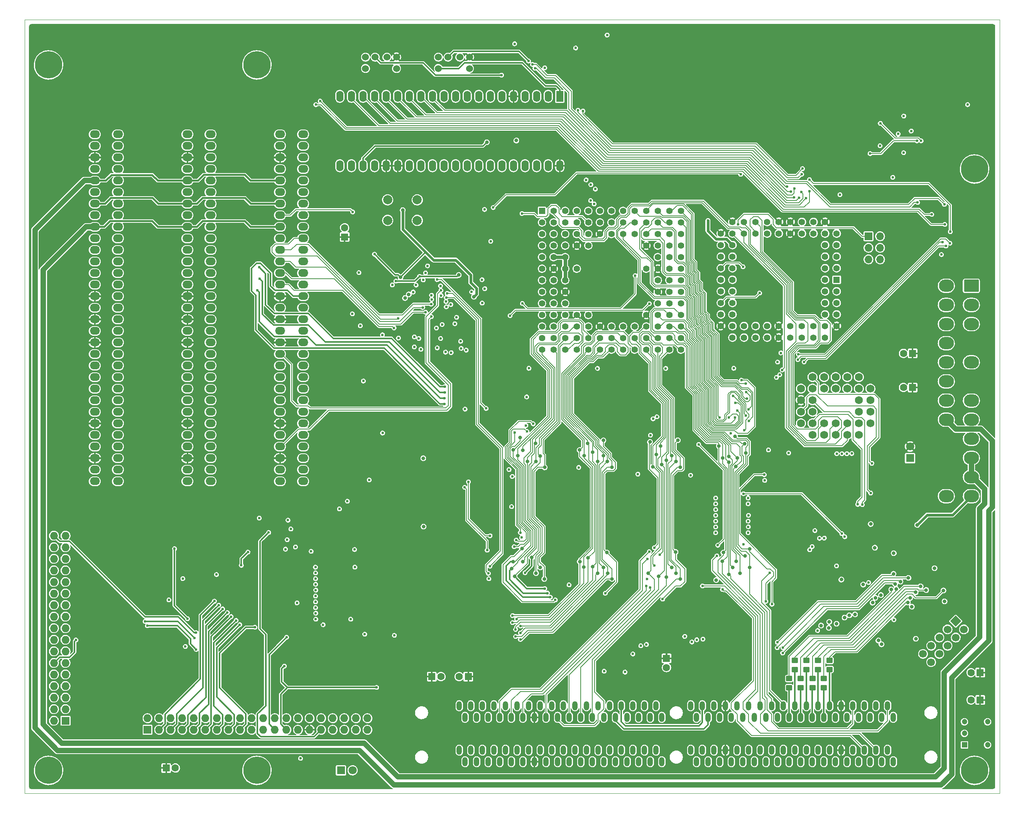
<source format=gbr>
%TF.GenerationSoftware,KiCad,Pcbnew,(5.99.0-9466-g7fda7438f9)*%
%TF.CreationDate,2021-03-26T21:03:58-04:00*%
%TF.ProjectId,C68,4336382e-6b69-4636-9164-5f7063625858,rev?*%
%TF.SameCoordinates,Original*%
%TF.FileFunction,Copper,L4,Bot*%
%TF.FilePolarity,Positive*%
%FSLAX46Y46*%
G04 Gerber Fmt 4.6, Leading zero omitted, Abs format (unit mm)*
G04 Created by KiCad (PCBNEW (5.99.0-9466-g7fda7438f9)) date 2021-03-26 21:03:58*
%MOMM*%
%LPD*%
G01*
G04 APERTURE LIST*
G04 Aperture macros list*
%AMRoundRect*
0 Rectangle with rounded corners*
0 $1 Rounding radius*
0 $2 $3 $4 $5 $6 $7 $8 $9 X,Y pos of 4 corners*
0 Add a 4 corners polygon primitive as box body*
4,1,4,$2,$3,$4,$5,$6,$7,$8,$9,$2,$3,0*
0 Add four circle primitives for the rounded corners*
1,1,$1+$1,$2,$3*
1,1,$1+$1,$4,$5*
1,1,$1+$1,$6,$7*
1,1,$1+$1,$8,$9*
0 Add four rect primitives between the rounded corners*
20,1,$1+$1,$2,$3,$4,$5,0*
20,1,$1+$1,$4,$5,$6,$7,0*
20,1,$1+$1,$6,$7,$8,$9,0*
20,1,$1+$1,$8,$9,$2,$3,0*%
%AMHorizOval*
0 Thick line with rounded ends*
0 $1 width*
0 $2 $3 position (X,Y) of the first rounded end (center of the circle)*
0 $4 $5 position (X,Y) of the second rounded end (center of the circle)*
0 Add line between two ends*
20,1,$1,$2,$3,$4,$5,0*
0 Add two circle primitives to create the rounded ends*
1,1,$1,$2,$3*
1,1,$1,$4,$5*%
%AMRotRect*
0 Rectangle, with rotation*
0 The origin of the aperture is its center*
0 $1 length*
0 $2 width*
0 $3 Rotation angle, in degrees counterclockwise*
0 Add horizontal line*
21,1,$1,$2,0,0,$3*%
G04 Aperture macros list end*
%TA.AperFunction,Profile*%
%ADD10C,0.050000*%
%TD*%
%TA.AperFunction,ComponentPad*%
%ADD11C,6.000000*%
%TD*%
%TA.AperFunction,ComponentPad*%
%ADD12R,1.600000X2.400000*%
%TD*%
%TA.AperFunction,ComponentPad*%
%ADD13O,1.600000X2.400000*%
%TD*%
%TA.AperFunction,ComponentPad*%
%ADD14C,1.524000*%
%TD*%
%TA.AperFunction,ComponentPad*%
%ADD15C,1.750000*%
%TD*%
%TA.AperFunction,ComponentPad*%
%ADD16O,2.200000X1.700000*%
%TD*%
%TA.AperFunction,ComponentPad*%
%ADD17R,1.422400X1.422400*%
%TD*%
%TA.AperFunction,ComponentPad*%
%ADD18C,1.422400*%
%TD*%
%TA.AperFunction,ComponentPad*%
%ADD19R,1.397000X1.397000*%
%TD*%
%TA.AperFunction,ComponentPad*%
%ADD20C,1.397000*%
%TD*%
%TA.AperFunction,ComponentPad*%
%ADD21C,2.000000*%
%TD*%
%TA.AperFunction,ComponentPad*%
%ADD22R,1.700000X1.700000*%
%TD*%
%TA.AperFunction,ComponentPad*%
%ADD23O,1.700000X1.700000*%
%TD*%
%TA.AperFunction,ComponentPad*%
%ADD24RoundRect,0.250001X-1.399999X1.099999X-1.399999X-1.099999X1.399999X-1.099999X1.399999X1.099999X0*%
%TD*%
%TA.AperFunction,ComponentPad*%
%ADD25O,3.300000X2.700000*%
%TD*%
%TA.AperFunction,ComponentPad*%
%ADD26R,1.800000X1.800000*%
%TD*%
%TA.AperFunction,ComponentPad*%
%ADD27C,1.800000*%
%TD*%
%TA.AperFunction,ComponentPad*%
%ADD28R,1.727200X1.727200*%
%TD*%
%TA.AperFunction,ComponentPad*%
%ADD29O,1.727200X1.727200*%
%TD*%
%TA.AperFunction,ComponentPad*%
%ADD30R,1.600000X1.600000*%
%TD*%
%TA.AperFunction,ComponentPad*%
%ADD31C,1.600000*%
%TD*%
%TA.AperFunction,ComponentPad*%
%ADD32C,1.200000*%
%TD*%
%TA.AperFunction,ComponentPad*%
%ADD33R,1.200000X1.200000*%
%TD*%
%TA.AperFunction,ComponentPad*%
%ADD34RotRect,1.700000X1.700000X315.000000*%
%TD*%
%TA.AperFunction,ComponentPad*%
%ADD35HorizOval,1.700000X0.000000X0.000000X0.000000X0.000000X0*%
%TD*%
%TA.AperFunction,ComponentPad*%
%ADD36O,1.200000X2.000000*%
%TD*%
%TA.AperFunction,SMDPad,CuDef*%
%ADD37RoundRect,0.250000X0.450000X-0.350000X0.450000X0.350000X-0.450000X0.350000X-0.450000X-0.350000X0*%
%TD*%
%TA.AperFunction,ViaPad*%
%ADD38C,0.800000*%
%TD*%
%TA.AperFunction,ViaPad*%
%ADD39C,0.600000*%
%TD*%
%TA.AperFunction,Conductor*%
%ADD40C,0.800000*%
%TD*%
%TA.AperFunction,Conductor*%
%ADD41C,0.300000*%
%TD*%
%TA.AperFunction,Conductor*%
%ADD42C,0.600000*%
%TD*%
%TA.AperFunction,Conductor*%
%ADD43C,0.400000*%
%TD*%
%TA.AperFunction,Conductor*%
%ADD44C,1.200000*%
%TD*%
%TA.AperFunction,Conductor*%
%ADD45C,0.150000*%
%TD*%
%TA.AperFunction,Conductor*%
%ADD46C,0.200000*%
%TD*%
G04 APERTURE END LIST*
D10*
X304000000Y-210000000D02*
X90000000Y-210000000D01*
X90000000Y-210000000D02*
X90000000Y-40000000D01*
X304000000Y-40000000D02*
X304000000Y-210000000D01*
X90000000Y-40000000D02*
X304000000Y-40000000D01*
D11*
X140990000Y-204920000D03*
X95270000Y-204920000D03*
X140990000Y-49980000D03*
X298470000Y-204920000D03*
D12*
X207460000Y-56870000D03*
D13*
X204920000Y-56870000D03*
X202380000Y-56870000D03*
X199840000Y-56870000D03*
X197300000Y-56870000D03*
X194760000Y-56870000D03*
X192220000Y-56870000D03*
X189680000Y-56870000D03*
X187140000Y-56870000D03*
X184600000Y-56870000D03*
X182060000Y-56870000D03*
X179520000Y-56870000D03*
X176980000Y-56870000D03*
X174440000Y-56870000D03*
X171900000Y-56870000D03*
X169360000Y-56870000D03*
X166820000Y-56870000D03*
X164280000Y-56870000D03*
X161740000Y-56870000D03*
X159200000Y-56870000D03*
X159200000Y-72110000D03*
X161740000Y-72110000D03*
X164280000Y-72110000D03*
X166820000Y-72110000D03*
X169360000Y-72110000D03*
X171900000Y-72110000D03*
X174440000Y-72110000D03*
X176980000Y-72110000D03*
X179520000Y-72110000D03*
X182060000Y-72110000D03*
X184600000Y-72110000D03*
X187140000Y-72110000D03*
X189680000Y-72110000D03*
X192220000Y-72110000D03*
X194760000Y-72110000D03*
X197300000Y-72110000D03*
X199840000Y-72110000D03*
X202380000Y-72110000D03*
X204920000Y-72110000D03*
X207460000Y-72110000D03*
D11*
X298470000Y-72840000D03*
X95270000Y-49980000D03*
D14*
X166930000Y-48260000D03*
X169530000Y-48260000D03*
X164830000Y-48260000D03*
X171630000Y-48260000D03*
X164830000Y-50760000D03*
X171630000Y-50760000D03*
X182930000Y-48260000D03*
X185530000Y-48260000D03*
X180830000Y-48260000D03*
X187630000Y-48260000D03*
X180830000Y-50760000D03*
X187630000Y-50760000D03*
D15*
X262910000Y-123610000D03*
X260370000Y-126150000D03*
X262910000Y-126150000D03*
X260370000Y-128690000D03*
X262910000Y-131230000D03*
X262910000Y-128690000D03*
X265450000Y-131230000D03*
X265450000Y-128690000D03*
X267990000Y-131230000D03*
X267990000Y-128690000D03*
X270530000Y-131230000D03*
X270530000Y-128690000D03*
X273070000Y-131230000D03*
X275610000Y-128690000D03*
X273070000Y-128690000D03*
X275610000Y-126150000D03*
X273070000Y-126150000D03*
X275610000Y-123610000D03*
X273070000Y-123610000D03*
X275610000Y-121070000D03*
X273070000Y-118530000D03*
X273070000Y-121070000D03*
X270530000Y-118530000D03*
X270530000Y-121070000D03*
X267990000Y-118530000D03*
X267990000Y-121070000D03*
X265450000Y-118530000D03*
X265450000Y-121070000D03*
X262910000Y-118530000D03*
X262910000Y-118530000D03*
X260370000Y-121070000D03*
X262910000Y-121070000D03*
X260370000Y-123610000D03*
D16*
X151150000Y-65220000D03*
X151150000Y-67760000D03*
X151150000Y-70300000D03*
X151150000Y-72840000D03*
X151150000Y-75380000D03*
X151150000Y-77920000D03*
X151150000Y-80460000D03*
X151150000Y-83000000D03*
X151150000Y-85540000D03*
X151150000Y-88080000D03*
X151150000Y-90620000D03*
X151150000Y-93160000D03*
X151150000Y-95700000D03*
X151150000Y-98240000D03*
X151150000Y-100780000D03*
X151150000Y-103320000D03*
X151150000Y-105860000D03*
X151150000Y-108400000D03*
X151150000Y-110940000D03*
X151150000Y-113480000D03*
X151150000Y-116020000D03*
X151150000Y-118560000D03*
X151150000Y-121100000D03*
X151150000Y-123640000D03*
X151150000Y-126180000D03*
X151150000Y-128720000D03*
X151150000Y-131260000D03*
X151150000Y-133800000D03*
X151150000Y-136340000D03*
X151150000Y-138880000D03*
X151150000Y-141420000D03*
X146070000Y-65220000D03*
X146070000Y-67760000D03*
X146070000Y-70300000D03*
X146070000Y-72840000D03*
X146070000Y-75380000D03*
X146070000Y-77920000D03*
X146070000Y-80460000D03*
X146070000Y-83000000D03*
X146070000Y-85540000D03*
X146070000Y-88080000D03*
X146070000Y-90620000D03*
X146070000Y-93160000D03*
X146070000Y-95700000D03*
X146070000Y-98240000D03*
X146070000Y-100780000D03*
X146070000Y-103320000D03*
X146070000Y-105860000D03*
X146070000Y-108400000D03*
X146070000Y-110940000D03*
X146070000Y-113480000D03*
X146070000Y-116020000D03*
X146070000Y-118560000D03*
X146070000Y-121100000D03*
X146070000Y-123640000D03*
X146070000Y-126180000D03*
X146070000Y-128720000D03*
X146070000Y-131260000D03*
X146070000Y-133800000D03*
X146070000Y-136340000D03*
X146070000Y-138880000D03*
X146070000Y-141420000D03*
D17*
X268220000Y-97150000D03*
D18*
X265680000Y-97150000D03*
X268220000Y-94610000D03*
X265680000Y-94610000D03*
X268220000Y-92070000D03*
X265680000Y-92070000D03*
X268220000Y-89530000D03*
X265680000Y-89530000D03*
X268220000Y-86990000D03*
X265680000Y-84450000D03*
X265680000Y-86990000D03*
X263140000Y-84450000D03*
X263140000Y-86990000D03*
X260600000Y-84450000D03*
X260600000Y-86990000D03*
X258060000Y-84450000D03*
X258060000Y-86990000D03*
X255520000Y-84450000D03*
X255520000Y-86990000D03*
X252980000Y-84450000D03*
X252980000Y-86990000D03*
X250440000Y-84450000D03*
X250440000Y-86990000D03*
X247900000Y-84450000D03*
X247900000Y-86990000D03*
X245360000Y-84450000D03*
X242820000Y-86990000D03*
X245360000Y-86990000D03*
X242820000Y-89530000D03*
X245360000Y-89530000D03*
X242820000Y-92070000D03*
X245360000Y-92070000D03*
X242820000Y-94610000D03*
X245360000Y-94610000D03*
X242820000Y-97150000D03*
X245360000Y-97150000D03*
X242820000Y-99690000D03*
X245360000Y-99690000D03*
X242820000Y-102230000D03*
X245360000Y-102230000D03*
X242820000Y-104770000D03*
X245360000Y-104770000D03*
X242820000Y-107310000D03*
X245360000Y-109850000D03*
X245360000Y-107310000D03*
X247900000Y-109850000D03*
X247900000Y-107310000D03*
X250440000Y-109850000D03*
X250440000Y-107310000D03*
X252980000Y-109850000D03*
X252980000Y-107310000D03*
X255520000Y-109850000D03*
X255520000Y-107310000D03*
X258060000Y-109850000D03*
X258060000Y-107310000D03*
X260600000Y-109850000D03*
X260600000Y-107310000D03*
X263140000Y-109850000D03*
X263140000Y-107310000D03*
X265680000Y-109850000D03*
X268220000Y-107310000D03*
X265680000Y-107310000D03*
X268220000Y-104770000D03*
X265680000Y-104770000D03*
X268220000Y-102230000D03*
X265680000Y-102230000D03*
X268220000Y-99690000D03*
X265680000Y-99690000D03*
D19*
X203560000Y-82030000D03*
D20*
X206100000Y-82030000D03*
X208640000Y-82030000D03*
X211180000Y-82030000D03*
X213720000Y-82030000D03*
X216260000Y-82030000D03*
X218800000Y-82030000D03*
X221340000Y-82030000D03*
X223880000Y-82030000D03*
X226420000Y-82030000D03*
X228960000Y-82030000D03*
X231500000Y-82030000D03*
X234040000Y-82030000D03*
X203560000Y-84570000D03*
X206100000Y-84570000D03*
X208640000Y-84570000D03*
X211180000Y-84570000D03*
X213720000Y-84570000D03*
X216260000Y-84570000D03*
X218800000Y-84570000D03*
X221340000Y-84570000D03*
X223880000Y-84570000D03*
X226420000Y-84570000D03*
X228960000Y-84570000D03*
X231500000Y-84570000D03*
X234040000Y-84570000D03*
X203560000Y-87110000D03*
X206100000Y-87110000D03*
X208640000Y-87110000D03*
X211180000Y-87110000D03*
X213720000Y-87110000D03*
X216260000Y-87110000D03*
X218800000Y-87110000D03*
X221340000Y-87110000D03*
X223880000Y-87110000D03*
X226420000Y-87110000D03*
X228960000Y-87110000D03*
X231500000Y-87110000D03*
X234040000Y-87110000D03*
X203560000Y-89650000D03*
X206100000Y-89650000D03*
X208640000Y-89650000D03*
X211180000Y-89650000D03*
X213720000Y-89650000D03*
X226420000Y-89650000D03*
X228960000Y-89650000D03*
X231500000Y-89650000D03*
X234040000Y-89650000D03*
X203560000Y-92190000D03*
X206100000Y-92190000D03*
X208640000Y-92190000D03*
X228960000Y-92190000D03*
X231500000Y-92190000D03*
X234040000Y-92190000D03*
X203560000Y-94730000D03*
X206100000Y-94730000D03*
X208640000Y-94730000D03*
X211180000Y-94730000D03*
X226420000Y-94730000D03*
X228960000Y-94730000D03*
X231500000Y-94730000D03*
X234040000Y-94730000D03*
X203560000Y-97270000D03*
X206100000Y-97270000D03*
X208640000Y-97270000D03*
X228960000Y-97270000D03*
X231500000Y-97270000D03*
X234040000Y-97270000D03*
X203560000Y-99810000D03*
X206100000Y-99810000D03*
X208640000Y-99810000D03*
X228960000Y-99810000D03*
X231500000Y-99810000D03*
X234040000Y-99810000D03*
X203560000Y-102350000D03*
X206100000Y-102350000D03*
X208640000Y-102350000D03*
X228960000Y-102350000D03*
X231500000Y-102350000D03*
X234040000Y-102350000D03*
X203560000Y-104890000D03*
X206100000Y-104890000D03*
X208640000Y-104890000D03*
X211180000Y-104890000D03*
X213720000Y-104890000D03*
X226420000Y-104890000D03*
X228960000Y-104890000D03*
X231500000Y-104890000D03*
X234040000Y-104890000D03*
X203560000Y-107430000D03*
X206100000Y-107430000D03*
X208640000Y-107430000D03*
X211180000Y-107430000D03*
X213720000Y-107430000D03*
X216260000Y-107430000D03*
X218800000Y-107430000D03*
X221340000Y-107430000D03*
X223880000Y-107430000D03*
X226420000Y-107430000D03*
X228960000Y-107430000D03*
X231500000Y-107430000D03*
X234040000Y-107430000D03*
X203560000Y-109970000D03*
X206100000Y-109970000D03*
X208640000Y-109970000D03*
X211180000Y-109970000D03*
X213720000Y-109970000D03*
X216260000Y-109970000D03*
X218800000Y-109970000D03*
X221340000Y-109970000D03*
X223880000Y-109970000D03*
X226420000Y-109970000D03*
X228960000Y-109970000D03*
X231500000Y-109970000D03*
X234040000Y-109970000D03*
X203560000Y-112510000D03*
X206100000Y-112510000D03*
X208640000Y-112510000D03*
X211180000Y-112510000D03*
X213720000Y-112510000D03*
X216260000Y-112510000D03*
X218800000Y-112510000D03*
X221340000Y-112510000D03*
X223880000Y-112510000D03*
X226420000Y-112510000D03*
X228960000Y-112510000D03*
X231500000Y-112510000D03*
X234040000Y-112510000D03*
D16*
X130830000Y-65220000D03*
X130830000Y-67760000D03*
X130830000Y-70300000D03*
X130830000Y-72840000D03*
X130830000Y-75380000D03*
X130830000Y-77920000D03*
X130830000Y-80460000D03*
X130830000Y-83000000D03*
X130830000Y-85540000D03*
X130830000Y-88080000D03*
X130830000Y-90620000D03*
X130830000Y-93160000D03*
X130830000Y-95700000D03*
X130830000Y-98240000D03*
X130830000Y-100780000D03*
X130830000Y-103320000D03*
X130830000Y-105860000D03*
X130830000Y-108400000D03*
X130830000Y-110940000D03*
X130830000Y-113480000D03*
X130830000Y-116020000D03*
X130830000Y-118560000D03*
X130830000Y-121100000D03*
X130830000Y-123640000D03*
X130830000Y-126180000D03*
X130830000Y-128720000D03*
X130830000Y-131260000D03*
X130830000Y-133800000D03*
X130830000Y-136340000D03*
X130830000Y-138880000D03*
X130830000Y-141420000D03*
X125750000Y-65220000D03*
X125750000Y-67760000D03*
X125750000Y-70300000D03*
X125750000Y-72840000D03*
X125750000Y-75380000D03*
X125750000Y-77920000D03*
X125750000Y-80460000D03*
X125750000Y-83000000D03*
X125750000Y-85540000D03*
X125750000Y-88080000D03*
X125750000Y-90620000D03*
X125750000Y-93160000D03*
X125750000Y-95700000D03*
X125750000Y-98240000D03*
X125750000Y-100780000D03*
X125750000Y-103320000D03*
X125750000Y-105860000D03*
X125750000Y-108400000D03*
X125750000Y-110940000D03*
X125750000Y-113480000D03*
X125750000Y-116020000D03*
X125750000Y-118560000D03*
X125750000Y-121100000D03*
X125750000Y-123640000D03*
X125750000Y-126180000D03*
X125750000Y-128720000D03*
X125750000Y-131260000D03*
X125750000Y-133800000D03*
X125750000Y-136340000D03*
X125750000Y-138880000D03*
X125750000Y-141420000D03*
D21*
X169690000Y-79610000D03*
X176190000Y-79610000D03*
X176190000Y-84110000D03*
X169690000Y-84110000D03*
D16*
X110510000Y-65220000D03*
X110510000Y-67760000D03*
X110510000Y-70300000D03*
X110510000Y-72840000D03*
X110510000Y-75380000D03*
X110510000Y-77920000D03*
X110510000Y-80460000D03*
X110510000Y-83000000D03*
X110510000Y-85540000D03*
X110510000Y-88080000D03*
X110510000Y-90620000D03*
X110510000Y-93160000D03*
X110510000Y-95700000D03*
X110510000Y-98240000D03*
X110510000Y-100780000D03*
X110510000Y-103320000D03*
X110510000Y-105860000D03*
X110510000Y-108400000D03*
X110510000Y-110940000D03*
X110510000Y-113480000D03*
X110510000Y-116020000D03*
X110510000Y-118560000D03*
X110510000Y-121100000D03*
X110510000Y-123640000D03*
X110510000Y-126180000D03*
X110510000Y-128720000D03*
X110510000Y-131260000D03*
X110510000Y-133800000D03*
X110510000Y-136340000D03*
X110510000Y-138880000D03*
X110510000Y-141420000D03*
X105430000Y-65220000D03*
X105430000Y-67760000D03*
X105430000Y-70300000D03*
X105430000Y-72840000D03*
X105430000Y-75380000D03*
X105430000Y-77920000D03*
X105430000Y-80460000D03*
X105430000Y-83000000D03*
X105430000Y-85540000D03*
X105430000Y-88080000D03*
X105430000Y-90620000D03*
X105430000Y-93160000D03*
X105430000Y-95700000D03*
X105430000Y-98240000D03*
X105430000Y-100780000D03*
X105430000Y-103320000D03*
X105430000Y-105860000D03*
X105430000Y-108400000D03*
X105430000Y-110940000D03*
X105430000Y-113480000D03*
X105430000Y-116020000D03*
X105430000Y-118560000D03*
X105430000Y-121100000D03*
X105430000Y-123640000D03*
X105430000Y-126180000D03*
X105430000Y-128720000D03*
X105430000Y-131260000D03*
X105430000Y-133800000D03*
X105430000Y-136340000D03*
X105430000Y-138880000D03*
X105430000Y-141420000D03*
D22*
X275200000Y-87600000D03*
D23*
X277740000Y-87600000D03*
X275200000Y-90140000D03*
X277740000Y-90140000D03*
X275200000Y-92680000D03*
X277740000Y-92680000D03*
D24*
X297775000Y-98490000D03*
D25*
X297775000Y-102690000D03*
X297775000Y-106890000D03*
X297775000Y-111090000D03*
X297775000Y-115290000D03*
X297775000Y-119490000D03*
X297775000Y-123690000D03*
X297775000Y-127890000D03*
X297775000Y-132090000D03*
X297775000Y-136290000D03*
X297775000Y-140490000D03*
X297775000Y-144690000D03*
X292275000Y-98490000D03*
X292275000Y-102690000D03*
X292275000Y-106890000D03*
X292275000Y-111090000D03*
X292275000Y-115290000D03*
X292275000Y-119490000D03*
X292275000Y-123690000D03*
X292275000Y-127890000D03*
X292275000Y-132090000D03*
X292275000Y-136290000D03*
X292275000Y-140490000D03*
X292275000Y-144690000D03*
D26*
X284325000Y-136340000D03*
D27*
X284325000Y-133800000D03*
D28*
X117000000Y-196000000D03*
D29*
X117000000Y-193460000D03*
X119540000Y-196000000D03*
X119540000Y-193460000D03*
X122080000Y-196000000D03*
X122080000Y-193460000D03*
X124620000Y-196000000D03*
X124620000Y-193460000D03*
X127160000Y-196000000D03*
X127160000Y-193460000D03*
X129700000Y-196000000D03*
X129700000Y-193460000D03*
X132240000Y-196000000D03*
X132240000Y-193460000D03*
X134780000Y-196000000D03*
X134780000Y-193460000D03*
X137320000Y-196000000D03*
X137320000Y-193460000D03*
X139860000Y-196000000D03*
X139860000Y-193460000D03*
X142400000Y-196000000D03*
X142400000Y-193460000D03*
X144940000Y-196000000D03*
X144940000Y-193460000D03*
X147480000Y-196000000D03*
X147480000Y-193460000D03*
X150020000Y-196000000D03*
X150020000Y-193460000D03*
X152560000Y-196000000D03*
X152560000Y-193460000D03*
X155100000Y-196000000D03*
X155100000Y-193460000D03*
X157640000Y-196000000D03*
X157640000Y-193460000D03*
X160180000Y-196000000D03*
X160180000Y-193460000D03*
X162720000Y-196000000D03*
X162720000Y-193460000D03*
X165260000Y-196000000D03*
X165260000Y-193460000D03*
D28*
X99000000Y-194000000D03*
D29*
X96460000Y-194000000D03*
X99000000Y-191460000D03*
X96460000Y-191460000D03*
X99000000Y-188920000D03*
X96460000Y-188920000D03*
X99000000Y-186380000D03*
X96460000Y-186380000D03*
X99000000Y-183840000D03*
X96460000Y-183840000D03*
X99000000Y-181300000D03*
X96460000Y-181300000D03*
X99000000Y-178760000D03*
X96460000Y-178760000D03*
X99000000Y-176220000D03*
X96460000Y-176220000D03*
X99000000Y-173680000D03*
X96460000Y-173680000D03*
X99000000Y-171140000D03*
X96460000Y-171140000D03*
X99000000Y-168600000D03*
X96460000Y-168600000D03*
X99000000Y-166060000D03*
X96460000Y-166060000D03*
X99000000Y-163520000D03*
X96460000Y-163520000D03*
X99000000Y-160980000D03*
X96460000Y-160980000D03*
X99000000Y-158440000D03*
X96460000Y-158440000D03*
X99000000Y-155900000D03*
X96460000Y-155900000D03*
X99000000Y-153360000D03*
X96460000Y-153360000D03*
D30*
X187380000Y-184320000D03*
D31*
X185380000Y-184320000D03*
D30*
X230880000Y-180320000D03*
D31*
X230880000Y-182320000D03*
D30*
X299710000Y-183440000D03*
D31*
X297710000Y-183440000D03*
D30*
X179380000Y-184320000D03*
D31*
X181380000Y-184320000D03*
D30*
X284880000Y-120820000D03*
D31*
X282880000Y-120820000D03*
D30*
X284880000Y-113320000D03*
D31*
X282880000Y-113320000D03*
D30*
X160250000Y-87750000D03*
D31*
X160250000Y-85750000D03*
D30*
X299710000Y-189440000D03*
D31*
X297710000Y-189440000D03*
D32*
X301330000Y-194240000D03*
X301330000Y-199320000D03*
D33*
X296250000Y-199320000D03*
D32*
X296250000Y-196780000D03*
X296250000Y-194240000D03*
D30*
X121100000Y-204400000D03*
D31*
X123100000Y-204400000D03*
D34*
X294350000Y-172150000D03*
D35*
X296146051Y-173946051D03*
X292553949Y-173946051D03*
X294350000Y-175742102D03*
X290757898Y-175742102D03*
X292553949Y-177538154D03*
X288961846Y-177538154D03*
X290757898Y-179334205D03*
X287165795Y-179334205D03*
X288961846Y-181130256D03*
D36*
X280652000Y-203016000D03*
X279382000Y-200476000D03*
X278112000Y-203016000D03*
X276842000Y-200476000D03*
X275572000Y-203016000D03*
X274302000Y-200476000D03*
X273032000Y-203016000D03*
X271762000Y-200476000D03*
X270492000Y-203016000D03*
X269222000Y-200476000D03*
X267952000Y-203016000D03*
X266682000Y-200476000D03*
X265412000Y-203016000D03*
X264142000Y-200476000D03*
X262872000Y-203016000D03*
X261602000Y-200476000D03*
X260332000Y-203016000D03*
X259062000Y-200476000D03*
X257792000Y-203016000D03*
X256522000Y-200476000D03*
X255252000Y-203016000D03*
X253982000Y-200476000D03*
X252712000Y-203016000D03*
X251442000Y-200476000D03*
X250172000Y-203016000D03*
X248902000Y-200476000D03*
X247632000Y-203016000D03*
X246362000Y-200476000D03*
X245092000Y-203016000D03*
X243822000Y-200476000D03*
X242552000Y-203016000D03*
X241282000Y-200476000D03*
X240012000Y-203016000D03*
X238742000Y-200476000D03*
X237472000Y-203016000D03*
X236202000Y-200476000D03*
X229852000Y-203016000D03*
X228582000Y-200476000D03*
X227312000Y-203016000D03*
X226042000Y-200476000D03*
X224772000Y-203016000D03*
X223502000Y-200476000D03*
X222232000Y-203016000D03*
X220962000Y-200476000D03*
X219692000Y-203016000D03*
X218422000Y-200476000D03*
X217152000Y-203016000D03*
X215882000Y-200476000D03*
X214612000Y-203016000D03*
X213342000Y-200476000D03*
X212072000Y-203016000D03*
X210802000Y-200476000D03*
X209532000Y-203016000D03*
X208262000Y-200476000D03*
X206992000Y-203016000D03*
X205722000Y-200476000D03*
X204452000Y-203016000D03*
X203182000Y-200476000D03*
X201912000Y-203016000D03*
X200642000Y-200476000D03*
X199372000Y-203016000D03*
X198102000Y-200476000D03*
X196832000Y-203016000D03*
X195562000Y-200476000D03*
X194292000Y-203016000D03*
X193022000Y-200476000D03*
X191752000Y-203016000D03*
X190482000Y-200476000D03*
X189212000Y-203016000D03*
X187942000Y-200476000D03*
X186672000Y-203016000D03*
X185402000Y-200476000D03*
X280652000Y-193266000D03*
X279382000Y-190726000D03*
X278112000Y-193266000D03*
X276842000Y-190726000D03*
X275572000Y-193266000D03*
X274302000Y-190726000D03*
X273032000Y-193266000D03*
X271762000Y-190726000D03*
X270492000Y-193266000D03*
X269222000Y-190726000D03*
X267952000Y-193266000D03*
X266682000Y-190726000D03*
X265412000Y-193266000D03*
X264142000Y-190726000D03*
X262872000Y-193266000D03*
X261602000Y-190726000D03*
X260332000Y-193266000D03*
X259062000Y-190726000D03*
X257792000Y-193266000D03*
X256522000Y-190726000D03*
X255252000Y-193266000D03*
X253982000Y-190726000D03*
X252712000Y-193266000D03*
X251442000Y-190726000D03*
X250172000Y-193266000D03*
X248902000Y-190726000D03*
X247632000Y-193266000D03*
X246362000Y-190726000D03*
X245092000Y-193266000D03*
X243822000Y-190726000D03*
X242552000Y-193266000D03*
X241282000Y-190726000D03*
X240012000Y-193266000D03*
X238742000Y-190726000D03*
X237472000Y-193266000D03*
X236202000Y-190726000D03*
X229852000Y-193266000D03*
X228582000Y-190726000D03*
X227312000Y-193266000D03*
X226042000Y-190726000D03*
X224772000Y-193266000D03*
X223502000Y-190726000D03*
X222232000Y-193266000D03*
X220962000Y-190726000D03*
X219692000Y-193266000D03*
X218422000Y-190726000D03*
X217152000Y-193266000D03*
X215882000Y-190726000D03*
X214612000Y-193266000D03*
X213342000Y-190726000D03*
X212072000Y-193266000D03*
X210802000Y-190726000D03*
X209532000Y-193266000D03*
X208262000Y-190726000D03*
X206992000Y-193266000D03*
X205722000Y-190726000D03*
X204452000Y-193266000D03*
X203182000Y-190726000D03*
X201912000Y-193266000D03*
X200642000Y-190726000D03*
X199372000Y-193266000D03*
X198102000Y-190726000D03*
X196832000Y-193266000D03*
X195562000Y-190726000D03*
X194292000Y-193266000D03*
X193022000Y-190726000D03*
X191752000Y-193266000D03*
X190482000Y-190726000D03*
X189212000Y-193266000D03*
X187942000Y-190726000D03*
X186672000Y-193266000D03*
X185402000Y-190726000D03*
D26*
X159450000Y-204900000D03*
D27*
X161990000Y-204900000D03*
D37*
X257800000Y-186750000D03*
X257800000Y-184750000D03*
X261600000Y-182750000D03*
X261600000Y-180750000D03*
X262900000Y-186750000D03*
X262900000Y-184750000D03*
X264150000Y-182750000D03*
X264150000Y-180750000D03*
X259000000Y-182750000D03*
X259000000Y-180750000D03*
X260300000Y-186750000D03*
X260300000Y-184750000D03*
X265400000Y-186750000D03*
X265400000Y-184750000D03*
X266650000Y-182750000D03*
X266650000Y-180750000D03*
D38*
X241780000Y-163100000D03*
X177570000Y-151380000D03*
X177510000Y-136360000D03*
D39*
X191900000Y-162825000D03*
D38*
X276725000Y-167000000D03*
D39*
X171170000Y-175260000D03*
D38*
X269250000Y-163000000D03*
D39*
X280550000Y-74640000D03*
X268950000Y-78450000D03*
X150580000Y-202280000D03*
X132125000Y-161900000D03*
X197550000Y-45325000D03*
X196325000Y-138850000D03*
X296950000Y-58700000D03*
X215725000Y-116625000D03*
X209500000Y-164175000D03*
X153840000Y-160290000D03*
X200700000Y-116600000D03*
X162490000Y-160285000D03*
X190940000Y-81720000D03*
X277725000Y-67725000D03*
X239950000Y-85470000D03*
X176700000Y-96400000D03*
D38*
X274050000Y-164100000D03*
D39*
X264050000Y-174200000D03*
X291225000Y-91625000D03*
X245650000Y-116600000D03*
X147275000Y-156325000D03*
X211625000Y-138375000D03*
X230700000Y-116625000D03*
X282950000Y-61200000D03*
X226580000Y-162860000D03*
X125300000Y-177700000D03*
X141500000Y-149500000D03*
X171500000Y-97450000D03*
D38*
X185300000Y-96100000D03*
X275700000Y-150800000D03*
D39*
X161950000Y-104650000D03*
X161590000Y-171710000D03*
X168575000Y-130825000D03*
X165625000Y-141125000D03*
X217850000Y-43400000D03*
D38*
X284700000Y-168950000D03*
D39*
X181625000Y-106975000D03*
D38*
X291900000Y-167800000D03*
D39*
X121700000Y-167475000D03*
X264450000Y-153950000D03*
X236150000Y-140075000D03*
X197025000Y-140350000D03*
X159100000Y-147500000D03*
X186675000Y-125575000D03*
X224600000Y-139850000D03*
D38*
X289700000Y-160500000D03*
X280750000Y-157200000D03*
D39*
X239950000Y-84120000D03*
X282930000Y-69250000D03*
X155600000Y-67600000D03*
D38*
X206260000Y-142730000D03*
X173690000Y-119360000D03*
X218690000Y-118100000D03*
D39*
X108740000Y-151710000D03*
X197190000Y-84110000D03*
D38*
X203690000Y-118100000D03*
D39*
X197190000Y-95110000D03*
X197310000Y-111140000D03*
D38*
X189390000Y-149910000D03*
X221290000Y-142730000D03*
X236280000Y-142730000D03*
X233690000Y-118100000D03*
X187190000Y-136360000D03*
D39*
X184420000Y-81620000D03*
X239300000Y-96740000D03*
D38*
X270240000Y-141120000D03*
X272260000Y-141120000D03*
X241500000Y-169750000D03*
X278560000Y-135670000D03*
X266750000Y-167000000D03*
X278560000Y-137980000D03*
X257250000Y-170250000D03*
X280000000Y-97200000D03*
X278500000Y-98700000D03*
X283300000Y-94000000D03*
X284800000Y-92500000D03*
D39*
X205175000Y-50625000D03*
D38*
X256710000Y-159400000D03*
D39*
X299975000Y-90350000D03*
D38*
X213000000Y-169750000D03*
D39*
X158500000Y-134000000D03*
D38*
X143815000Y-172925000D03*
X166960000Y-160280000D03*
D39*
X210500000Y-71000000D03*
D38*
X245075000Y-77250000D03*
X265650000Y-152300000D03*
X213500000Y-172500000D03*
D39*
X206750000Y-69000000D03*
D38*
X266750000Y-165500000D03*
X283500000Y-98700000D03*
X208360000Y-179610000D03*
X285000000Y-97200000D03*
X255750000Y-169250000D03*
X122370000Y-188340000D03*
D39*
X208750000Y-69000000D03*
X209500000Y-71000000D03*
D38*
X179910000Y-114650000D03*
X210250000Y-173250000D03*
D39*
X211500000Y-71000000D03*
D38*
X258350000Y-152050000D03*
X182460000Y-117080000D03*
D39*
X170500000Y-146000000D03*
D38*
X280500000Y-83000000D03*
X212000000Y-175750000D03*
D39*
X211100000Y-52200000D03*
X207750000Y-69000000D03*
X120237500Y-165762500D03*
D38*
X123620000Y-187090000D03*
X238750000Y-169750000D03*
X206170000Y-176670000D03*
X254970000Y-157830000D03*
X209030000Y-176740000D03*
X217000000Y-171000000D03*
X245270000Y-169000000D03*
X277750000Y-79250000D03*
X244000000Y-170250000D03*
X181250000Y-115750000D03*
D39*
X215262500Y-77237500D03*
X166800000Y-91550000D03*
X213250000Y-75225000D03*
D38*
X172525000Y-96575000D03*
X285900000Y-151000000D03*
X285600000Y-176000000D03*
X172990000Y-81870000D03*
X188625000Y-100875000D03*
X277925000Y-166400000D03*
D39*
X214287500Y-76262500D03*
D38*
X276600000Y-156000000D03*
D39*
X244600000Y-127450000D03*
X241655000Y-150165000D03*
X245910000Y-127410000D03*
X241655000Y-148895000D03*
X248800000Y-150155000D03*
X248880000Y-125640000D03*
X248830000Y-151425000D03*
X248300000Y-126970000D03*
X247940000Y-130240000D03*
X247760000Y-155255000D03*
X191525000Y-156550000D03*
X186600000Y-142750000D03*
X227350000Y-131275000D03*
X248940000Y-128190000D03*
X248780000Y-152695000D03*
X227925000Y-127700000D03*
X187425000Y-141525000D03*
X192175000Y-153375000D03*
X181375000Y-99500000D03*
X255260000Y-115230000D03*
X192300000Y-88700000D03*
X275250000Y-163650000D03*
X215000000Y-80500000D03*
X214250000Y-79750000D03*
X181275000Y-98500000D03*
X191000000Y-99125000D03*
X188125000Y-99825000D03*
X182550000Y-103100000D03*
X181425000Y-100625000D03*
X183550000Y-102600000D03*
X170700000Y-98300000D03*
X256270000Y-116960000D03*
X149450000Y-155850000D03*
X147510000Y-175670000D03*
X184825000Y-105400000D03*
X211450000Y-59925000D03*
X260550000Y-73975000D03*
X270000000Y-153600000D03*
X247320000Y-119210000D03*
X247740000Y-144140000D03*
X269350000Y-152900000D03*
X246040000Y-124150000D03*
X241655000Y-145085000D03*
X273850000Y-146550000D03*
X248790000Y-146345000D03*
X248340000Y-121835000D03*
X191290000Y-125410000D03*
X245470000Y-122660000D03*
X241655000Y-146355000D03*
X275675000Y-144000000D03*
X180550000Y-97125000D03*
D38*
X228640000Y-135540000D03*
D39*
X228190000Y-159880000D03*
X226730000Y-158510000D03*
X248320000Y-119930000D03*
X248790000Y-145075000D03*
X246450000Y-125900000D03*
X241655000Y-147625000D03*
X275930000Y-137480000D03*
D38*
X227880000Y-138220000D03*
X226890000Y-161610000D03*
X232960000Y-137090000D03*
X232940000Y-161600000D03*
D39*
X227320000Y-164780000D03*
D38*
X229560000Y-133660000D03*
D39*
X229400000Y-157570000D03*
X227100000Y-156900000D03*
X248850000Y-148885000D03*
X248570000Y-123290000D03*
D38*
X248280000Y-135170000D03*
X249090000Y-160340000D03*
X248000000Y-133190000D03*
X248110000Y-157780000D03*
D39*
X241940000Y-157790000D03*
D38*
X229160000Y-162320000D03*
X229820000Y-137750000D03*
X231990000Y-160340000D03*
X232020000Y-135830000D03*
D39*
X226410000Y-164440000D03*
X182490000Y-101930000D03*
X199250000Y-102350000D03*
X224025000Y-96250000D03*
D38*
X276100000Y-168075000D03*
D39*
X124730000Y-162780000D03*
X284575000Y-64475000D03*
X255960000Y-113230000D03*
X177500000Y-97200000D03*
X160850000Y-145800000D03*
X179340000Y-101470000D03*
X196550000Y-105025000D03*
X227100000Y-102400000D03*
D38*
X245400000Y-160310000D03*
X244590000Y-135970000D03*
D39*
X238770000Y-164410000D03*
D38*
X246170000Y-158980000D03*
X246400000Y-136290000D03*
D39*
X253530000Y-161530000D03*
D38*
X242370000Y-133690000D03*
X243350000Y-157070000D03*
X233880000Y-138350000D03*
X233860000Y-162870000D03*
D39*
X246620000Y-85010000D03*
D38*
X243170000Y-136290000D03*
X243160000Y-159020000D03*
X247040000Y-161630000D03*
X246120000Y-138180000D03*
D39*
X243170000Y-165170000D03*
D38*
X244550000Y-137210000D03*
X244550000Y-161840000D03*
X230820000Y-136770000D03*
X230850000Y-162440000D03*
D39*
X184425000Y-106800000D03*
X200200000Y-122880000D03*
X181325000Y-110050000D03*
X200040000Y-129170000D03*
X180575000Y-112125000D03*
X176970000Y-112440000D03*
X196900000Y-146990000D03*
X199070000Y-153770000D03*
X175530000Y-111910000D03*
X180400000Y-107750000D03*
X162000000Y-82250000D03*
X179240000Y-102510000D03*
X177380000Y-103240000D03*
X178000000Y-104270000D03*
X171100000Y-107740000D03*
X179270000Y-105250000D03*
X172030000Y-105630000D03*
X182200000Y-124440000D03*
X141090000Y-99510000D03*
X182200000Y-123170000D03*
X141640000Y-96950000D03*
X182220000Y-121920000D03*
X141480000Y-94400000D03*
X182220000Y-120640000D03*
X164350000Y-119400000D03*
X175925000Y-98325000D03*
X212525000Y-60075000D03*
X167280000Y-186700000D03*
X152900000Y-156800000D03*
X178000000Y-95650000D03*
X153920000Y-171700000D03*
X260725000Y-72750000D03*
X147010000Y-181990000D03*
X194675000Y-52200000D03*
X200625000Y-49125000D03*
X261090000Y-115200000D03*
X292200000Y-89750000D03*
X259690000Y-114700000D03*
X291475000Y-88925000D03*
X259840000Y-113550000D03*
X293075000Y-89125000D03*
X202025000Y-50725000D03*
X285990000Y-80180000D03*
X201480000Y-49875000D03*
X291850000Y-80600000D03*
X199160000Y-82610000D03*
D38*
X245930000Y-131580000D03*
X249120000Y-156270000D03*
D39*
X186930000Y-112620000D03*
X252700000Y-167770000D03*
D38*
X233380000Y-132400000D03*
X232880000Y-156940000D03*
D39*
X230030000Y-167310000D03*
X185825000Y-112225000D03*
D38*
X199140000Y-156170000D03*
X198750000Y-131770000D03*
D39*
X206490000Y-167470000D03*
X182400000Y-113050000D03*
D38*
X217770000Y-157040000D03*
X217020000Y-132440000D03*
D39*
X183625000Y-113175000D03*
X217440000Y-166000000D03*
D38*
X191450000Y-66950000D03*
X197925000Y-66575000D03*
D39*
X204160000Y-50610000D03*
X210950000Y-46250000D03*
D38*
X283850000Y-168050000D03*
X284350000Y-167050000D03*
X291650000Y-165400000D03*
X285550000Y-165800000D03*
X287850000Y-165300000D03*
X286650000Y-164500000D03*
X281290000Y-165050000D03*
X281070000Y-163990000D03*
D39*
X256375000Y-179125000D03*
D38*
X283970000Y-162640000D03*
D39*
X255175000Y-177975000D03*
D38*
X280690000Y-161750000D03*
D39*
X255212500Y-176787500D03*
D38*
X280210000Y-165180000D03*
X282220000Y-163440000D03*
D39*
X256387500Y-177937500D03*
D38*
X272250000Y-170650000D03*
D39*
X217200000Y-183125000D03*
X226475000Y-177250000D03*
D38*
X266600000Y-172300000D03*
D39*
X225250000Y-177550000D03*
D38*
X268200000Y-172700000D03*
X269950000Y-171350000D03*
D39*
X223500000Y-179350000D03*
X221775000Y-183325000D03*
D38*
X271000000Y-170850000D03*
X277375000Y-176375000D03*
D39*
X237525000Y-176225000D03*
X238875000Y-176075000D03*
D38*
X278050000Y-177225000D03*
D39*
X234875000Y-175475000D03*
D38*
X266500000Y-173600000D03*
X264800000Y-173100000D03*
D39*
X236450000Y-176725000D03*
X262850000Y-155750000D03*
X262300000Y-156450000D03*
X265500000Y-153900000D03*
X263450000Y-152250000D03*
X101275000Y-176275000D03*
X127675000Y-178350000D03*
X116950000Y-173150000D03*
X127325000Y-175875000D03*
X116450000Y-172200000D03*
X127650000Y-174625000D03*
X131660000Y-167750000D03*
X132600000Y-168630000D03*
X133460000Y-169450000D03*
X134520000Y-170260000D03*
X135350000Y-171140000D03*
X136420000Y-171990000D03*
X137240000Y-172920000D03*
X140580000Y-173480000D03*
X143590000Y-152660000D03*
X289075000Y-82800000D03*
X154890000Y-57920000D03*
X147650000Y-154250000D03*
X148450000Y-151900000D03*
X291950000Y-85000000D03*
X153930000Y-58700000D03*
X155520000Y-172930000D03*
X163700000Y-107250000D03*
X149790000Y-168120000D03*
X147820000Y-149970000D03*
X122925000Y-156225000D03*
X125775000Y-171600000D03*
X197450000Y-155790000D03*
X197530000Y-130725000D03*
X269375000Y-135350000D03*
X237940000Y-133320000D03*
X271525000Y-135325000D03*
X242130000Y-155470000D03*
X242520000Y-127400000D03*
X241655000Y-151435000D03*
X228775000Y-127250000D03*
X270450000Y-135350000D03*
X228210000Y-156010000D03*
D38*
X227250000Y-132775000D03*
D39*
X200260000Y-130490000D03*
X255730000Y-118020000D03*
X197920000Y-154320000D03*
X268225000Y-135350000D03*
X244980000Y-130920000D03*
X198800000Y-152690000D03*
X201620000Y-128800000D03*
X255000000Y-118620000D03*
X241655000Y-152705000D03*
X272850000Y-146500000D03*
D38*
X211810000Y-134550000D03*
X211860000Y-159050000D03*
D39*
X197100000Y-170925000D03*
D38*
X215740000Y-161590000D03*
X215760000Y-137090000D03*
D39*
X198850000Y-173200000D03*
D38*
X212790000Y-135820000D03*
X212760000Y-160290000D03*
D39*
X197975000Y-171675000D03*
D38*
X218930000Y-138360000D03*
X218900000Y-162850000D03*
D39*
X198800000Y-176150000D03*
D38*
X217930000Y-137090000D03*
X217990000Y-161600000D03*
D39*
X197775000Y-175500000D03*
D38*
X217030000Y-160330000D03*
X217030000Y-135830000D03*
D39*
X198825000Y-174725000D03*
D38*
X214700000Y-160150000D03*
X214640000Y-135040000D03*
D39*
X197775000Y-173950000D03*
D38*
X213610000Y-133060000D03*
X213650000Y-158260000D03*
D39*
X197100000Y-172450000D03*
D38*
X197230000Y-134540000D03*
X197250000Y-159040000D03*
D39*
X257350000Y-76700000D03*
X153910000Y-170390000D03*
X205400000Y-166875000D03*
D38*
X198270000Y-135830000D03*
X196870000Y-160620000D03*
D39*
X153870000Y-169160000D03*
X258175000Y-77825000D03*
X204750000Y-165975000D03*
X251310000Y-100080000D03*
D38*
X204050000Y-162850000D03*
X204160000Y-138370000D03*
D39*
X153870000Y-166620000D03*
X258900000Y-79050000D03*
D38*
X199350000Y-134570000D03*
X199340000Y-159080000D03*
D39*
X153870000Y-162810000D03*
X261525000Y-79275000D03*
X182730000Y-100140000D03*
X192125000Y-160050000D03*
D38*
X200330000Y-137040000D03*
X197550000Y-162330000D03*
D39*
X153870000Y-167890000D03*
X204175000Y-164975000D03*
X258975000Y-77125000D03*
D38*
X203140000Y-135840000D03*
X203180000Y-160310000D03*
D39*
X153890000Y-164030000D03*
X260450000Y-77900000D03*
D38*
X202250000Y-161580000D03*
X202260000Y-137080000D03*
D39*
X260000000Y-79150000D03*
X153920000Y-165310000D03*
X182550000Y-101060000D03*
X191775000Y-161650000D03*
X178450000Y-94100000D03*
D38*
X201320000Y-158150000D03*
X202180000Y-133060000D03*
D39*
X153870000Y-161540000D03*
X199825000Y-161500000D03*
X262250000Y-77700000D03*
X247680000Y-94295000D03*
X139025000Y-156975000D03*
X137575000Y-159875000D03*
X176525000Y-110050000D03*
X254010000Y-168420000D03*
X252320000Y-139980000D03*
X162440000Y-156400000D03*
X179320000Y-100550000D03*
X257700000Y-135200000D03*
X175275000Y-99850000D03*
D38*
X174325000Y-100375000D03*
X173500000Y-101175000D03*
D39*
X185700000Y-110675000D03*
X280775000Y-171825000D03*
X253250000Y-134525000D03*
X175550000Y-109700000D03*
X190400000Y-97150000D03*
X164660000Y-175000000D03*
X168550000Y-109250000D03*
X247150000Y-74000000D03*
X190425000Y-102275000D03*
X192850000Y-81300000D03*
X262250000Y-75150000D03*
X293150000Y-86600000D03*
X281725000Y-65125000D03*
X163400000Y-95600000D03*
X286750000Y-66650000D03*
X277800000Y-62800000D03*
X285850000Y-66650000D03*
X275550000Y-69450000D03*
X252440000Y-141210000D03*
X268200000Y-160000000D03*
X172050000Y-109950000D03*
D40*
X206100000Y-92190000D02*
X208640000Y-92190000D01*
X208640000Y-97270000D02*
X208640000Y-94730000D01*
X208640000Y-94730000D02*
X208640000Y-92190000D01*
D41*
X176700000Y-96400000D02*
X176750000Y-96450000D01*
D42*
X244080000Y-88250000D02*
X241790000Y-88250000D01*
D41*
X175650000Y-97450000D02*
X171500000Y-97450000D01*
D42*
X245360000Y-89530000D02*
X244080000Y-88250000D01*
D41*
X184950000Y-96450000D02*
X185300000Y-96100000D01*
D42*
X239950000Y-86410000D02*
X239950000Y-85470000D01*
X241790000Y-88250000D02*
X239950000Y-86410000D01*
X239950000Y-85180000D02*
X239950000Y-85470000D01*
X239950000Y-85470000D02*
X239950000Y-84120000D01*
D41*
X176700000Y-96400000D02*
X175650000Y-97450000D01*
X176750000Y-96450000D02*
X184950000Y-96450000D01*
D43*
X206575000Y-50625000D02*
X205175000Y-50625000D01*
X208150000Y-52200000D02*
X206575000Y-50625000D01*
X211100000Y-52200000D02*
X208150000Y-52200000D01*
D42*
X285900000Y-151000000D02*
X288100000Y-148800000D01*
X188625000Y-100875000D02*
X189200000Y-100300000D01*
X187890000Y-96065000D02*
X184650000Y-92825000D01*
D41*
X172525000Y-96575000D02*
X172000000Y-96050000D01*
D42*
X178012500Y-91087500D02*
X172990000Y-86065000D01*
X172990000Y-86065000D02*
X172990000Y-81870000D01*
D41*
X172900000Y-96200000D02*
X178012500Y-91087500D01*
X172000000Y-96050000D02*
X171300000Y-96050000D01*
X171300000Y-96050000D02*
X166800000Y-91550000D01*
D42*
X187890000Y-97750000D02*
X187890000Y-96065000D01*
X189200000Y-100300000D02*
X189200000Y-99060000D01*
X184650000Y-92825000D02*
X179750000Y-92825000D01*
X288100000Y-148800000D02*
X293665000Y-148800000D01*
D41*
X172525000Y-96575000D02*
X172900000Y-96200000D01*
D42*
X179750000Y-92825000D02*
X178012500Y-91087500D01*
X293665000Y-148800000D02*
X297775000Y-144690000D01*
X189200000Y-99060000D02*
X187890000Y-97750000D01*
D40*
X146070000Y-75380000D02*
X146460000Y-75380000D01*
D44*
X302350000Y-132510000D02*
X299810000Y-129970000D01*
X92310000Y-195600000D02*
X97240000Y-200530000D01*
X293460000Y-184540000D02*
X301600000Y-176400000D01*
D43*
X139590000Y-75380000D02*
X146070000Y-75380000D01*
D44*
X105430000Y-75380000D02*
X103130000Y-75380000D01*
D43*
X105430000Y-75380000D02*
X107820000Y-75380000D01*
X109080000Y-74120000D02*
X118010000Y-74120000D01*
X125750000Y-75380000D02*
X128030000Y-75380000D01*
D44*
X163510000Y-200530000D02*
X171060000Y-208080000D01*
X301600000Y-147900000D02*
X302350000Y-147150000D01*
D43*
X119270000Y-75380000D02*
X125750000Y-75380000D01*
D44*
X92310000Y-86200000D02*
X92310000Y-195600000D01*
X97240000Y-200530000D02*
X163510000Y-200530000D01*
X294355000Y-129970000D02*
X292275000Y-127890000D01*
D43*
X129300000Y-74110000D02*
X138320000Y-74110000D01*
D44*
X171060000Y-208080000D02*
X291160000Y-208080000D01*
D43*
X118010000Y-74120000D02*
X119270000Y-75380000D01*
D44*
X103130000Y-75380000D02*
X92310000Y-86200000D01*
X299810000Y-129970000D02*
X294355000Y-129970000D01*
X301600000Y-176400000D02*
X301600000Y-147900000D01*
X293460000Y-205780000D02*
X293460000Y-184540000D01*
X302350000Y-147150000D02*
X302350000Y-132510000D01*
D43*
X107820000Y-75380000D02*
X109080000Y-74120000D01*
X128030000Y-75380000D02*
X129300000Y-74110000D01*
X138320000Y-74110000D02*
X139590000Y-75380000D01*
D44*
X291160000Y-208080000D02*
X293460000Y-205780000D01*
D43*
X125750000Y-80460000D02*
X119360000Y-80460000D01*
X105430000Y-80460000D02*
X107680000Y-80460000D01*
X146070000Y-80460000D02*
X139630000Y-80460000D01*
X117530000Y-79190000D02*
X117990000Y-79190000D01*
X119360000Y-80460000D02*
X118090000Y-79190000D01*
X125750000Y-80460000D02*
X127800000Y-80460000D01*
X129070000Y-79190000D02*
X137900000Y-79190000D01*
X137900000Y-79190000D02*
X138310000Y-79190000D01*
X127800000Y-80460000D02*
X129070000Y-79190000D01*
X118090000Y-79190000D02*
X117530000Y-79190000D01*
X139630000Y-80460000D02*
X138360000Y-79190000D01*
X138360000Y-79190000D02*
X137900000Y-79190000D01*
X108950000Y-79190000D02*
X117530000Y-79190000D01*
X107680000Y-80460000D02*
X108950000Y-79190000D01*
D40*
X146070000Y-85540000D02*
X145400000Y-85540000D01*
X105440000Y-85590000D02*
X104770000Y-85590000D01*
X125760000Y-85540000D02*
X125090000Y-85540000D01*
D44*
X297775000Y-136290000D02*
X297775000Y-140490000D01*
D43*
X125750000Y-85540000D02*
X119250000Y-85540000D01*
X117980000Y-84270000D02*
X109350000Y-84270000D01*
X109350000Y-84270000D02*
X108750000Y-84270000D01*
D44*
X289910000Y-206350000D02*
X291820000Y-204440000D01*
D43*
X139590000Y-85540000D02*
X138320000Y-84270000D01*
D44*
X164530000Y-198940000D02*
X171940000Y-206350000D01*
D43*
X129700000Y-84270000D02*
X129100000Y-84270000D01*
X125750000Y-85540000D02*
X127780000Y-85540000D01*
D44*
X98190000Y-198940000D02*
X164530000Y-198940000D01*
D43*
X107470000Y-85540000D02*
X108740000Y-84270000D01*
X129050000Y-84270000D02*
X129700000Y-84270000D01*
D44*
X94090000Y-94980000D02*
X94090000Y-194840000D01*
X94090000Y-194840000D02*
X98190000Y-198940000D01*
X300660000Y-146340000D02*
X300660000Y-143075000D01*
X299600000Y-175650000D02*
X299600000Y-147400000D01*
D43*
X119250000Y-85540000D02*
X117980000Y-84270000D01*
X108740000Y-84270000D02*
X109350000Y-84270000D01*
D44*
X291820000Y-183430000D02*
X299600000Y-175650000D01*
X300660000Y-143075000D02*
X298075000Y-140490000D01*
D43*
X146070000Y-85540000D02*
X139590000Y-85540000D01*
D44*
X103530000Y-85540000D02*
X94090000Y-94980000D01*
X298075000Y-140490000D02*
X297775000Y-140490000D01*
X291820000Y-204440000D02*
X291820000Y-183430000D01*
X105430000Y-85540000D02*
X103530000Y-85540000D01*
D43*
X105430000Y-85540000D02*
X107470000Y-85540000D01*
X138320000Y-84270000D02*
X129700000Y-84270000D01*
D44*
X299600000Y-147400000D02*
X300660000Y-146340000D01*
D43*
X127780000Y-85540000D02*
X129050000Y-84270000D01*
D44*
X171940000Y-206350000D02*
X289910000Y-206350000D01*
D45*
X235820000Y-99050000D02*
X235160000Y-98390000D01*
X244600000Y-127450000D02*
X245380000Y-126670000D01*
X245850000Y-129000000D02*
X241650000Y-129000000D01*
X234510000Y-96190000D02*
X230790000Y-96190000D01*
X235160000Y-98390000D02*
X235160000Y-96840000D01*
X239340000Y-110240000D02*
X238270000Y-109170000D01*
X236610000Y-105340000D02*
X236610000Y-101310000D01*
X245380000Y-126670000D02*
X246220000Y-126670000D01*
X241650000Y-129000000D02*
X240860000Y-128210000D01*
X228410000Y-83520000D02*
X229460000Y-83520000D01*
X229280000Y-88320000D02*
X225850000Y-88320000D01*
X246660000Y-127110000D02*
X246660000Y-128190000D01*
X246220000Y-126670000D02*
X246660000Y-127110000D01*
X236610000Y-101310000D02*
X235820000Y-100520000D01*
X246660000Y-128190000D02*
X245850000Y-129000000D01*
X226190000Y-85650000D02*
X226880000Y-85650000D01*
X230790000Y-96190000D02*
X230060000Y-95460000D01*
X235820000Y-100520000D02*
X235820000Y-99050000D01*
X227650000Y-84280000D02*
X228410000Y-83520000D01*
X227650000Y-84880000D02*
X227650000Y-84280000D01*
X237320000Y-106050000D02*
X236610000Y-105340000D01*
X240860000Y-128210000D02*
X240860000Y-120890000D01*
X230060000Y-95460000D02*
X230060000Y-89100000D01*
X237320000Y-106870000D02*
X237320000Y-106050000D01*
X230550000Y-84610000D02*
X231500000Y-84610000D01*
X240860000Y-120890000D02*
X239340000Y-119370000D01*
X225320000Y-87790000D02*
X225320000Y-86520000D01*
X225850000Y-88320000D02*
X225320000Y-87790000D01*
X230060000Y-89100000D02*
X229280000Y-88320000D01*
X238270000Y-109170000D02*
X238270000Y-107820000D01*
X229460000Y-83520000D02*
X230550000Y-84610000D01*
X226880000Y-85650000D02*
X227650000Y-84880000D01*
X225320000Y-86520000D02*
X226190000Y-85650000D01*
X238270000Y-107820000D02*
X237320000Y-106870000D01*
X235160000Y-96840000D02*
X234510000Y-96190000D01*
X239340000Y-119370000D02*
X239340000Y-110240000D01*
X237620009Y-106174269D02*
X237620009Y-105900009D01*
X237620009Y-105900009D02*
X236920000Y-105200000D01*
X245054264Y-128690000D02*
X241810000Y-128690000D01*
X245910000Y-127410000D02*
X245910000Y-127834264D01*
X241170000Y-128050000D02*
X241170000Y-120740000D01*
X241170000Y-120740000D02*
X239660000Y-119230000D01*
X238590000Y-109040000D02*
X238590000Y-107700000D01*
X236130000Y-98920000D02*
X235480000Y-98270000D01*
X238590000Y-107700000D02*
X237620000Y-106730000D01*
X230950000Y-95850000D02*
X230420000Y-95320000D01*
X235480000Y-98270000D02*
X235480000Y-96700000D01*
X236130000Y-100390000D02*
X236130000Y-98920000D01*
X241810000Y-128690000D02*
X241170000Y-128050000D01*
X239660000Y-119230000D02*
X239660000Y-110110000D01*
X236920000Y-101180000D02*
X236130000Y-100390000D01*
X234630000Y-95850000D02*
X230950000Y-95850000D01*
X230420000Y-95320000D02*
X230420000Y-88610000D01*
X235480000Y-96700000D02*
X234630000Y-95850000D01*
X237620000Y-106730000D02*
X237620000Y-106174278D01*
X236920000Y-105200000D02*
X236920000Y-101180000D01*
X237620000Y-106174278D02*
X237620009Y-106174269D01*
X245910000Y-127834264D02*
X245054264Y-128690000D01*
X239660000Y-110110000D02*
X238590000Y-109040000D01*
X230420000Y-88610000D02*
X228940000Y-87130000D01*
X239530000Y-105090000D02*
X239530000Y-105950000D01*
X238010000Y-98100000D02*
X238010000Y-99580000D01*
X246130000Y-120000000D02*
X247330000Y-121200000D01*
X247330000Y-121200000D02*
X248640000Y-121200000D01*
X240490000Y-106910000D02*
X240490000Y-108270000D01*
X241580000Y-118360000D02*
X243220000Y-120000000D01*
X240490000Y-108270000D02*
X241580000Y-109360000D01*
X243220000Y-120000000D02*
X246130000Y-120000000D01*
X236070000Y-84120000D02*
X236070000Y-92950000D01*
X236740000Y-93620000D02*
X236740000Y-95240000D01*
X238010000Y-99580000D02*
X238800000Y-100370000D01*
X249530000Y-124990000D02*
X248880000Y-125640000D01*
X248640000Y-121200000D02*
X249530000Y-122090000D01*
X236740000Y-95240000D02*
X237360000Y-95860000D01*
X241580000Y-109360000D02*
X241580000Y-118360000D01*
X249530000Y-122090000D02*
X249530000Y-124990000D01*
X237360000Y-95860000D02*
X237360000Y-97450000D01*
X234140000Y-82190000D02*
X236070000Y-84120000D01*
X238800000Y-104360000D02*
X239530000Y-105090000D01*
X238800000Y-100370000D02*
X238800000Y-104360000D01*
X236070000Y-92950000D02*
X236740000Y-93620000D01*
X237360000Y-97450000D02*
X238010000Y-98100000D01*
X239530000Y-105950000D02*
X240490000Y-106910000D01*
X245840000Y-121920000D02*
X245180000Y-121920000D01*
X247910000Y-124500000D02*
X246650000Y-123240000D01*
X244690000Y-122410000D02*
X244690000Y-126280000D01*
X241500000Y-127850000D02*
X241500000Y-120600000D01*
X246650000Y-123240000D02*
X246650000Y-122730000D01*
X237940000Y-106580000D02*
X237940000Y-105770000D01*
X236450000Y-100260000D02*
X236450000Y-98790000D01*
X227510000Y-86020000D02*
X226400000Y-87130000D01*
X232600000Y-92890000D02*
X232600000Y-86580000D01*
X233360000Y-93650000D02*
X232600000Y-92890000D01*
X234510000Y-93650000D02*
X233360000Y-93650000D01*
X244690000Y-126280000D02*
X243980000Y-126990000D01*
X237230000Y-101040000D02*
X236450000Y-100260000D01*
X237230000Y-105060000D02*
X237230000Y-101040000D01*
X237940000Y-105770000D02*
X237230000Y-105060000D01*
X235800000Y-98140000D02*
X235800000Y-96560000D01*
X236450000Y-98790000D02*
X235800000Y-98140000D01*
X243980000Y-127770000D02*
X243400000Y-128350000D01*
X243400000Y-128350000D02*
X242000000Y-128350000D01*
X235150000Y-95910000D02*
X235150000Y-94290000D01*
X245180000Y-121920000D02*
X244690000Y-122410000D01*
X239970000Y-119070000D02*
X239970000Y-109960000D01*
X239970000Y-109960000D02*
X238910000Y-108900000D01*
X247910000Y-126580000D02*
X247910000Y-124500000D01*
X246650000Y-122730000D02*
X245840000Y-121920000D01*
X248300000Y-126970000D02*
X247910000Y-126580000D01*
X235150000Y-94290000D02*
X234510000Y-93650000D01*
X235800000Y-96560000D02*
X235150000Y-95910000D01*
X232040000Y-86020000D02*
X227510000Y-86020000D01*
X243980000Y-126990000D02*
X243980000Y-127770000D01*
X242000000Y-128350000D02*
X241500000Y-127850000D01*
X232600000Y-86580000D02*
X232040000Y-86020000D01*
X238910000Y-107550000D02*
X237940000Y-106580000D01*
X238910000Y-108900000D02*
X238910000Y-107550000D01*
X241500000Y-120600000D02*
X239970000Y-119070000D01*
X246080000Y-121610000D02*
X246960000Y-122490000D01*
X236760000Y-98650000D02*
X236760000Y-100120000D01*
X239220000Y-108770000D02*
X240300000Y-109850000D01*
X248250000Y-127970000D02*
X248250000Y-128170000D01*
X236110000Y-98000000D02*
X236760000Y-98650000D01*
X244380000Y-126100000D02*
X244380000Y-122270000D01*
X246960000Y-122490000D02*
X246960000Y-123080000D01*
X247940000Y-130240000D02*
X248250000Y-129930000D01*
X236760000Y-100120000D02*
X237540000Y-100900000D01*
X248250000Y-128170000D02*
X248250000Y-128950000D01*
X243270000Y-128040000D02*
X243650000Y-127660000D01*
X248250000Y-124370000D02*
X248250000Y-126000000D01*
X245040000Y-121610000D02*
X246080000Y-121610000D01*
X242230000Y-128040000D02*
X243270000Y-128040000D01*
X248250000Y-129930000D02*
X248250000Y-128170000D01*
X233530000Y-93320000D02*
X234630000Y-93320000D01*
X240300000Y-118960000D02*
X241820000Y-120480000D01*
X240300000Y-109850000D02*
X240300000Y-118960000D01*
X243650000Y-126830000D02*
X244380000Y-126100000D01*
X238270000Y-105660000D02*
X238270000Y-106460000D01*
X243650000Y-127660000D02*
X243650000Y-126830000D01*
X239220000Y-107410000D02*
X239220000Y-108770000D01*
X234630000Y-93320000D02*
X235470000Y-94160000D01*
X248940000Y-126690000D02*
X248940000Y-127280000D01*
X248940000Y-127280000D02*
X248250000Y-127970000D01*
X244380000Y-122270000D02*
X245040000Y-121610000D01*
X236110000Y-96400000D02*
X236110000Y-98000000D01*
X241820000Y-127630000D02*
X242230000Y-128040000D01*
X235470000Y-94160000D02*
X235470000Y-95760000D01*
X228940000Y-84590000D02*
X230040000Y-85690000D01*
X230040000Y-85690000D02*
X232230000Y-85690000D01*
X237540000Y-104930000D02*
X238270000Y-105660000D01*
X235470000Y-95760000D02*
X236110000Y-96400000D01*
X248250000Y-126000000D02*
X248940000Y-126690000D01*
X232230000Y-85690000D02*
X232940000Y-86400000D01*
X232940000Y-92730000D02*
X233530000Y-93320000D01*
X232940000Y-86400000D02*
X232940000Y-92730000D01*
X241820000Y-120480000D02*
X241820000Y-127630000D01*
X238270000Y-106460000D02*
X239220000Y-107410000D01*
X237540000Y-100900000D02*
X237540000Y-104930000D01*
X246960000Y-123080000D02*
X248250000Y-124370000D01*
X191525000Y-156550000D02*
X191525000Y-154500000D01*
X187000000Y-143150000D02*
X187000000Y-149975000D01*
X186600000Y-142750000D02*
X187000000Y-143150000D01*
X191525000Y-154500000D02*
X187000000Y-149975000D01*
X246250000Y-119670000D02*
X247440000Y-120860000D01*
X243340000Y-119670000D02*
X246250000Y-119670000D01*
X241920000Y-118250000D02*
X243340000Y-119670000D01*
X241920000Y-109250000D02*
X241920000Y-118250000D01*
X240800000Y-108130000D02*
X241920000Y-109250000D01*
X236380000Y-82750000D02*
X236380000Y-92820000D01*
X233240000Y-80870000D02*
X234500000Y-80870000D01*
X240800000Y-106780000D02*
X240800000Y-108130000D01*
X236380000Y-92820000D02*
X237050000Y-93490000D01*
X234500000Y-80870000D02*
X236380000Y-82750000D01*
X239120000Y-100240000D02*
X239120000Y-104250000D01*
X239120000Y-104250000D02*
X239840000Y-104970000D01*
X237670000Y-97330000D02*
X238320000Y-97980000D01*
X238320000Y-97980000D02*
X238320000Y-99440000D01*
X239840000Y-104970000D02*
X239840000Y-105820000D01*
X249850000Y-121930000D02*
X249850000Y-127280000D01*
X248780000Y-120860000D02*
X249850000Y-121930000D01*
X247440000Y-120860000D02*
X248780000Y-120860000D01*
X237050000Y-93490000D02*
X237050000Y-95110000D01*
X238320000Y-99440000D02*
X239120000Y-100240000D01*
X231480000Y-82050000D02*
X232060000Y-82050000D01*
X239840000Y-105820000D02*
X240800000Y-106780000D01*
X237050000Y-95110000D02*
X237670000Y-95730000D01*
X237670000Y-95730000D02*
X237670000Y-97330000D01*
X249850000Y-127280000D02*
X248940000Y-128190000D01*
X232060000Y-82050000D02*
X233240000Y-80870000D01*
X191125000Y-153375000D02*
X187425000Y-149675000D01*
X192175000Y-153375000D02*
X191125000Y-153375000D01*
X187425000Y-149675000D02*
X187425000Y-141525000D01*
D46*
X183020000Y-120280000D02*
X183020000Y-124750000D01*
X146320000Y-113480000D02*
X146070000Y-113480000D01*
X182440000Y-125330000D02*
X152660000Y-125330000D01*
X148600000Y-123730000D02*
X148600000Y-115760000D01*
X180640000Y-100235000D02*
X180640000Y-102780000D01*
X148600000Y-115760000D02*
X146320000Y-113480000D01*
X178125000Y-115385000D02*
X183020000Y-120280000D01*
X152220000Y-124890000D02*
X149760000Y-124890000D01*
X152660000Y-125330000D02*
X152220000Y-124890000D01*
X181375000Y-99500000D02*
X180640000Y-100235000D01*
X149760000Y-124890000D02*
X148600000Y-123730000D01*
X178125000Y-105295000D02*
X178125000Y-115385000D01*
X180640000Y-102780000D02*
X178125000Y-105295000D01*
X183020000Y-124750000D02*
X182440000Y-125330000D01*
X250325000Y-67775000D02*
X218850000Y-67775000D01*
D41*
X143690000Y-194750000D02*
X143690000Y-183560000D01*
D45*
X256720000Y-98480000D02*
X256720000Y-116510000D01*
X245360000Y-87120000D02*
X256720000Y-98480000D01*
D46*
X259750000Y-74775000D02*
X257325000Y-74775000D01*
D41*
X143690000Y-186760000D02*
X143690000Y-183560000D01*
D46*
X211450000Y-60375000D02*
X211450000Y-59925000D01*
D45*
X245360000Y-86990000D02*
X245360000Y-87120000D01*
D46*
X260550000Y-73975000D02*
X259750000Y-74775000D01*
X257325000Y-74775000D02*
X250325000Y-67775000D01*
D41*
X143690000Y-179490000D02*
X147510000Y-175670000D01*
D45*
X256720000Y-116510000D02*
X256270000Y-116960000D01*
D41*
X143690000Y-183560000D02*
X143690000Y-179490000D01*
X144940000Y-196000000D02*
X143690000Y-194750000D01*
D46*
X218850000Y-67775000D02*
X211450000Y-60375000D01*
D45*
X221340000Y-84570000D02*
X221340000Y-84850000D01*
X219880000Y-86310000D02*
X219880000Y-86800000D01*
X221340000Y-84850000D02*
X219880000Y-86310000D01*
X235290000Y-105930000D02*
X236010000Y-106650000D01*
X235290000Y-101930000D02*
X235290000Y-105930000D01*
X236010000Y-106650000D02*
X236010000Y-107380000D01*
X248530000Y-119210000D02*
X247320000Y-119210000D01*
X250190000Y-129390000D02*
X250190000Y-120870000D01*
X246490000Y-130900000D02*
X248680000Y-130900000D01*
X239550000Y-128740000D02*
X241060000Y-130250000D01*
X236010000Y-107380000D02*
X236980000Y-108350000D01*
X224780000Y-97920000D02*
X228140000Y-101280000D01*
X245840000Y-130250000D02*
X246490000Y-130900000D01*
X250190000Y-120870000D02*
X248530000Y-119210000D01*
X248680000Y-130900000D02*
X250190000Y-129390000D01*
X244640000Y-130250000D02*
X244730000Y-130250000D01*
X224780000Y-92750000D02*
X224780000Y-97920000D01*
X219880000Y-87850000D02*
X224780000Y-92750000D01*
X234640000Y-101280000D02*
X235290000Y-101930000D01*
X239550000Y-121430000D02*
X239550000Y-128740000D01*
X236980000Y-109720000D02*
X238050000Y-110790000D01*
X219880000Y-86800000D02*
X219880000Y-87850000D01*
X241060000Y-130250000D02*
X244640000Y-130250000D01*
X228140000Y-101280000D02*
X234640000Y-101280000D01*
X238050000Y-110790000D02*
X238050000Y-119930000D01*
X236980000Y-108350000D02*
X236980000Y-109720000D01*
X244640000Y-130250000D02*
X245840000Y-130250000D01*
X238050000Y-119930000D02*
X239550000Y-121430000D01*
D46*
X260590000Y-144140000D02*
X247740000Y-144140000D01*
X269350000Y-152900000D02*
X260590000Y-144140000D01*
D45*
X221320000Y-87130000D02*
X221320000Y-88290000D01*
X234560000Y-98740000D02*
X235180000Y-99360000D01*
X240190000Y-121180000D02*
X240190000Y-128460000D01*
X235180000Y-100830000D02*
X235950000Y-101600000D01*
X235950000Y-101600000D02*
X235950000Y-105600000D01*
X236670000Y-106320000D02*
X236670000Y-107120000D01*
X247280000Y-128460000D02*
X247280000Y-124810000D01*
X238700000Y-110520000D02*
X238700000Y-119690000D01*
X227510000Y-97920000D02*
X228330000Y-98740000D01*
X246620000Y-124150000D02*
X246040000Y-124150000D01*
X240190000Y-128460000D02*
X241350000Y-129620000D01*
X238700000Y-119690000D02*
X240190000Y-121180000D01*
X236670000Y-107120000D02*
X237640000Y-108090000D01*
X237640000Y-109460000D02*
X238700000Y-110520000D01*
X247280000Y-124810000D02*
X246620000Y-124150000D01*
X246120000Y-129620000D02*
X247280000Y-128460000D01*
X241350000Y-129620000D02*
X246120000Y-129620000D01*
X227510000Y-93320000D02*
X227510000Y-97920000D01*
X228330000Y-98740000D02*
X234560000Y-98740000D01*
X226550000Y-92360000D02*
X227510000Y-93320000D01*
X225390000Y-92360000D02*
X226550000Y-92360000D01*
X221320000Y-88290000D02*
X225390000Y-92360000D01*
X235950000Y-105600000D02*
X236670000Y-106320000D01*
X237640000Y-108090000D02*
X237640000Y-109460000D01*
X235180000Y-99360000D02*
X235180000Y-100830000D01*
D46*
X273650000Y-127400000D02*
X272175000Y-127400000D01*
X274350000Y-145500000D02*
X274350000Y-128100000D01*
X270950000Y-126175000D02*
X265475000Y-126175000D01*
X274350000Y-128100000D02*
X273650000Y-127400000D01*
X273850000Y-146550000D02*
X273850000Y-146000000D01*
X273850000Y-146000000D02*
X274350000Y-145500000D01*
X272175000Y-127400000D02*
X270950000Y-126175000D01*
X265475000Y-126175000D02*
X262910000Y-123610000D01*
D45*
X249210000Y-123540000D02*
X249210000Y-122705000D01*
X239860000Y-108520000D02*
X240940000Y-109600000D01*
X238900000Y-106200000D02*
X239860000Y-107160000D01*
X234510000Y-83500000D02*
X235440000Y-84430000D01*
X237390000Y-99850000D02*
X238170000Y-100630000D01*
X239860000Y-107160000D02*
X239860000Y-108520000D01*
X229590000Y-83180000D02*
X229910000Y-83500000D01*
X224990000Y-83180000D02*
X229590000Y-83180000D01*
X247300000Y-122960000D02*
X248270000Y-123930000D01*
X248820000Y-123930000D02*
X249210000Y-123540000D01*
X248270000Y-123930000D02*
X248820000Y-123930000D01*
X235440000Y-84430000D02*
X235440000Y-93210000D01*
X229910000Y-83500000D02*
X234510000Y-83500000D01*
X238170000Y-104640000D02*
X238900000Y-105370000D01*
X249210000Y-122705000D02*
X248340000Y-121835000D01*
X236740000Y-96130000D02*
X236740000Y-97710000D01*
X236100000Y-93870000D02*
X236100000Y-95490000D01*
X240940000Y-118620000D02*
X242970000Y-120650000D01*
X236100000Y-95490000D02*
X236740000Y-96130000D01*
X223860000Y-82050000D02*
X224990000Y-83180000D01*
X238900000Y-105370000D02*
X238900000Y-106200000D01*
X235440000Y-93210000D02*
X236100000Y-93870000D01*
X242970000Y-120650000D02*
X245880000Y-120650000D01*
X236740000Y-97710000D02*
X237390000Y-98360000D01*
X245880000Y-120650000D02*
X247300000Y-122070000D01*
X240940000Y-109600000D02*
X240940000Y-118620000D01*
X237390000Y-98360000D02*
X237390000Y-99850000D01*
X238170000Y-100630000D02*
X238170000Y-104640000D01*
X247300000Y-122070000D02*
X247300000Y-122960000D01*
X220210000Y-86490000D02*
X220210000Y-87700000D01*
X247600000Y-128580000D02*
X247600000Y-124670000D01*
X223850000Y-84620000D02*
X222890000Y-84620000D01*
X235620000Y-105770000D02*
X236360000Y-106510000D01*
X247600000Y-124670000D02*
X245590000Y-122660000D01*
X228310000Y-100950000D02*
X234780000Y-100950000D01*
X222890000Y-84620000D02*
X221650000Y-85860000D01*
X238380000Y-119810000D02*
X239870000Y-121300000D01*
X238380000Y-110650000D02*
X238380000Y-119810000D01*
X220210000Y-87700000D02*
X225110000Y-92600000D01*
X221650000Y-85860000D02*
X220840000Y-85860000D01*
X246250000Y-129930000D02*
X247600000Y-128580000D01*
X241200000Y-129930000D02*
X246250000Y-129930000D01*
X239870000Y-128600000D02*
X241200000Y-129930000D01*
X237320000Y-108230000D02*
X237320000Y-109590000D01*
X220840000Y-85860000D02*
X220210000Y-86490000D01*
X236360000Y-106510000D02*
X236360000Y-107270000D01*
X237320000Y-109590000D02*
X238380000Y-110650000D01*
X225110000Y-92600000D02*
X225110000Y-97750000D01*
X236360000Y-107270000D02*
X237320000Y-108230000D01*
X239870000Y-121300000D02*
X239870000Y-128600000D01*
X245590000Y-122660000D02*
X245470000Y-122660000D01*
X235620000Y-101790000D02*
X235620000Y-105770000D01*
X225110000Y-97750000D02*
X228310000Y-100950000D01*
X234780000Y-100950000D02*
X235620000Y-101790000D01*
D46*
X181505000Y-97125000D02*
X190090000Y-105710000D01*
X261650000Y-122950000D02*
X262225000Y-122375000D01*
X263700000Y-122375000D02*
X266225000Y-124900000D01*
X180550000Y-97125000D02*
X181505000Y-97125000D01*
X274925000Y-133700000D02*
X274925000Y-143250000D01*
X190090000Y-124210000D02*
X191290000Y-125410000D01*
X276275000Y-124900000D02*
X276925000Y-125550000D01*
X276925000Y-131700000D02*
X274925000Y-133700000D01*
X276925000Y-125550000D02*
X276925000Y-131700000D01*
X190090000Y-105710000D02*
X190090000Y-124210000D01*
X274925000Y-143250000D02*
X275675000Y-144000000D01*
X262225000Y-122375000D02*
X263700000Y-122375000D01*
X261650000Y-124870000D02*
X261650000Y-122950000D01*
X266225000Y-124900000D02*
X273775000Y-124900000D01*
X273775000Y-124900000D02*
X276275000Y-124900000D01*
X260370000Y-126150000D02*
X261650000Y-124870000D01*
D45*
X228640000Y-138320000D02*
X228640000Y-135540000D01*
X225290000Y-113080000D02*
X225290000Y-111700000D01*
X228640000Y-133390000D02*
X230330000Y-131700000D01*
X227480000Y-121360000D02*
X227480000Y-115270000D01*
X230330000Y-124210000D02*
X227480000Y-121360000D01*
X227920000Y-158965685D02*
X227920000Y-157980000D01*
X229710000Y-139390000D02*
X228640000Y-138320000D01*
X227920000Y-157980000D02*
X229710000Y-156190000D01*
X229710000Y-156190000D02*
X229710000Y-139390000D01*
X223860000Y-110270000D02*
X223860000Y-109990000D01*
X225290000Y-111700000D02*
X223860000Y-110270000D01*
X228640000Y-135540000D02*
X228640000Y-133390000D01*
X230330000Y-131700000D02*
X230330000Y-124210000D01*
X227480000Y-115270000D02*
X225290000Y-113080000D01*
X227920000Y-158965685D02*
X227920000Y-159610000D01*
D46*
X196832000Y-193266000D02*
X196832000Y-189578000D01*
D45*
X227920000Y-159610000D02*
X228190000Y-159880000D01*
D46*
X225620000Y-159620000D02*
X226730000Y-158510000D01*
X225620000Y-165450000D02*
X225620000Y-159620000D01*
X198800000Y-187610000D02*
X203460000Y-187610000D01*
X196832000Y-189578000D02*
X198800000Y-187610000D01*
X203460000Y-187610000D02*
X225620000Y-165450000D01*
D45*
X240150000Y-104840000D02*
X240150000Y-105690000D01*
X242240000Y-109110000D02*
X242240000Y-118130000D01*
X237980000Y-95590000D02*
X237980000Y-97190000D01*
X226400000Y-82050000D02*
X227920000Y-80530000D01*
X237980000Y-97190000D02*
X238630000Y-97840000D01*
X239430000Y-100110000D02*
X239430000Y-104120000D01*
X236700000Y-92640000D02*
X237360000Y-93300000D01*
X240150000Y-105690000D02*
X241110000Y-106650000D01*
X237360000Y-94970000D02*
X237980000Y-95590000D01*
X242240000Y-118130000D02*
X243460000Y-119350000D01*
X239430000Y-104120000D02*
X240150000Y-104840000D01*
X246380000Y-119350000D02*
X246960000Y-119930000D01*
X243460000Y-119350000D02*
X246380000Y-119350000D01*
X246960000Y-119930000D02*
X248320000Y-119930000D01*
X236700000Y-82600000D02*
X236700000Y-92640000D01*
X238630000Y-99310000D02*
X239430000Y-100110000D01*
X227920000Y-80530000D02*
X234630000Y-80530000D01*
X238630000Y-97840000D02*
X238630000Y-99310000D01*
X234630000Y-80530000D02*
X236700000Y-82600000D01*
X241110000Y-107980000D02*
X242240000Y-109110000D01*
X237360000Y-93300000D02*
X237360000Y-94970000D01*
X241110000Y-106650000D02*
X241110000Y-107980000D01*
X236280000Y-105470000D02*
X236990000Y-106180000D01*
X239020000Y-110390000D02*
X239020000Y-119520000D01*
X236990000Y-106180000D02*
X236990000Y-106990000D01*
X228490000Y-98400000D02*
X234700000Y-98400000D01*
X240510000Y-128310000D02*
X241510000Y-129310000D01*
X240510000Y-121010000D02*
X240510000Y-128310000D01*
X239020000Y-119520000D02*
X240510000Y-121010000D01*
X226400000Y-84590000D02*
X225010000Y-85980000D01*
X225010000Y-85980000D02*
X225010000Y-90380000D01*
X225010000Y-90380000D02*
X227850000Y-93220000D01*
X246970000Y-128320000D02*
X246970000Y-126420000D01*
X245980000Y-129310000D02*
X246970000Y-128320000D01*
X241510000Y-129310000D02*
X245980000Y-129310000D01*
X227850000Y-93220000D02*
X227850000Y-97760000D01*
X237950000Y-107950000D02*
X237950000Y-109320000D01*
X236280000Y-101450000D02*
X236280000Y-105470000D01*
X246970000Y-126420000D02*
X246450000Y-125900000D01*
X227850000Y-97760000D02*
X228490000Y-98400000D01*
X236990000Y-106990000D02*
X237950000Y-107950000D01*
X235490000Y-100660000D02*
X236280000Y-101450000D01*
X234700000Y-98400000D02*
X235490000Y-99190000D01*
X235490000Y-99190000D02*
X235490000Y-100660000D01*
X237950000Y-109320000D02*
X239020000Y-110390000D01*
D46*
X262910000Y-118530000D02*
X264175000Y-119795000D01*
X264450000Y-122350000D02*
X276525000Y-122350000D01*
X264175000Y-119795000D02*
X264175000Y-122075000D01*
X264175000Y-122075000D02*
X264450000Y-122350000D01*
X276525000Y-122350000D02*
X277475000Y-123300000D01*
X275400000Y-136950000D02*
X275930000Y-137480000D01*
X275400000Y-133925000D02*
X275400000Y-136950000D01*
X277475000Y-123300000D02*
X277475000Y-131850000D01*
X277475000Y-131850000D02*
X275400000Y-133925000D01*
D45*
X223570000Y-108700000D02*
X222760000Y-109510000D01*
X224940000Y-112000000D02*
X224940000Y-113260000D01*
X229350000Y-139550000D02*
X228010000Y-138210000D01*
X222760000Y-109510000D02*
X222760000Y-110770000D01*
X229970000Y-124340000D02*
X229970000Y-131560000D01*
X224940000Y-113260000D02*
X227130000Y-115450000D01*
X229350000Y-155980000D02*
X229350000Y-139550000D01*
X227130000Y-115450000D02*
X227130000Y-121500000D01*
X224260000Y-111320000D02*
X224940000Y-112000000D01*
X224810000Y-108700000D02*
X223570000Y-108700000D01*
X229970000Y-131560000D02*
X227880000Y-133650000D01*
X227880000Y-133650000D02*
X227880000Y-138220000D01*
X227130000Y-121500000D02*
X229970000Y-124340000D01*
X226180000Y-107330000D02*
X224810000Y-108700000D01*
X222760000Y-110770000D02*
X223310000Y-111320000D01*
X223310000Y-111320000D02*
X224260000Y-111320000D01*
D46*
X209532000Y-193266000D02*
X209532000Y-183948000D01*
D45*
X227440000Y-161060000D02*
X226890000Y-161610000D01*
D46*
X228230000Y-165250000D02*
X228230000Y-162950000D01*
D45*
X227440000Y-157890000D02*
X229350000Y-155980000D01*
X227440000Y-157890000D02*
X227440000Y-161060000D01*
D46*
X209532000Y-183948000D02*
X228230000Y-165250000D01*
X228230000Y-162950000D02*
X226890000Y-161610000D01*
D45*
X230030000Y-111980000D02*
X229450000Y-111400000D01*
X230030000Y-113180000D02*
X230030000Y-111980000D01*
X229450000Y-111400000D02*
X228040000Y-111400000D01*
X232960000Y-135690000D02*
X232090000Y-134820000D01*
X232090000Y-123310000D02*
X229290000Y-120510000D01*
X231540000Y-158770000D02*
X231540000Y-138510000D01*
X228040000Y-111400000D02*
X226630000Y-109990000D01*
X232940000Y-161600000D02*
X232940000Y-160170000D01*
X232940000Y-160170000D02*
X231540000Y-158770000D01*
X231540000Y-138510000D02*
X232960000Y-137090000D01*
X226630000Y-109990000D02*
X226400000Y-109990000D01*
X229290000Y-120510000D02*
X229290000Y-113920000D01*
X232090000Y-134820000D02*
X232090000Y-123310000D01*
X232960000Y-137090000D02*
X232960000Y-135690000D01*
X229290000Y-113920000D02*
X230030000Y-113180000D01*
D46*
X227330000Y-165320000D02*
X227330000Y-164790000D01*
X227330000Y-164790000D02*
X227320000Y-164780000D01*
X204452000Y-193266000D02*
X204452000Y-188198000D01*
X204452000Y-188198000D02*
X227330000Y-165320000D01*
D45*
X229560000Y-132980000D02*
X230690000Y-131850000D01*
X226400000Y-112850000D02*
X226400000Y-112450000D01*
X227840000Y-114290000D02*
X226400000Y-112850000D01*
X229560000Y-135890000D02*
X229410000Y-136040000D01*
X229560000Y-133660000D02*
X229560000Y-135890000D01*
X229010000Y-138150000D02*
X229010000Y-136440000D01*
X230090000Y-139230000D02*
X229010000Y-138150000D01*
X230690000Y-124050000D02*
X228220000Y-121580000D01*
X227840000Y-121200000D02*
X227840000Y-114290000D01*
X230690000Y-131850000D02*
X230690000Y-124050000D01*
X229560000Y-133660000D02*
X229560000Y-132980000D01*
X228220000Y-121580000D02*
X227840000Y-121200000D01*
X230090000Y-156890000D02*
X230090000Y-139230000D01*
X229410000Y-136040000D02*
X229010000Y-136440000D01*
D46*
X194292000Y-189708000D02*
X194292000Y-193266000D01*
D45*
X230080000Y-156890000D02*
X229400000Y-157570000D01*
X227100000Y-156900000D02*
X225160000Y-158840000D01*
D46*
X227100000Y-156900000D02*
X225090000Y-158910000D01*
X225090000Y-158910000D02*
X225090000Y-165180000D01*
X196910000Y-187090000D02*
X194292000Y-189708000D01*
X225090000Y-165180000D02*
X203180000Y-187090000D01*
X203180000Y-187090000D02*
X196910000Y-187090000D01*
D45*
X230090000Y-156890000D02*
X230080000Y-156890000D01*
X247630000Y-122780000D02*
X248140000Y-123290000D01*
X237700000Y-98230000D02*
X237700000Y-99710000D01*
X238490000Y-104490000D02*
X239220000Y-105220000D01*
X236410000Y-95350000D02*
X237050000Y-95990000D01*
X247630000Y-121960000D02*
X247630000Y-122780000D01*
X239220000Y-106070000D02*
X240170000Y-107020000D01*
X248140000Y-123290000D02*
X248570000Y-123290000D01*
X237700000Y-99710000D02*
X238490000Y-100500000D01*
X240170000Y-107020000D02*
X240170000Y-108380000D01*
X246000000Y-120330000D02*
X247630000Y-121960000D01*
X243110000Y-120330000D02*
X246000000Y-120330000D01*
X241250000Y-118470000D02*
X243110000Y-120330000D01*
X236410000Y-93730000D02*
X236410000Y-95350000D01*
X239220000Y-105220000D02*
X239220000Y-106070000D01*
X235760000Y-84300000D02*
X235760000Y-93080000D01*
X230060000Y-83170000D02*
X234630000Y-83170000D01*
X234630000Y-83170000D02*
X235760000Y-84300000D01*
X237050000Y-95990000D02*
X237050000Y-97580000D01*
X241250000Y-109460000D02*
X241250000Y-118470000D01*
X228940000Y-82050000D02*
X230060000Y-83170000D01*
X235760000Y-93080000D02*
X236410000Y-93730000D01*
X240170000Y-108380000D02*
X241250000Y-109460000D01*
X237050000Y-97580000D02*
X237700000Y-98230000D01*
X238490000Y-100500000D02*
X238490000Y-104490000D01*
X239220000Y-128890000D02*
X240920000Y-130590000D01*
X239220000Y-121560000D02*
X239220000Y-128890000D01*
X246220000Y-155710000D02*
X247310000Y-156800000D01*
X247310000Y-156800000D02*
X248280000Y-156800000D01*
X248730000Y-132840000D02*
X248730000Y-133530000D01*
X248280000Y-156800000D02*
X249090000Y-157610000D01*
X248280000Y-137570000D02*
X246220000Y-139630000D01*
X246750000Y-132410000D02*
X248300000Y-132410000D01*
X246750000Y-132410000D02*
X247220000Y-132410000D01*
X248300000Y-132410000D02*
X248730000Y-132840000D01*
X243590000Y-130590000D02*
X245410000Y-132410000D01*
X235630000Y-106810000D02*
X235630000Y-107500000D01*
X237700000Y-110920000D02*
X237700000Y-120040000D01*
X228940000Y-104910000D02*
X230020000Y-105990000D01*
X230020000Y-105990000D02*
X234810000Y-105990000D01*
X248280000Y-133980000D02*
X248280000Y-135170000D01*
X248730000Y-133530000D02*
X248280000Y-133980000D01*
X237700000Y-120040000D02*
X239220000Y-121560000D01*
X245410000Y-132410000D02*
X246750000Y-132410000D01*
X236630000Y-109850000D02*
X237700000Y-110920000D01*
X235630000Y-107500000D02*
X236630000Y-108500000D01*
X234810000Y-105990000D02*
X235630000Y-106810000D01*
X236630000Y-108500000D02*
X236630000Y-109850000D01*
X249090000Y-157610000D02*
X249090000Y-160340000D01*
X248280000Y-135170000D02*
X248280000Y-137570000D01*
X246220000Y-139630000D02*
X246220000Y-155710000D01*
X240920000Y-130590000D02*
X243590000Y-130590000D01*
D46*
X249090000Y-166190000D02*
X249090000Y-160340000D01*
X252980000Y-188220000D02*
X252980000Y-170080000D01*
X252980000Y-170080000D02*
X249090000Y-166190000D01*
X253982000Y-190726000D02*
X253982000Y-189222000D01*
X253982000Y-189222000D02*
X252980000Y-188220000D01*
D45*
X247770000Y-137560000D02*
X245910000Y-139420000D01*
X230570000Y-106360000D02*
X229480000Y-107450000D01*
X247690000Y-157780000D02*
X248110000Y-157780000D01*
X247430000Y-135610000D02*
X247770000Y-135950000D01*
X238890000Y-121720000D02*
X237370000Y-120200000D01*
X247434315Y-133190000D02*
X247004315Y-132760000D01*
X243410000Y-130890000D02*
X240730000Y-130890000D01*
X237370000Y-120200000D02*
X237370000Y-111100000D01*
X236260000Y-109990000D02*
X236260000Y-108800000D01*
X235190000Y-107730000D02*
X235190000Y-106930000D01*
X245910000Y-139420000D02*
X245910000Y-156000000D01*
X245910000Y-156000000D02*
X247690000Y-157780000D01*
X248000000Y-133190000D02*
X247430000Y-133760000D01*
X247430000Y-133760000D02*
X247430000Y-135610000D01*
X235190000Y-106930000D02*
X234620000Y-106360000D01*
X237370000Y-111100000D02*
X236260000Y-109990000D01*
X247770000Y-135950000D02*
X247770000Y-137560000D01*
X248000000Y-133190000D02*
X247434315Y-133190000D01*
X238890000Y-129050000D02*
X238890000Y-121720000D01*
X234620000Y-106360000D02*
X230570000Y-106360000D01*
X236260000Y-108800000D02*
X235190000Y-107730000D01*
X245280000Y-132760000D02*
X243410000Y-130890000D01*
X229480000Y-107450000D02*
X228940000Y-107450000D01*
X240730000Y-130890000D02*
X238890000Y-129050000D01*
X247004315Y-132760000D02*
X245280000Y-132760000D01*
D46*
X250930000Y-187498000D02*
X250930000Y-170970000D01*
X240990000Y-158740000D02*
X241940000Y-157790000D01*
X248902000Y-189526000D02*
X250930000Y-187498000D01*
X250930000Y-170970000D02*
X240990000Y-161030000D01*
X240990000Y-161030000D02*
X240990000Y-158740000D01*
X248902000Y-190726000D02*
X248902000Y-189526000D01*
D45*
X228220000Y-121040000D02*
X228220000Y-114130000D01*
X228220000Y-114130000D02*
X227490000Y-113400000D01*
X229160000Y-162320000D02*
X230460000Y-161020000D01*
X230460000Y-161020000D02*
X230460000Y-138390000D01*
X227070000Y-108550000D02*
X228540000Y-110020000D01*
X226930000Y-111440000D02*
X225670000Y-111440000D01*
X225670000Y-111440000D02*
X224950000Y-110720000D01*
X227490000Y-112000000D02*
X226930000Y-111440000D01*
X227490000Y-113400000D02*
X227490000Y-112000000D01*
X224950000Y-110720000D02*
X224950000Y-109160000D01*
X229820000Y-136140000D02*
X231020000Y-134940000D01*
X229820000Y-137750000D02*
X229820000Y-136140000D01*
X231020000Y-134940000D02*
X231020000Y-123840000D01*
X231020000Y-123840000D02*
X228220000Y-121040000D01*
X225560000Y-108550000D02*
X227070000Y-108550000D01*
X224950000Y-109160000D02*
X225560000Y-108550000D01*
X228540000Y-110020000D02*
X228930000Y-110020000D01*
X230460000Y-138390000D02*
X229820000Y-137750000D01*
D46*
X212072000Y-193266000D02*
X212072000Y-182248000D01*
X212072000Y-182248000D02*
X229160000Y-165160000D01*
X229160000Y-165160000D02*
X229160000Y-162320000D01*
D45*
X232020000Y-135830000D02*
X232020000Y-136770000D01*
X231740000Y-135510000D02*
X232040000Y-135810000D01*
X231740000Y-123500000D02*
X231740000Y-135510000D01*
X228940000Y-120700000D02*
X231740000Y-123500000D01*
X232020000Y-136770000D02*
X231190000Y-137600000D01*
X231190000Y-159540000D02*
X231990000Y-160340000D01*
X231190000Y-137600000D02*
X231190000Y-159540000D01*
X228940000Y-112530000D02*
X228940000Y-120700000D01*
D46*
X226410000Y-165420000D02*
X203720000Y-188110000D01*
X199372000Y-193266000D02*
X199372000Y-189948000D01*
X201210000Y-188110000D02*
X199372000Y-189948000D01*
X226410000Y-164440000D02*
X226410000Y-165420000D01*
X203720000Y-188110000D02*
X201210000Y-188110000D01*
D45*
X224025000Y-100250000D02*
X224025000Y-96250000D01*
X220800000Y-103475000D02*
X224025000Y-100250000D01*
X199250000Y-102350000D02*
X200375000Y-103475000D01*
X200375000Y-103475000D02*
X220800000Y-103475000D01*
X219150000Y-103850000D02*
X225650000Y-103850000D01*
X225650000Y-103850000D02*
X227100000Y-102400000D01*
X196550000Y-105025000D02*
X197725000Y-103850000D01*
X197725000Y-103850000D02*
X219150000Y-103850000D01*
X245400000Y-160310000D02*
X244890000Y-159800000D01*
X244890000Y-137980000D02*
X245330000Y-137540000D01*
X245330000Y-136710000D02*
X244590000Y-135970000D01*
X245330000Y-137540000D02*
X245330000Y-136710000D01*
X242830000Y-131870000D02*
X240170000Y-131870000D01*
X236360000Y-111570000D02*
X235180000Y-110390000D01*
X244590000Y-135970000D02*
X244590000Y-133630000D01*
X235180000Y-110390000D02*
X235180000Y-109460000D01*
X244590000Y-133630000D02*
X242830000Y-131870000D01*
X227820000Y-104360000D02*
X228390000Y-103790000D01*
X230360000Y-103790000D02*
X231480000Y-104910000D01*
X237890000Y-122120000D02*
X236360000Y-120590000D01*
X240170000Y-131870000D02*
X237890000Y-129590000D01*
X235180000Y-109460000D02*
X234610000Y-108890000D01*
X234610000Y-108890000D02*
X233280000Y-108890000D01*
X228330000Y-108550000D02*
X227820000Y-108040000D01*
X227820000Y-108040000D02*
X227820000Y-104360000D01*
X244890000Y-138620000D02*
X244890000Y-137980000D01*
X244890000Y-159800000D02*
X244890000Y-138620000D01*
X232940000Y-108550000D02*
X228330000Y-108550000D01*
X237890000Y-129590000D02*
X237890000Y-122120000D01*
X236360000Y-120590000D02*
X236360000Y-111570000D01*
X233280000Y-108890000D02*
X232940000Y-108550000D01*
X228390000Y-103790000D02*
X230360000Y-103790000D01*
D46*
X248900000Y-192610000D02*
X247670000Y-191380000D01*
X276842000Y-200326000D02*
X273256000Y-196740000D01*
X276842000Y-200726000D02*
X276842000Y-200326000D01*
X250410000Y-187170000D02*
X250410000Y-171210000D01*
X247670000Y-189910000D02*
X250410000Y-187170000D01*
X243610000Y-164410000D02*
X238770000Y-164410000D01*
X273256000Y-196740000D02*
X251470000Y-196740000D01*
X247670000Y-191380000D02*
X247670000Y-189910000D01*
X251470000Y-196740000D02*
X248900000Y-194170000D01*
X250410000Y-171210000D02*
X243610000Y-164410000D01*
X248900000Y-194170000D02*
X248900000Y-192610000D01*
D45*
X245240000Y-156420000D02*
X245240000Y-138054278D01*
X246170000Y-158980000D02*
X246170000Y-157350000D01*
X246400000Y-136290000D02*
X245010000Y-134900000D01*
X246400000Y-136894278D02*
X246400000Y-136855685D01*
X245240000Y-138054278D02*
X246400000Y-136894278D01*
X245010000Y-133500000D02*
X243050000Y-131540000D01*
X232467828Y-107450000D02*
X231480000Y-107450000D01*
X243050000Y-131540000D02*
X240350000Y-131540000D01*
X245010000Y-134900000D02*
X245010000Y-133500000D01*
X240350000Y-131540000D02*
X238220000Y-129410000D01*
X238220000Y-129410000D02*
X238220000Y-121990000D01*
X246170000Y-157350000D02*
X245240000Y-156420000D01*
X246400000Y-136855685D02*
X246400000Y-136290000D01*
X233567828Y-108550000D02*
X232467828Y-107450000D01*
X235540000Y-109210000D02*
X234880000Y-108550000D01*
X235540000Y-110240000D02*
X235540000Y-109210000D01*
X234880000Y-108550000D02*
X233567828Y-108550000D01*
X236710000Y-111410000D02*
X235540000Y-110240000D01*
X238220000Y-121990000D02*
X236710000Y-120480000D01*
X236710000Y-120480000D02*
X236710000Y-111410000D01*
D46*
X253530000Y-161530000D02*
X251790000Y-163270000D01*
X251790000Y-168080000D02*
X253510000Y-169800000D01*
X256522000Y-190326000D02*
X256522000Y-190726000D01*
X253510000Y-169800000D02*
X253510000Y-187314000D01*
X251790000Y-163270000D02*
X251790000Y-168080000D01*
X253510000Y-187314000D02*
X256522000Y-190326000D01*
D45*
X231820000Y-109990000D02*
X231480000Y-109990000D01*
X234600000Y-111410000D02*
X233240000Y-111410000D01*
X236890000Y-130170000D02*
X236890000Y-122510000D01*
X235230000Y-112040000D02*
X234600000Y-111410000D01*
X236890000Y-122510000D02*
X235230000Y-120850000D01*
X243850000Y-138770000D02*
X243850000Y-155880000D01*
X235230000Y-120850000D02*
X235230000Y-112040000D01*
X239640000Y-132920000D02*
X236890000Y-130170000D01*
X242370000Y-137290000D02*
X242370000Y-133690000D01*
X233240000Y-111410000D02*
X231820000Y-109990000D01*
X241770000Y-132920000D02*
X241570000Y-132920000D01*
X242370000Y-133690000D02*
X242370000Y-133124315D01*
X241570000Y-132920000D02*
X239640000Y-132920000D01*
X243850000Y-156570000D02*
X243850000Y-155880000D01*
X243350000Y-157070000D02*
X243850000Y-156570000D01*
X243850000Y-138770000D02*
X242370000Y-137290000D01*
X242370000Y-133124315D02*
X242165685Y-132920000D01*
X242165685Y-132920000D02*
X241570000Y-132920000D01*
D46*
X243350000Y-157070000D02*
X243350000Y-157635685D01*
X242150000Y-158835685D02*
X242150000Y-161470000D01*
X243350000Y-157635685D02*
X242150000Y-158835685D01*
X242150000Y-161470000D02*
X251442000Y-170762000D01*
X251442000Y-170762000D02*
X251442000Y-171152000D01*
X251442000Y-190726000D02*
X251442000Y-171152000D01*
D45*
X233880000Y-162850000D02*
X233860000Y-162870000D01*
X233880000Y-160610000D02*
X233880000Y-162850000D01*
X233880000Y-138350000D02*
X233314315Y-138350000D01*
X231480000Y-112530000D02*
X229650000Y-114360000D01*
X231900000Y-158630000D02*
X233880000Y-160610000D01*
X231900000Y-139764315D02*
X231900000Y-158630000D01*
X233314315Y-138350000D02*
X231900000Y-139764315D01*
X229650000Y-114360000D02*
X229650000Y-120400000D01*
X232440000Y-134670000D02*
X233880000Y-136110000D01*
X233880000Y-136110000D02*
X233880000Y-136790000D01*
X233880000Y-136790000D02*
X233880000Y-138350000D01*
X229650000Y-120400000D02*
X232440000Y-123190000D01*
X232440000Y-123190000D02*
X232440000Y-134670000D01*
D46*
X217140000Y-189740000D02*
X215110000Y-187710000D01*
X206992000Y-193666000D02*
X208386000Y-195060000D01*
X217140000Y-191380000D02*
X217140000Y-189740000D01*
X215890000Y-194270000D02*
X215890000Y-192630000D01*
X206992000Y-193266000D02*
X206992000Y-193666000D01*
X208386000Y-195060000D02*
X215100000Y-195060000D01*
X215100000Y-195060000D02*
X215890000Y-194270000D01*
X215110000Y-187710000D02*
X215110000Y-180840000D01*
X233080000Y-162870000D02*
X233880000Y-162870000D01*
X215890000Y-192630000D02*
X217140000Y-191380000D01*
X215110000Y-180840000D02*
X233080000Y-162870000D01*
X254270000Y-85030000D02*
X254270000Y-83860000D01*
X253210000Y-82800000D02*
X247880000Y-82800000D01*
X246620000Y-84060000D02*
X246620000Y-85010000D01*
X254960000Y-85720000D02*
X254270000Y-85030000D01*
X254270000Y-83860000D02*
X253210000Y-82800000D01*
X247880000Y-82800000D02*
X246620000Y-84060000D01*
X275200000Y-87600000D02*
X273800000Y-87600000D01*
X273800000Y-87600000D02*
X271920000Y-85720000D01*
X271920000Y-85720000D02*
X254960000Y-85720000D01*
D45*
X242470000Y-132560000D02*
X243170000Y-133260000D01*
X234020000Y-104910000D02*
X232560000Y-103450000D01*
X234790000Y-111070000D02*
X235610000Y-111890000D01*
X235610000Y-111890000D02*
X235610000Y-120750000D01*
X235610000Y-120750000D02*
X237220000Y-122360000D01*
X232170000Y-108890000D02*
X232730000Y-109450000D01*
X232730000Y-110240000D02*
X233560000Y-111070000D01*
X239810000Y-132560000D02*
X242470000Y-132560000D01*
X243170000Y-137600000D02*
X244200000Y-138630000D01*
X244200000Y-157980000D02*
X244200000Y-138630000D01*
X243170000Y-136290000D02*
X243170000Y-137600000D01*
X243170000Y-134560000D02*
X243170000Y-136290000D01*
X232730000Y-109450000D02*
X232730000Y-110240000D01*
X233560000Y-111070000D02*
X234790000Y-111070000D01*
X237220000Y-122360000D02*
X237220000Y-129970000D01*
X228040000Y-108890000D02*
X232170000Y-108890000D01*
X228200000Y-103450000D02*
X227480000Y-104170000D01*
X237220000Y-129970000D02*
X239810000Y-132560000D01*
X243160000Y-159020000D02*
X244200000Y-157980000D01*
X232560000Y-103450000D02*
X228200000Y-103450000D01*
X227480000Y-108330000D02*
X228040000Y-108890000D01*
X243170000Y-133260000D02*
X243170000Y-134560000D01*
X227480000Y-104170000D02*
X227480000Y-108330000D01*
D46*
X277210000Y-196250000D02*
X279382000Y-194078000D01*
X243160000Y-159020000D02*
X243160000Y-161710000D01*
X279382000Y-194078000D02*
X279382000Y-190726000D01*
X252510000Y-189470000D02*
X252510000Y-191590000D01*
X252510000Y-191590000D02*
X251480000Y-192620000D01*
X251480000Y-194510000D02*
X253220000Y-196250000D01*
X251960000Y-170510000D02*
X251960000Y-188920000D01*
X251960000Y-188920000D02*
X252510000Y-189470000D01*
X243160000Y-161710000D02*
X251960000Y-170510000D01*
X253220000Y-196250000D02*
X277210000Y-196250000D01*
X251480000Y-192620000D02*
X251480000Y-194510000D01*
D45*
X245550000Y-138750000D02*
X245550000Y-139100000D01*
X246120000Y-138180000D02*
X245550000Y-138750000D01*
X247050000Y-133970000D02*
X247050000Y-135700000D01*
X247050000Y-135700000D02*
X247340000Y-135990000D01*
X245130000Y-133130000D02*
X246210000Y-133130000D01*
X234020000Y-107450000D02*
X234380000Y-107450000D01*
X237040000Y-111270000D02*
X237040000Y-120350000D01*
X243220000Y-131220000D02*
X245130000Y-133130000D01*
X234380000Y-107450000D02*
X235910000Y-108980000D01*
X246210000Y-133130000D02*
X247050000Y-133970000D01*
X238540000Y-129220000D02*
X240540000Y-131220000D01*
X238540000Y-121850000D02*
X238540000Y-129220000D01*
X247040000Y-161630000D02*
X247040000Y-157760000D01*
X247040000Y-157760000D02*
X245550000Y-156270000D01*
X247340000Y-136960000D02*
X246120000Y-138180000D01*
X247340000Y-135990000D02*
X247340000Y-136960000D01*
X240540000Y-131220000D02*
X243220000Y-131220000D01*
X235910000Y-110140000D02*
X237040000Y-111270000D01*
X235910000Y-108980000D02*
X235910000Y-110140000D01*
X237040000Y-120350000D02*
X238540000Y-121850000D01*
X245550000Y-156270000D02*
X245550000Y-139100000D01*
D46*
X249940000Y-185200000D02*
X245100000Y-190040000D01*
X245100000Y-191330000D02*
X246380000Y-192610000D01*
X271216000Y-197240000D02*
X249550000Y-197240000D01*
X245100000Y-190040000D02*
X245100000Y-191330000D01*
X243170000Y-165170000D02*
X243469999Y-165469999D01*
X243469999Y-165469999D02*
X243979999Y-165469999D01*
X246380000Y-192610000D02*
X246380000Y-194070000D01*
X246380000Y-194070000D02*
X249550000Y-197240000D01*
X274302000Y-200726000D02*
X274302000Y-200326000D01*
X249940000Y-171430000D02*
X249940000Y-185200000D01*
X274302000Y-200326000D02*
X271216000Y-197240000D01*
X243979999Y-165469999D02*
X249940000Y-171430000D01*
D45*
X243290000Y-132850000D02*
X242640000Y-132200000D01*
X242640000Y-132200000D02*
X239960000Y-132200000D01*
X239960000Y-132200000D02*
X237550000Y-129790000D01*
X244550000Y-137210000D02*
X244550000Y-160490000D01*
X244550000Y-161840000D02*
X244550000Y-160490000D01*
X243880000Y-136540000D02*
X243880000Y-133454315D01*
X243880000Y-133454315D02*
X243545685Y-133120000D01*
X243545685Y-133120000D02*
X243290000Y-132864315D01*
X237550000Y-129790000D02*
X237550000Y-122230000D01*
X235980000Y-120660000D02*
X235980000Y-111720000D01*
X243290000Y-132864315D02*
X243290000Y-132850000D01*
X235980000Y-111720000D02*
X234270000Y-110010000D01*
X237550000Y-122230000D02*
X235980000Y-120660000D01*
X244550000Y-137210000D02*
X243880000Y-136540000D01*
D46*
X244550000Y-161840000D02*
X244949999Y-162239999D01*
X252960000Y-191580000D02*
X252960000Y-189100000D01*
X252460000Y-188600000D02*
X252460000Y-170290000D01*
X244949999Y-162779999D02*
X252460000Y-170290000D01*
X252960000Y-189100000D02*
X252460000Y-188600000D01*
X271762000Y-194608000D02*
X270600000Y-195770000D01*
X271762000Y-190726000D02*
X271762000Y-194608000D01*
X244949999Y-162239999D02*
X244949999Y-162779999D01*
X270600000Y-195770000D02*
X255490000Y-195770000D01*
X253960000Y-194240000D02*
X253960000Y-192580000D01*
X253960000Y-192580000D02*
X252960000Y-191580000D01*
X255490000Y-195770000D02*
X253960000Y-194240000D01*
D45*
X226850000Y-108890000D02*
X225840000Y-108890000D01*
X230820000Y-135730000D02*
X230820000Y-136770000D01*
X225840000Y-108890000D02*
X225290000Y-109440000D01*
X228380000Y-111080000D02*
X227530000Y-110230000D01*
X229810000Y-111080000D02*
X228380000Y-111080000D01*
X232680000Y-111450000D02*
X230180000Y-111450000D01*
X233780000Y-112550000D02*
X232680000Y-111450000D01*
X231370000Y-123670000D02*
X231370000Y-135180000D01*
X227830000Y-111760000D02*
X227830000Y-113190000D01*
X228590000Y-113950000D02*
X228590000Y-120890000D01*
X234020000Y-112510000D02*
X234040000Y-112490000D01*
X230820000Y-161620000D02*
X230830000Y-161630000D01*
X230820000Y-136770000D02*
X230820000Y-161620000D01*
X231370000Y-135180000D02*
X230820000Y-135730000D01*
X230820000Y-161620000D02*
X230820000Y-162410000D01*
X230820000Y-162410000D02*
X230850000Y-162440000D01*
X227530000Y-109570000D02*
X226850000Y-108890000D01*
X230180000Y-111450000D02*
X229810000Y-111080000D01*
X227830000Y-113190000D02*
X228590000Y-113950000D01*
X225290000Y-109440000D02*
X225290000Y-110440000D01*
X225290000Y-110440000D02*
X225950000Y-111100000D01*
X227170000Y-111100000D02*
X227830000Y-111760000D01*
X228590000Y-120890000D02*
X231370000Y-123670000D01*
X227530000Y-110230000D02*
X227530000Y-109570000D01*
X225950000Y-111100000D02*
X227170000Y-111100000D01*
D46*
X230850000Y-164320000D02*
X230850000Y-162440000D01*
X214612000Y-193266000D02*
X214612000Y-180558000D01*
X214612000Y-180558000D02*
X230850000Y-164320000D01*
X149560000Y-81750000D02*
X148310000Y-83000000D01*
X148310000Y-83000000D02*
X146070000Y-83000000D01*
X162000000Y-82250000D02*
X161500000Y-81750000D01*
X161500000Y-81750000D02*
X149560000Y-81750000D01*
X152310000Y-89390000D02*
X167820000Y-104900000D01*
X149700000Y-89390000D02*
X152310000Y-89390000D01*
X148470000Y-90620000D02*
X149700000Y-89390000D01*
X172940000Y-104900000D02*
X175330000Y-102510000D01*
X167820000Y-104900000D02*
X172940000Y-104900000D01*
X146070000Y-90620000D02*
X148470000Y-90620000D01*
X175330000Y-102510000D02*
X179240000Y-102510000D01*
X149530000Y-94430000D02*
X148260000Y-93160000D01*
X148260000Y-93160000D02*
X146070000Y-93160000D01*
X156070000Y-94430000D02*
X149530000Y-94430000D01*
X168000000Y-106360000D02*
X156070000Y-94430000D01*
X172300000Y-106360000D02*
X168840000Y-106360000D01*
X168840000Y-106360000D02*
X168000000Y-106360000D01*
X175420000Y-103240000D02*
X172300000Y-106360000D01*
X177380000Y-103240000D02*
X175420000Y-103240000D01*
X157910000Y-96940000D02*
X167850000Y-106880000D01*
X147370000Y-95700000D02*
X148610000Y-96940000D01*
X148610000Y-96940000D02*
X157910000Y-96940000D01*
X146070000Y-95700000D02*
X147370000Y-95700000D01*
X178000000Y-104270000D02*
X175230000Y-104270000D01*
X175230000Y-104270000D02*
X172620000Y-106880000D01*
X167850000Y-106880000D02*
X172620000Y-106880000D01*
X149180000Y-99500000D02*
X159830000Y-99500000D01*
X147920000Y-98240000D02*
X149180000Y-99500000D01*
X146070000Y-98240000D02*
X147920000Y-98240000D01*
X159830000Y-99500000D02*
X167740000Y-107410000D01*
X170770000Y-107410000D02*
X167740000Y-107410000D01*
X171100000Y-107740000D02*
X170770000Y-107410000D01*
X178700000Y-115190000D02*
X183540000Y-120030000D01*
X183540000Y-124950000D02*
X182680000Y-125810000D01*
X156730000Y-125810000D02*
X152550000Y-129990000D01*
X150130000Y-129990000D02*
X146320000Y-133800000D01*
X178700000Y-105820000D02*
X178700000Y-115190000D01*
X146320000Y-133800000D02*
X146070000Y-133800000D01*
X183540000Y-120030000D02*
X183540000Y-124950000D01*
X182680000Y-125810000D02*
X156730000Y-125810000D01*
X179240000Y-105280000D02*
X178700000Y-105820000D01*
X152550000Y-129990000D02*
X150130000Y-129990000D01*
X179280000Y-105280000D02*
X179240000Y-105280000D01*
X144320000Y-91070000D02*
X145150000Y-91900000D01*
X145060000Y-89350000D02*
X144320000Y-90090000D01*
X144320000Y-90090000D02*
X144320000Y-91070000D01*
X147930000Y-89350000D02*
X145060000Y-89350000D01*
X154180000Y-91900000D02*
X168080000Y-105800000D01*
X149200000Y-88080000D02*
X147930000Y-89350000D01*
X151150000Y-88080000D02*
X149200000Y-88080000D01*
X145150000Y-91900000D02*
X154180000Y-91900000D01*
X168080000Y-105800000D02*
X171860000Y-105800000D01*
X171860000Y-105800000D02*
X172030000Y-105630000D01*
D41*
X144010000Y-95730000D02*
X141810000Y-93530000D01*
X144010000Y-98550000D02*
X144010000Y-95730000D01*
X144960000Y-99500000D02*
X144010000Y-98550000D01*
X140930000Y-93530000D02*
X139850000Y-94610000D01*
X181180000Y-124440000D02*
X182200000Y-124440000D01*
X147700000Y-99500000D02*
X144960000Y-99500000D01*
X141810000Y-93530000D02*
X140930000Y-93530000D01*
X151150000Y-100780000D02*
X148980000Y-100780000D01*
X148980000Y-100780000D02*
X147700000Y-99500000D01*
X139850000Y-94610000D02*
X139850000Y-99620000D01*
X139850000Y-99620000D02*
X140780000Y-100550000D01*
X140780000Y-100550000D02*
X140780000Y-108210000D01*
X140780000Y-108210000D02*
X144770000Y-112200000D01*
X144770000Y-112200000D02*
X168940000Y-112200000D01*
X168940000Y-112200000D02*
X181180000Y-124440000D01*
X153935000Y-111485000D02*
X169515000Y-111485000D01*
X152100000Y-109650000D02*
X153935000Y-111485000D01*
X144800000Y-109650000D02*
X152100000Y-109650000D01*
X141490000Y-106340000D02*
X144800000Y-109650000D01*
X141490000Y-99910000D02*
X141490000Y-106340000D01*
X141090000Y-99510000D02*
X141490000Y-99910000D01*
X181200000Y-123170000D02*
X182200000Y-123170000D01*
X169515000Y-111485000D02*
X181200000Y-123170000D01*
X155980000Y-110810000D02*
X170070000Y-110810000D01*
X152300000Y-107130000D02*
X155980000Y-110810000D01*
X142180000Y-104700000D02*
X144610000Y-107130000D01*
X144610000Y-107130000D02*
X152300000Y-107130000D01*
X142180000Y-97490000D02*
X142180000Y-104700000D01*
X141640000Y-96950000D02*
X142180000Y-97490000D01*
X181180000Y-121920000D02*
X182220000Y-121920000D01*
X170070000Y-110810000D02*
X181180000Y-121920000D01*
X157750000Y-110030000D02*
X170550000Y-110030000D01*
X152310000Y-104590000D02*
X157750000Y-110030000D01*
X144850000Y-104590000D02*
X152310000Y-104590000D01*
X142910000Y-102650000D02*
X144850000Y-104590000D01*
X170550000Y-110030000D02*
X181160000Y-120640000D01*
X142910000Y-95830000D02*
X142910000Y-102650000D01*
X141480000Y-94400000D02*
X142910000Y-95830000D01*
X181160000Y-120640000D02*
X182220000Y-120640000D01*
X146230000Y-188170000D02*
X146230000Y-192690000D01*
D45*
X250575000Y-67300000D02*
X219050000Y-67300000D01*
D41*
X147700000Y-186700000D02*
X146230000Y-188170000D01*
D45*
X259275000Y-74200000D02*
X257475000Y-74200000D01*
D41*
X147700000Y-186700000D02*
X146450000Y-185450000D01*
X146450000Y-182550000D02*
X147010000Y-181990000D01*
D45*
X219050000Y-67300000D02*
X212525000Y-60775000D01*
X212525000Y-60775000D02*
X212525000Y-60075000D01*
D41*
X146230000Y-192690000D02*
X146230000Y-194750000D01*
X167280000Y-186700000D02*
X147700000Y-186700000D01*
X146450000Y-185450000D02*
X146450000Y-182550000D01*
X146230000Y-194750000D02*
X147480000Y-196000000D01*
D45*
X260725000Y-72750000D02*
X259275000Y-74200000D01*
X257475000Y-74200000D02*
X250575000Y-67300000D01*
D41*
X168195000Y-49525000D02*
X166930000Y-48260000D01*
X180200000Y-52225000D02*
X177500000Y-49525000D01*
X194675000Y-52200000D02*
X194650000Y-52225000D01*
X194650000Y-52225000D02*
X180200000Y-52225000D01*
X177500000Y-49525000D02*
X168195000Y-49525000D01*
X207460000Y-55370000D02*
X207460000Y-56870000D01*
X199225000Y-49475000D02*
X204325000Y-54575000D01*
X204325000Y-54575000D02*
X206665000Y-54575000D01*
X206665000Y-54575000D02*
X207460000Y-55370000D01*
X186600000Y-49475000D02*
X199225000Y-49475000D01*
X185315000Y-50760000D02*
X186600000Y-49475000D01*
X180830000Y-50760000D02*
X185315000Y-50760000D01*
X198500000Y-47000000D02*
X200625000Y-49125000D01*
X184200000Y-47000000D02*
X198500000Y-47000000D01*
X182930000Y-48260000D02*
X182940000Y-48260000D01*
X182940000Y-48260000D02*
X184200000Y-47000000D01*
D45*
X263740000Y-114450000D02*
X261840000Y-114450000D01*
X261840000Y-114450000D02*
X261090000Y-115200000D01*
X290550000Y-89750000D02*
X292200000Y-89750000D01*
X265850000Y-114450000D02*
X290550000Y-89750000D01*
X263740000Y-114450000D02*
X265850000Y-114450000D01*
X260440000Y-113950000D02*
X263340000Y-113950000D01*
X259690000Y-114700000D02*
X260440000Y-113950000D01*
X263340000Y-113950000D02*
X263590000Y-113950000D01*
X290800000Y-88925000D02*
X291475000Y-88925000D01*
X265775000Y-113950000D02*
X289825000Y-89900000D01*
X289825000Y-89900000D02*
X290800000Y-88925000D01*
X263590000Y-113950000D02*
X265775000Y-113950000D01*
X259840000Y-113550000D02*
X265650000Y-113550000D01*
X292150000Y-88200000D02*
X293075000Y-89125000D01*
X291000000Y-88200000D02*
X292150000Y-88200000D01*
X265650000Y-113550000D02*
X291000000Y-88200000D01*
D46*
X261575000Y-76025000D02*
X257100000Y-76025000D01*
X285220000Y-80180000D02*
X284250000Y-81150000D01*
X257100000Y-76025000D02*
X249825000Y-68750000D01*
X285990000Y-80180000D02*
X285220000Y-80180000D01*
X218450000Y-68750000D02*
X209400000Y-59700000D01*
X284250000Y-81150000D02*
X266700000Y-81150000D01*
X249825000Y-68750000D02*
X218450000Y-68750000D01*
X206250000Y-52850000D02*
X204425000Y-52850000D01*
X209400000Y-56000000D02*
X206250000Y-52850000D01*
X204425000Y-52850000D02*
X202300000Y-50725000D01*
X209400000Y-59700000D02*
X209400000Y-56000000D01*
X202300000Y-50725000D02*
X202025000Y-50725000D01*
X266700000Y-81150000D02*
X261575000Y-76025000D01*
X261775000Y-75575000D02*
X257375000Y-75575000D01*
X209975000Y-55750000D02*
X206525000Y-52300000D01*
X250075000Y-68275000D02*
X218625000Y-68275000D01*
X284025000Y-80625000D02*
X266825000Y-80625000D01*
X266825000Y-80625000D02*
X261775000Y-75575000D01*
X204700000Y-52300000D02*
X202275000Y-49875000D01*
X209975000Y-59625000D02*
X209975000Y-55750000D01*
X291850000Y-80600000D02*
X290550000Y-79300000D01*
X206525000Y-52300000D02*
X204700000Y-52300000D01*
X290550000Y-79300000D02*
X285350000Y-79300000D01*
X202275000Y-49875000D02*
X201480000Y-49875000D01*
X218625000Y-68275000D02*
X209975000Y-59625000D01*
X285350000Y-79300000D02*
X284025000Y-80625000D01*
X257375000Y-75575000D02*
X250075000Y-68275000D01*
X207280000Y-82540000D02*
X208000000Y-83260000D01*
X212410000Y-83260000D02*
X213720000Y-84570000D01*
X208000000Y-83260000D02*
X212410000Y-83260000D01*
X199160000Y-82610000D02*
X201850000Y-82610000D01*
X201850000Y-82610000D02*
X202540000Y-83300000D01*
X202540000Y-83300000D02*
X204440000Y-83300000D01*
X204440000Y-83300000D02*
X204860000Y-82880000D01*
X204860000Y-82880000D02*
X204860000Y-81560000D01*
X204860000Y-81560000D02*
X205570000Y-80850000D01*
X205570000Y-80850000D02*
X206670000Y-80850000D01*
X206670000Y-80850000D02*
X207280000Y-81460000D01*
X207280000Y-81460000D02*
X207280000Y-82540000D01*
D45*
X245930000Y-131580000D02*
X246410000Y-132060000D01*
X246410000Y-132060000D02*
X248460000Y-132060000D01*
X248460000Y-132060000D02*
X249080000Y-132680000D01*
X249080000Y-132680000D02*
X249080000Y-135560000D01*
X247430000Y-156270000D02*
X249120000Y-156270000D01*
X249080000Y-135560000D02*
X248660000Y-135980000D01*
X248660000Y-135980000D02*
X248660000Y-137710000D01*
X246550000Y-155390000D02*
X247430000Y-156270000D01*
X246550000Y-139820000D02*
X246550000Y-155390000D01*
X248660000Y-137710000D02*
X246550000Y-139820000D01*
D46*
X252700000Y-163840000D02*
X254340000Y-162200000D01*
X249120000Y-156835685D02*
X252934315Y-160650000D01*
X252700000Y-167770000D02*
X252700000Y-163840000D01*
X254340000Y-162200000D02*
X254340000Y-161330000D01*
X253660000Y-160650000D02*
X254340000Y-161330000D01*
X252934315Y-160650000D02*
X253660000Y-160650000D01*
X249120000Y-156270000D02*
X249120000Y-156835685D01*
D45*
X232270000Y-140080000D02*
X232270000Y-156330000D01*
X233290000Y-139060000D02*
X232270000Y-140080000D01*
X234230000Y-139060000D02*
X233290000Y-139060000D01*
X233380000Y-132400000D02*
X232810000Y-132970000D01*
X232810000Y-132970000D02*
X232810000Y-134540000D01*
X232810000Y-134540000D02*
X234650000Y-136380000D01*
X232270000Y-156330000D02*
X232880000Y-156940000D01*
X234650000Y-136380000D02*
X234650000Y-138640000D01*
X234650000Y-138640000D02*
X234230000Y-139060000D01*
D46*
X230030000Y-167310000D02*
X232900000Y-164440000D01*
X234910000Y-160680000D02*
X232880000Y-158650000D01*
X234910000Y-163440000D02*
X234910000Y-160680000D01*
X232900000Y-164440000D02*
X233910000Y-164440000D01*
X233910000Y-164440000D02*
X234910000Y-163440000D01*
X232880000Y-158650000D02*
X232880000Y-156940000D01*
D45*
X198750000Y-132600000D02*
X197590000Y-133760000D01*
X200750000Y-154560000D02*
X200750000Y-152360000D01*
X199140000Y-156170000D02*
X200750000Y-154560000D01*
X200750000Y-152360000D02*
X198930000Y-150540000D01*
X198930000Y-138380000D02*
X198930000Y-150540000D01*
X197590000Y-133760000D02*
X196980000Y-133760000D01*
X196520000Y-134220000D02*
X196520000Y-135970000D01*
X196520000Y-135970000D02*
X198930000Y-138380000D01*
X198750000Y-131770000D02*
X198750000Y-132600000D01*
X196980000Y-133760000D02*
X196520000Y-134220000D01*
D46*
X194990000Y-159754315D02*
X194990000Y-163560000D01*
X199280000Y-167850000D02*
X206110000Y-167850000D01*
X206110000Y-167850000D02*
X206490000Y-167470000D01*
X199140000Y-156170000D02*
X197367842Y-157942158D01*
X197367842Y-157942158D02*
X196802158Y-157942158D01*
X196802158Y-157942158D02*
X194990000Y-159754315D01*
X194990000Y-163560000D02*
X199280000Y-167850000D01*
D45*
X217160000Y-156430000D02*
X217770000Y-157040000D01*
X219250000Y-139070000D02*
X217770000Y-139070000D01*
X218610000Y-135360000D02*
X218610000Y-136180000D01*
X218610000Y-136180000D02*
X219690000Y-137260000D01*
X217020000Y-132440000D02*
X217020000Y-133770000D01*
X219690000Y-137260000D02*
X219690000Y-138630000D01*
X219690000Y-138630000D02*
X219250000Y-139070000D01*
X217160000Y-139680000D02*
X217160000Y-156430000D01*
X217020000Y-133770000D02*
X218610000Y-135360000D01*
X217770000Y-139070000D02*
X217160000Y-139680000D01*
D46*
X219900000Y-163520000D02*
X217440000Y-165980000D01*
X217770000Y-157040000D02*
X219900000Y-159170000D01*
X217440000Y-165980000D02*
X217440000Y-166000000D01*
X219900000Y-159170000D02*
X219900000Y-163520000D01*
D41*
X166900000Y-67800000D02*
X190600000Y-67800000D01*
X164270000Y-70430000D02*
X166900000Y-67800000D01*
X190600000Y-67800000D02*
X191450000Y-66950000D01*
X164270000Y-72080000D02*
X164270000Y-70430000D01*
D46*
X266650000Y-180050000D02*
X266650000Y-180725000D01*
X283450000Y-168050000D02*
X272650000Y-178850000D01*
X267850000Y-178850000D02*
X266650000Y-180050000D01*
X283850000Y-168050000D02*
X283450000Y-168050000D01*
X272650000Y-178850000D02*
X267850000Y-178850000D01*
D41*
X266682000Y-182807000D02*
X266650000Y-182775000D01*
X266682000Y-190726000D02*
X266682000Y-182807000D01*
X265412000Y-193266000D02*
X265412000Y-186787000D01*
X265412000Y-186787000D02*
X265400000Y-186775000D01*
D46*
X265400000Y-179925000D02*
X265400000Y-184725000D01*
X272350000Y-178350000D02*
X266975000Y-178350000D01*
X283650000Y-167050000D02*
X272350000Y-178350000D01*
X284350000Y-167050000D02*
X283650000Y-167050000D01*
X266975000Y-178350000D02*
X265400000Y-179925000D01*
X264150000Y-180050000D02*
X266350000Y-177850000D01*
X284750000Y-166200000D02*
X285550000Y-167000000D01*
X285550000Y-167000000D02*
X290050000Y-167000000D01*
X266350000Y-177850000D02*
X272050000Y-177850000D01*
X272050000Y-177850000D02*
X283700000Y-166200000D01*
X283700000Y-166200000D02*
X284750000Y-166200000D01*
X264150000Y-180725000D02*
X264150000Y-180050000D01*
X290050000Y-167000000D02*
X291650000Y-165400000D01*
D41*
X264142000Y-182783000D02*
X264150000Y-182775000D01*
X264142000Y-190726000D02*
X264142000Y-182783000D01*
X262872000Y-193266000D02*
X262872000Y-186803000D01*
X262872000Y-186803000D02*
X262900000Y-186775000D01*
D46*
X265375000Y-177400000D02*
X262900000Y-179875000D01*
X283450000Y-165650000D02*
X271700000Y-177400000D01*
X262900000Y-179875000D02*
X262900000Y-184725000D01*
X285400000Y-165650000D02*
X283450000Y-165650000D01*
X285550000Y-165800000D02*
X285400000Y-165650000D01*
X271700000Y-177400000D02*
X265375000Y-177400000D01*
X261600000Y-180050000D02*
X264750000Y-176900000D01*
X286000000Y-165050000D02*
X286250000Y-165300000D01*
X271400000Y-176900000D02*
X283250000Y-165050000D01*
X264750000Y-176900000D02*
X271400000Y-176900000D01*
X261600000Y-180725000D02*
X261600000Y-180050000D01*
X286250000Y-165300000D02*
X287850000Y-165300000D01*
X283250000Y-165050000D02*
X286000000Y-165050000D01*
D41*
X261602000Y-182777000D02*
X261600000Y-182775000D01*
X261602000Y-190726000D02*
X261602000Y-182777000D01*
X260332000Y-193266000D02*
X260332000Y-186807000D01*
X260332000Y-186807000D02*
X260300000Y-186775000D01*
D46*
X264050000Y-176400000D02*
X260300000Y-180150000D01*
X286650000Y-164500000D02*
X283000000Y-164500000D01*
X260300000Y-180150000D02*
X260300000Y-184725000D01*
X283000000Y-164500000D02*
X271100000Y-176400000D01*
X271100000Y-176400000D02*
X264050000Y-176400000D01*
X281290000Y-165050000D02*
X281290000Y-165460000D01*
X259000000Y-180050000D02*
X259000000Y-180725000D01*
X270850000Y-175900000D02*
X263150000Y-175900000D01*
X281290000Y-165460000D02*
X270850000Y-175900000D01*
X263150000Y-175900000D02*
X259000000Y-180050000D01*
D41*
X259062000Y-190726000D02*
X259062000Y-182837000D01*
X259062000Y-182837000D02*
X259000000Y-182775000D01*
D46*
X273100000Y-169400000D02*
X266100000Y-169400000D01*
X280850000Y-163770000D02*
X278730000Y-163770000D01*
X266100000Y-169400000D02*
X259250000Y-176250000D01*
X259250000Y-176250000D02*
X256375000Y-179125000D01*
X278730000Y-163770000D02*
X273100000Y-169400000D01*
X281070000Y-163990000D02*
X280850000Y-163770000D01*
X283970000Y-162640000D02*
X278410000Y-162640000D01*
X264750000Y-168400000D02*
X258312500Y-174837500D01*
X258312500Y-174837500D02*
X255175000Y-177975000D01*
X272650000Y-168400000D02*
X264750000Y-168400000D01*
X278410000Y-162640000D02*
X272650000Y-168400000D01*
X272400000Y-167900000D02*
X264100000Y-167900000D01*
X264100000Y-167900000D02*
X255212500Y-176787500D01*
X280320000Y-162120000D02*
X278180000Y-162120000D01*
X278180000Y-162120000D02*
X272400000Y-167900000D01*
X280690000Y-161750000D02*
X280320000Y-162120000D01*
X280210000Y-165180000D02*
X280210000Y-165790000D01*
X280210000Y-165790000D02*
X270550000Y-175450000D01*
X257800000Y-179925000D02*
X257800000Y-184725000D01*
X270550000Y-175450000D02*
X262275000Y-175450000D01*
X262275000Y-175450000D02*
X257800000Y-179925000D01*
D41*
X257800000Y-186775000D02*
X257800000Y-193258000D01*
X257800000Y-193258000D02*
X257792000Y-193266000D01*
D46*
X272900000Y-168900000D02*
X265425000Y-168900000D01*
X259100000Y-175225000D02*
X256387500Y-177937500D01*
X265425000Y-168900000D02*
X259100000Y-175225000D01*
X281980000Y-163200000D02*
X278600000Y-163200000D01*
X278600000Y-163200000D02*
X272900000Y-168900000D01*
X282220000Y-163440000D02*
X281980000Y-163200000D01*
D41*
X238742000Y-194418000D02*
X238742000Y-190726000D01*
X238030000Y-195130000D02*
X238742000Y-194418000D01*
X220962000Y-190726000D02*
X220962000Y-194242000D01*
X221850000Y-195130000D02*
X238030000Y-195130000D01*
X220962000Y-194242000D02*
X221850000Y-195130000D01*
X219692000Y-193962000D02*
X221550000Y-195820000D01*
X219692000Y-193266000D02*
X219692000Y-193962000D01*
X240012000Y-194898000D02*
X239090000Y-195820000D01*
X239090000Y-195820000D02*
X221550000Y-195820000D01*
X240012000Y-193266000D02*
X240012000Y-194898000D01*
X100975001Y-178949999D02*
X99875000Y-180050000D01*
X99875000Y-180050000D02*
X97710000Y-180050000D01*
X101275000Y-176275000D02*
X100975001Y-176574999D01*
X100975001Y-176574999D02*
X100975001Y-178949999D01*
X97710000Y-180050000D02*
X96460000Y-181300000D01*
X126425000Y-176025000D02*
X126425000Y-176500000D01*
X127675000Y-178350000D02*
X126425000Y-177100000D01*
X123550000Y-173150000D02*
X126425000Y-176025000D01*
X126425000Y-177100000D02*
X126425000Y-176500000D01*
X116950000Y-173150000D02*
X123550000Y-173150000D01*
X116450000Y-172200000D02*
X123650000Y-172200000D01*
X123650000Y-172200000D02*
X127325000Y-175875000D01*
X97725000Y-154625000D02*
X99850000Y-154625000D01*
X116425000Y-171200000D02*
X123750000Y-171200000D01*
X96460000Y-153360000D02*
X97725000Y-154625000D01*
X99850000Y-154625000D02*
X116425000Y-171200000D01*
X127175000Y-174625000D02*
X127650000Y-174625000D01*
X123750000Y-171200000D02*
X127175000Y-174625000D01*
X131660000Y-167750000D02*
X128590000Y-170820000D01*
X120830000Y-192560000D02*
X120830000Y-194710000D01*
X128590000Y-170820000D02*
X128590000Y-184800000D01*
X120830000Y-194710000D02*
X119540000Y-196000000D01*
X128590000Y-184800000D02*
X120830000Y-192560000D01*
X129200000Y-186740000D02*
X129200000Y-172030000D01*
X123390000Y-194690000D02*
X123390000Y-192550000D01*
X123390000Y-192550000D02*
X129200000Y-186740000D01*
X129200000Y-172030000D02*
X132600000Y-168630000D01*
X122080000Y-196000000D02*
X123390000Y-194690000D01*
X133460000Y-169450000D02*
X129800000Y-173110000D01*
X125880000Y-194740000D02*
X124620000Y-196000000D01*
X125880000Y-192760000D02*
X125880000Y-194740000D01*
X129800000Y-188840000D02*
X125880000Y-192760000D01*
X129800000Y-173110000D02*
X129800000Y-188840000D01*
X127160000Y-196000000D02*
X128410000Y-194750000D01*
X128410000Y-194750000D02*
X128410000Y-192390000D01*
X130400000Y-174380000D02*
X130760000Y-174020000D01*
X128410000Y-192390000D02*
X130400000Y-190400000D01*
X130760000Y-174020000D02*
X134520000Y-170260000D01*
X130400000Y-190400000D02*
X130400000Y-174380000D01*
X130970000Y-175520000D02*
X135350000Y-171140000D01*
X130970000Y-194730000D02*
X130970000Y-175520000D01*
X129700000Y-196000000D02*
X130970000Y-194730000D01*
X133500000Y-194740000D02*
X132240000Y-196000000D01*
X131570000Y-190780000D02*
X133500000Y-192710000D01*
X131570000Y-176840000D02*
X131570000Y-190780000D01*
X133500000Y-192710000D02*
X133500000Y-194740000D01*
X136420000Y-171990000D02*
X131570000Y-176840000D01*
X132180000Y-177980000D02*
X136335000Y-173825000D01*
X134780000Y-196000000D02*
X136040000Y-194740000D01*
X136335000Y-173825000D02*
X137240000Y-172920000D01*
X136040000Y-192660000D02*
X132180000Y-188800000D01*
X132180000Y-188800000D02*
X132180000Y-177980000D01*
X136040000Y-194740000D02*
X136040000Y-192660000D01*
X132830000Y-179180000D02*
X132830000Y-186780000D01*
X138590000Y-192540000D02*
X138590000Y-194730000D01*
X138590000Y-194730000D02*
X137320000Y-196000000D01*
X140580000Y-173480000D02*
X138530000Y-173480000D01*
X138530000Y-173480000D02*
X132830000Y-179180000D01*
X132830000Y-186780000D02*
X138590000Y-192540000D01*
X141670000Y-173780000D02*
X141670000Y-154580000D01*
X141120000Y-196800000D02*
X141120000Y-192530000D01*
X141120000Y-192530000D02*
X142940000Y-190710000D01*
X153570000Y-197530000D02*
X141850000Y-197530000D01*
X142940000Y-190710000D02*
X142940000Y-175050000D01*
X155100000Y-196000000D02*
X153570000Y-197530000D01*
X142940000Y-175050000D02*
X141670000Y-173780000D01*
X141850000Y-197530000D02*
X141120000Y-196800000D01*
X141670000Y-154580000D02*
X143590000Y-152660000D01*
D45*
X256500000Y-81650000D02*
X247750000Y-72900000D01*
X287460000Y-82800000D02*
X286310000Y-81650000D01*
X206980000Y-63720000D02*
X160690000Y-63720000D01*
X216160000Y-72900000D02*
X206980000Y-63720000D01*
X247750000Y-72900000D02*
X216160000Y-72900000D01*
X160690000Y-63720000D02*
X154890000Y-57920000D01*
X289075000Y-82800000D02*
X287460000Y-82800000D01*
X286310000Y-81650000D02*
X256500000Y-81650000D01*
X215910000Y-73300000D02*
X206730000Y-64120000D01*
X291950000Y-85000000D02*
X288940000Y-85000000D01*
X206730000Y-64120000D02*
X160470000Y-64120000D01*
X288940000Y-85000000D02*
X286015000Y-82075000D01*
X286015000Y-82075000D02*
X256300000Y-82075000D01*
X155080000Y-58730000D02*
X153930000Y-58730000D01*
X256300000Y-82075000D02*
X247525000Y-73300000D01*
X247525000Y-73300000D02*
X215910000Y-73300000D01*
X160470000Y-64120000D02*
X155080000Y-58730000D01*
D41*
X122875000Y-168700000D02*
X122875000Y-156275000D01*
X122875000Y-156275000D02*
X122925000Y-156225000D01*
X125775000Y-171600000D02*
X122875000Y-168700000D01*
D45*
X198850000Y-155230000D02*
X198290000Y-155790000D01*
X198290000Y-155790000D02*
X197450000Y-155790000D01*
X199580000Y-155230000D02*
X198850000Y-155230000D01*
X261710000Y-132530000D02*
X258330000Y-129150000D01*
X263294278Y-105360000D02*
X259430000Y-105360000D01*
X264570000Y-110640000D02*
X264570000Y-106635722D01*
X264570000Y-106635722D02*
X263294278Y-105360000D01*
X259430000Y-105360000D02*
X258200000Y-104130000D01*
X258330000Y-129150000D02*
X258330000Y-113270000D01*
X263490000Y-132530000D02*
X261710000Y-132530000D01*
X265450000Y-128690000D02*
X264180000Y-129960000D01*
X251520000Y-91120000D02*
X251520000Y-85530000D01*
X264180000Y-129960000D02*
X264180000Y-131840000D01*
X258200000Y-104130000D02*
X258200000Y-97800000D01*
X258330000Y-113270000D02*
X259820000Y-111780000D01*
X200420000Y-152500000D02*
X200420000Y-154390000D01*
X200420000Y-154390000D02*
X199580000Y-155230000D01*
X198610000Y-150220000D02*
X198610000Y-150690000D01*
X198610000Y-138530000D02*
X198610000Y-150220000D01*
X198610000Y-150690000D02*
X200420000Y-152500000D01*
X264180000Y-131840000D02*
X263490000Y-132530000D01*
X258200000Y-97800000D02*
X251520000Y-91120000D01*
X197530000Y-130725000D02*
X197530000Y-132760000D01*
X197530000Y-132760000D02*
X196200000Y-134090000D01*
X196200000Y-134090000D02*
X196200000Y-136120000D01*
X196200000Y-136120000D02*
X198610000Y-138530000D01*
X251520000Y-85530000D02*
X250440000Y-84450000D01*
X259820000Y-111780000D02*
X263430000Y-111780000D01*
X263430000Y-111780000D02*
X264570000Y-110640000D01*
X264230000Y-106780000D02*
X264230000Y-110510000D01*
X263140000Y-105690000D02*
X264230000Y-106780000D01*
X267990000Y-128690000D02*
X266730000Y-129950000D01*
X261550000Y-132900000D02*
X257940000Y-129290000D01*
X257940000Y-129290000D02*
X257940000Y-113160000D01*
X257940000Y-113160000D02*
X259650000Y-111450000D01*
X247900000Y-84450000D02*
X247900000Y-84820000D01*
X247900000Y-84820000D02*
X249300000Y-86220000D01*
X266730000Y-129950000D02*
X266730000Y-132060000D01*
X266730000Y-132060000D02*
X265890000Y-132900000D01*
X265890000Y-132900000D02*
X261550000Y-132900000D01*
X263290000Y-111450000D02*
X264230000Y-110510000D01*
X259650000Y-111450000D02*
X263290000Y-111450000D01*
X257840000Y-97910000D02*
X257840000Y-104240000D01*
X257840000Y-104240000D02*
X259290000Y-105690000D01*
X259290000Y-105690000D02*
X263140000Y-105690000D01*
X249300000Y-86220000D02*
X249300000Y-89370000D01*
X249300000Y-89370000D02*
X257840000Y-97910000D01*
X237940000Y-133320000D02*
X243510000Y-138890000D01*
X243510000Y-154090000D02*
X243510000Y-153520000D01*
X242130000Y-155470000D02*
X243510000Y-154090000D01*
X243510000Y-138890000D02*
X243510000Y-153520000D01*
X236420000Y-97840000D02*
X236420000Y-96390000D01*
X242180000Y-120360000D02*
X240630000Y-118810000D01*
X238580000Y-106320000D02*
X238580000Y-105500000D01*
X240630000Y-109740000D02*
X239540000Y-108650000D01*
X235130000Y-85700000D02*
X234020000Y-84590000D01*
X235130000Y-92290000D02*
X235130000Y-85700000D01*
X239540000Y-107280000D02*
X238580000Y-106320000D01*
X235780000Y-95610000D02*
X235780000Y-94000000D01*
X239540000Y-108650000D02*
X239540000Y-107280000D01*
X236410010Y-96240010D02*
X235780000Y-95610000D01*
X237080000Y-99990000D02*
X237080000Y-98500000D01*
X237080000Y-98500000D02*
X236420000Y-97840000D01*
X235130000Y-93350000D02*
X235130000Y-92290000D01*
X236420000Y-96390000D02*
X236410010Y-96380010D01*
X242180000Y-127060000D02*
X242180000Y-120360000D01*
X237850000Y-100760000D02*
X237080000Y-99990000D01*
X236410010Y-96380010D02*
X236410010Y-96240010D01*
X235780000Y-94000000D02*
X235130000Y-93350000D01*
X237850000Y-104770000D02*
X237850000Y-100760000D01*
X240630000Y-118810000D02*
X240630000Y-109740000D01*
X242520000Y-127400000D02*
X242180000Y-127060000D01*
X238580000Y-105500000D02*
X237850000Y-104770000D01*
X268420000Y-127220000D02*
X265050000Y-127220000D01*
X259660000Y-129960000D02*
X258670000Y-128970000D01*
X249230000Y-85370000D02*
X250440000Y-86580000D01*
X263610000Y-129960000D02*
X259660000Y-129960000D01*
X258670000Y-128970000D02*
X258670000Y-113400000D01*
X249950000Y-83290000D02*
X249230000Y-84010000D01*
X266090000Y-106060000D02*
X264510000Y-106060000D01*
X249230000Y-84010000D02*
X249230000Y-85370000D01*
X269270000Y-128070000D02*
X268420000Y-127220000D01*
X259600000Y-105030000D02*
X258540000Y-103970000D01*
X258540000Y-97670000D02*
X251860000Y-90990000D01*
X251860000Y-90990000D02*
X251860000Y-84170000D01*
X263480000Y-105030000D02*
X259600000Y-105030000D01*
X264180000Y-129390000D02*
X263610000Y-129960000D01*
X263580000Y-112110000D02*
X264650000Y-111040000D01*
X264650000Y-111040000D02*
X266290000Y-111040000D01*
X258670000Y-113400000D02*
X259960000Y-112110000D01*
X269270000Y-129620000D02*
X269270000Y-128070000D01*
X266850000Y-110480000D02*
X266850000Y-106820000D01*
X267890000Y-131000000D02*
X269270000Y-129620000D01*
X258540000Y-103970000D02*
X258540000Y-97670000D01*
X264510000Y-106060000D02*
X263480000Y-105030000D01*
X250440000Y-86580000D02*
X250440000Y-86990000D01*
X266290000Y-111040000D02*
X266850000Y-110480000D01*
X250980000Y-83290000D02*
X249950000Y-83290000D01*
X265050000Y-127220000D02*
X264180000Y-128090000D01*
X251860000Y-84170000D02*
X250980000Y-83290000D01*
X266850000Y-106820000D02*
X266090000Y-106060000D01*
X264180000Y-128090000D02*
X264180000Y-129390000D01*
X259960000Y-112110000D02*
X263580000Y-112110000D01*
X227110000Y-132915000D02*
X227110000Y-138720000D01*
X229000000Y-140610000D02*
X229000000Y-155220000D01*
X229000000Y-155220000D02*
X228210000Y-156010000D01*
X227110000Y-138720000D02*
X229000000Y-140610000D01*
X227250000Y-132775000D02*
X227110000Y-132915000D01*
X196800000Y-130370000D02*
X197230000Y-129940000D01*
X195880000Y-136250000D02*
X195880000Y-133970000D01*
X197920000Y-154320000D02*
X198219999Y-154619999D01*
X199580001Y-154619999D02*
X200070000Y-154130000D01*
X197230000Y-129940000D02*
X199710000Y-129940000D01*
X198280000Y-150840000D02*
X198280000Y-138650000D01*
X198280000Y-138650000D02*
X195880000Y-136250000D01*
X200070000Y-152630000D02*
X198280000Y-150840000D01*
X199710000Y-129940000D02*
X200260000Y-130490000D01*
X195880000Y-133970000D02*
X196800000Y-133050000D01*
X200070000Y-154130000D02*
X200070000Y-152630000D01*
X196800000Y-133050000D02*
X196800000Y-130370000D01*
X198219999Y-154619999D02*
X199580001Y-154619999D01*
X197970000Y-138770000D02*
X197970000Y-151030000D01*
X198800000Y-151860000D02*
X198800000Y-152690000D01*
X195570000Y-136370000D02*
X197970000Y-138770000D01*
X196490000Y-130230000D02*
X196490000Y-132930000D01*
X196490000Y-132930000D02*
X195570000Y-133850000D01*
X195570000Y-133850000D02*
X195570000Y-136370000D01*
X197970000Y-151030000D02*
X198800000Y-151860000D01*
X201620000Y-128800000D02*
X201080000Y-128260000D01*
X201080000Y-128260000D02*
X198460000Y-128260000D01*
X198460000Y-128260000D02*
X196490000Y-130230000D01*
D46*
X272850000Y-146500000D02*
X272850000Y-145850000D01*
X270700000Y-126750000D02*
X264475000Y-126750000D01*
X271800000Y-132350000D02*
X271800000Y-127850000D01*
X273800000Y-144900000D02*
X273800000Y-134350000D01*
X264475000Y-126750000D02*
X262910000Y-128315000D01*
X272850000Y-145850000D02*
X273800000Y-144900000D01*
X271800000Y-127850000D02*
X270700000Y-126750000D01*
X262910000Y-128315000D02*
X262910000Y-128690000D01*
X273800000Y-134350000D02*
X271800000Y-132350000D01*
X262910000Y-128690000D02*
X262910000Y-128390000D01*
D45*
X207860000Y-117750000D02*
X207860000Y-127840000D01*
X221459991Y-108539991D02*
X215810009Y-108539991D01*
X222450000Y-109530000D02*
X221459991Y-108539991D01*
X222450000Y-111120000D02*
X222450000Y-109530000D01*
X212990000Y-111060000D02*
X212240000Y-111810000D01*
X223860000Y-112530000D02*
X222450000Y-111120000D01*
X212230000Y-113380000D02*
X207860000Y-117750000D01*
X212240000Y-111810000D02*
X212240000Y-112230000D01*
X212240000Y-112230000D02*
X212230000Y-112240000D01*
X212230000Y-112240000D02*
X212230000Y-113380000D01*
X215510000Y-108540000D02*
X214780000Y-109270000D01*
X214780000Y-109270000D02*
X214780000Y-110440000D01*
X214780000Y-110440000D02*
X214160000Y-111060000D01*
X215810000Y-108540000D02*
X215510000Y-108540000D01*
X215810009Y-108539991D02*
X215810000Y-108540000D01*
X214160000Y-111060000D02*
X212990000Y-111060000D01*
X214360000Y-138500000D02*
X214360000Y-155950000D01*
X211860000Y-158450000D02*
X211860000Y-159050000D01*
X214360000Y-155950000D02*
X211860000Y-158450000D01*
X212430000Y-133930000D02*
X211810000Y-134550000D01*
X212430000Y-132410000D02*
X212430000Y-133930000D01*
X207860000Y-127840000D02*
X212430000Y-132410000D01*
X211810000Y-134550000D02*
X211810000Y-135950000D01*
X211810000Y-135950000D02*
X214360000Y-138500000D01*
D46*
X204975000Y-170925000D02*
X197100000Y-170925000D01*
X211860000Y-164040000D02*
X204975000Y-170925000D01*
X211860000Y-159050000D02*
X211860000Y-164040000D01*
D45*
X214960000Y-133700000D02*
X214960000Y-132750000D01*
X214960000Y-132750000D02*
X209260000Y-127050000D01*
X209260000Y-127050000D02*
X209260000Y-118300000D01*
X209260000Y-118300000D02*
X213460000Y-114100000D01*
X215760000Y-161570000D02*
X215740000Y-161590000D01*
X215760000Y-137090000D02*
X215760000Y-161570000D01*
X219860000Y-111070000D02*
X221320000Y-112530000D01*
X215130000Y-112020000D02*
X216080000Y-111070000D01*
X215130000Y-113290000D02*
X215130000Y-112020000D01*
X213460000Y-114100000D02*
X214320000Y-114100000D01*
X215760000Y-137090000D02*
X215760000Y-134500000D01*
X214320000Y-114100000D02*
X215130000Y-113290000D01*
X215760000Y-134500000D02*
X214960000Y-133700000D01*
X216080000Y-111070000D02*
X219860000Y-111070000D01*
D46*
X215740000Y-161590000D02*
X215340001Y-161989999D01*
X215340001Y-163134999D02*
X205275000Y-173200000D01*
X215340001Y-161989999D02*
X215340001Y-163134999D01*
X205275000Y-173200000D02*
X198850000Y-173200000D01*
D45*
X220170000Y-108840000D02*
X215750000Y-108840000D01*
X215750000Y-108840000D02*
X215120000Y-109470000D01*
X215120000Y-110580000D02*
X214290000Y-111410000D01*
X212760000Y-160290000D02*
X212760000Y-158050000D01*
X212760000Y-158050000D02*
X214710000Y-156100000D01*
X214710000Y-156100000D02*
X214710000Y-138250000D01*
X214150000Y-137690000D02*
X212780000Y-136320000D01*
X212780000Y-136320000D02*
X212780000Y-135820000D01*
X214710000Y-138250000D02*
X214150000Y-137690000D01*
X212790000Y-134670000D02*
X212790000Y-135820000D01*
X212790000Y-132260000D02*
X212790000Y-134670000D01*
X215120000Y-109470000D02*
X215120000Y-110580000D01*
X212610000Y-113500000D02*
X208210000Y-117900000D01*
X214290000Y-111410000D02*
X213190000Y-111410000D01*
X208210000Y-127680000D02*
X212790000Y-132260000D01*
X208210000Y-117900000D02*
X208210000Y-127680000D01*
X213190000Y-111410000D02*
X212610000Y-111990000D01*
X212610000Y-111990000D02*
X212610000Y-113500000D01*
X221320000Y-109990000D02*
X220170000Y-108840000D01*
D46*
X205175000Y-171375000D02*
X212760000Y-163790000D01*
X212760000Y-162090000D02*
X212760000Y-160290000D01*
X198275000Y-171375000D02*
X205175000Y-171375000D01*
X197975000Y-171675000D02*
X198275000Y-171375000D01*
X212760000Y-163790000D02*
X212760000Y-162090000D01*
D45*
X218260000Y-135550000D02*
X216010000Y-133300000D01*
X218930000Y-138360000D02*
X218930000Y-137000000D01*
X216910000Y-114150000D02*
X218530000Y-112530000D01*
X215760000Y-114150000D02*
X216910000Y-114150000D01*
X213910000Y-115150000D02*
X214760000Y-115150000D01*
X218930000Y-137000000D02*
X218260000Y-136330000D01*
X218530000Y-112530000D02*
X218780000Y-112530000D01*
X216010000Y-133300000D02*
X216010000Y-132300000D01*
X216010000Y-132300000D02*
X210310000Y-126600000D01*
X218260000Y-136330000D02*
X218260000Y-135550000D01*
X214760000Y-115150000D02*
X215760000Y-114150000D01*
X210310000Y-118750000D02*
X213910000Y-115150000D01*
X210310000Y-126600000D02*
X210310000Y-118750000D01*
X218930000Y-162820000D02*
X218900000Y-162850000D01*
X218930000Y-160690000D02*
X218930000Y-162820000D01*
X216800000Y-158560000D02*
X218930000Y-160690000D01*
X217910000Y-138360000D02*
X216800000Y-139470000D01*
X218930000Y-138360000D02*
X217910000Y-138360000D01*
X216800000Y-139470000D02*
X216800000Y-158560000D01*
D46*
X200675000Y-174550000D02*
X205975000Y-174550000D01*
X198800000Y-176150000D02*
X199075000Y-176150000D01*
X217675000Y-162850000D02*
X218900000Y-162850000D01*
X205975000Y-174550000D02*
X217675000Y-162850000D01*
X199075000Y-176150000D02*
X200675000Y-174550000D01*
D45*
X214610000Y-114800000D02*
X215610000Y-113800000D01*
X215660000Y-132450000D02*
X209960000Y-126750000D01*
X217930000Y-137090000D02*
X217930000Y-135670000D01*
X213760000Y-114800000D02*
X214610000Y-114800000D01*
X217500000Y-112970000D02*
X217500000Y-112150000D01*
X218240000Y-111410000D02*
X219370000Y-111410000D01*
X217990000Y-161600000D02*
X217990000Y-160250000D01*
X217990000Y-160250000D02*
X216470000Y-158730000D01*
X216470000Y-138550000D02*
X216470000Y-139180000D01*
X222490000Y-112070000D02*
X221650000Y-111230000D01*
X222490000Y-113040000D02*
X222490000Y-112070000D01*
X217930000Y-135670000D02*
X215660000Y-133400000D01*
X209960000Y-118600000D02*
X213760000Y-114800000D01*
X220050000Y-112090000D02*
X220050000Y-112950000D01*
X217500000Y-112150000D02*
X218240000Y-111410000D01*
X215610000Y-113800000D02*
X216670000Y-113800000D01*
X209960000Y-126750000D02*
X209960000Y-118600000D01*
X219370000Y-111410000D02*
X220050000Y-112090000D01*
X220770000Y-113670000D02*
X221860000Y-113670000D01*
X216670000Y-113800000D02*
X217500000Y-112970000D01*
X215660000Y-133400000D02*
X215660000Y-132450000D01*
X217930000Y-137090000D02*
X216470000Y-138550000D01*
X216470000Y-158730000D02*
X216470000Y-139180000D01*
X219400000Y-110020000D02*
X218790000Y-110020000D01*
X220050000Y-112950000D02*
X220770000Y-113670000D01*
X221860000Y-113670000D02*
X222490000Y-113040000D01*
X220610000Y-111230000D02*
X219400000Y-110020000D01*
X221650000Y-111230000D02*
X220610000Y-111230000D01*
D46*
X199075000Y-175500000D02*
X197775000Y-175500000D01*
X217990000Y-161600000D02*
X217990000Y-161860000D01*
X217990000Y-161860000D02*
X205725000Y-174125000D01*
X200450000Y-174125000D02*
X199075000Y-175500000D01*
X205725000Y-174125000D02*
X200450000Y-174125000D01*
D45*
X216240000Y-112670000D02*
X216240000Y-112530000D01*
X215310000Y-133550000D02*
X215310000Y-132600000D01*
X217010000Y-135250000D02*
X215310000Y-133550000D01*
X215310000Y-132600000D02*
X209610000Y-126900000D01*
X209610000Y-118450000D02*
X213610000Y-114450000D01*
X217030000Y-160330000D02*
X216120000Y-159420000D01*
X214460000Y-114450000D02*
X216240000Y-112670000D01*
X217030000Y-136950000D02*
X217030000Y-135830000D01*
X216120000Y-137860000D02*
X217030000Y-136950000D01*
X216120000Y-159420000D02*
X216120000Y-137860000D01*
X213610000Y-114450000D02*
X214460000Y-114450000D01*
X217010000Y-135950000D02*
X217010000Y-135250000D01*
X209610000Y-126900000D02*
X209610000Y-118450000D01*
D46*
X217030000Y-162095000D02*
X217030000Y-160330000D01*
X198825000Y-174725000D02*
X199875000Y-173675000D01*
X199875000Y-173675000D02*
X205450000Y-173675000D01*
X205450000Y-173675000D02*
X217030000Y-162095000D01*
D45*
X215410000Y-158440000D02*
X215410000Y-159440000D01*
X215410000Y-159440000D02*
X214700000Y-160150000D01*
X208910000Y-118200000D02*
X213360000Y-113750000D01*
X213360000Y-113750000D02*
X214170000Y-113750000D01*
X216240000Y-110340000D02*
X216240000Y-109990000D01*
X214790000Y-111790000D02*
X216240000Y-110340000D01*
X214790000Y-113130000D02*
X214790000Y-111790000D01*
X214170000Y-113750000D02*
X214790000Y-113130000D01*
X214640000Y-135040000D02*
X214630000Y-135030000D01*
X215410000Y-137870000D02*
X214640000Y-137100000D01*
X215410000Y-158440000D02*
X215410000Y-137870000D01*
X214640000Y-135040000D02*
X214640000Y-137100000D01*
X214630000Y-135030000D02*
X214630000Y-132920000D01*
X214630000Y-132920000D02*
X208910000Y-127200000D01*
X208910000Y-127200000D02*
X208910000Y-118200000D01*
D46*
X214700000Y-163150000D02*
X214700000Y-160150000D01*
X197775000Y-173950000D02*
X197775000Y-173400000D01*
X205475000Y-172375000D02*
X214700000Y-163150000D01*
X197775000Y-173400000D02*
X198800000Y-172375000D01*
X198800000Y-172375000D02*
X205475000Y-172375000D01*
D45*
X213650000Y-158260000D02*
X215060000Y-156850000D01*
X213001501Y-113608499D02*
X213001501Y-113228499D01*
X213001501Y-113228499D02*
X213700000Y-112530000D01*
X213810000Y-133260000D02*
X213610000Y-133060000D01*
X208560000Y-127444315D02*
X208560000Y-118050000D01*
X213610000Y-132494315D02*
X208560000Y-127444315D01*
X208560000Y-118050000D02*
X213001501Y-113608499D01*
X213610000Y-133060000D02*
X213610000Y-132494315D01*
X213810000Y-136800000D02*
X213810000Y-133260000D01*
X215060000Y-138050000D02*
X213810000Y-136800000D01*
X215060000Y-156850000D02*
X215060000Y-138050000D01*
D46*
X198675000Y-171850000D02*
X205375000Y-171850000D01*
X198075000Y-172450000D02*
X198675000Y-171850000D01*
X197100000Y-172450000D02*
X198075000Y-172450000D01*
X205375000Y-171850000D02*
X213650000Y-163575000D01*
X213650000Y-163575000D02*
X213650000Y-158260000D01*
D45*
X201160000Y-155560000D02*
X201160000Y-152290000D01*
X199260000Y-138230000D02*
X197230000Y-136200000D01*
X201160000Y-152290000D02*
X199280010Y-150410010D01*
X207160000Y-107930000D02*
X207160000Y-106710000D01*
X197370000Y-134560000D02*
X204810000Y-127120000D01*
X204810000Y-127120000D02*
X204810000Y-117070000D01*
X207880000Y-105990000D02*
X211940000Y-105990000D01*
X202830000Y-108520000D02*
X206570000Y-108520000D01*
X197230000Y-134560000D02*
X197370000Y-134560000D01*
X204810000Y-117070000D02*
X201190000Y-113450000D01*
X211940000Y-105990000D02*
X212650000Y-106700000D01*
X201190000Y-110160000D02*
X202830000Y-108520000D01*
X197230000Y-136200000D02*
X197230000Y-134540000D01*
X197250000Y-159040000D02*
X197680000Y-159040000D01*
X197680000Y-159040000D02*
X201160000Y-155560000D01*
X212650000Y-106700000D02*
X212650000Y-108150000D01*
X207160000Y-106710000D02*
X207880000Y-105990000D01*
X206570000Y-108520000D02*
X207160000Y-107930000D01*
X213710000Y-109210000D02*
X213710000Y-109980000D01*
X212650000Y-108150000D02*
X213710000Y-109210000D01*
X199280010Y-150410010D02*
X199280010Y-150340000D01*
X199280010Y-150340000D02*
X199260000Y-138230000D01*
X201190000Y-113450000D02*
X201190000Y-110160000D01*
X213710000Y-109980000D02*
X213700000Y-109990000D01*
D41*
X195700000Y-159975000D02*
X196635000Y-159040000D01*
D46*
X257025000Y-76700000D02*
X249575000Y-69250000D01*
X257350000Y-76700000D02*
X257025000Y-76700000D01*
X249575000Y-69250000D02*
X218250000Y-69250000D01*
X179520000Y-57270000D02*
X179520000Y-56870000D01*
D41*
X199350000Y-166875000D02*
X195700000Y-163225000D01*
D46*
X182220000Y-59970000D02*
X179520000Y-57270000D01*
X218250000Y-69250000D02*
X208970000Y-59970000D01*
D41*
X196635000Y-159040000D02*
X197250000Y-159040000D01*
X205400000Y-166875000D02*
X199350000Y-166875000D01*
X195700000Y-163225000D02*
X195700000Y-159975000D01*
D46*
X208970000Y-59970000D02*
X182220000Y-59970000D01*
D45*
X206740000Y-108890000D02*
X203000000Y-108890000D01*
X203000000Y-108890000D02*
X201600000Y-110290000D01*
X198270000Y-159000000D02*
X201560000Y-155710000D01*
X212290000Y-108660000D02*
X212290000Y-106900000D01*
X211170000Y-112590000D02*
X211170000Y-112240000D01*
X198270000Y-159220000D02*
X198270000Y-159000000D01*
X196870000Y-160620000D02*
X198270000Y-159220000D01*
X199610000Y-150210000D02*
X199610000Y-138050000D01*
X205210000Y-127300000D02*
X198270000Y-134240000D01*
X212590000Y-110820000D02*
X212590000Y-108960000D01*
X212290000Y-106900000D02*
X211730000Y-106340000D01*
X208060000Y-106340000D02*
X207530000Y-106870000D01*
X211730000Y-106340000D02*
X208060000Y-106340000D01*
X207530000Y-106870000D02*
X207530000Y-108100000D01*
X201560000Y-155710000D02*
X201560000Y-152160000D01*
X201560000Y-152160000D02*
X199610000Y-150210000D01*
X201600000Y-113340000D02*
X205210000Y-116950000D01*
X207530000Y-108100000D02*
X206740000Y-108890000D01*
X205210000Y-116950000D02*
X205210000Y-127300000D01*
X198270000Y-136710000D02*
X198270000Y-135830000D01*
X199610000Y-138050000D02*
X198270000Y-136710000D01*
X201600000Y-110290000D02*
X201600000Y-113340000D01*
X211170000Y-112240000D02*
X212590000Y-110820000D01*
X212590000Y-108960000D02*
X212290000Y-108660000D01*
X198270000Y-134240000D02*
X198270000Y-135830000D01*
D46*
X257445000Y-77825000D02*
X249380000Y-69760000D01*
X258175000Y-77825000D02*
X257445000Y-77825000D01*
D45*
X244060000Y-100990000D02*
X246920000Y-100990000D01*
D41*
X199450000Y-165975000D02*
X204750000Y-165975000D01*
D46*
X208705000Y-60430000D02*
X180540000Y-60430000D01*
D45*
X251310000Y-100080000D02*
X250400000Y-100990000D01*
D46*
X249380000Y-69760000D02*
X218035000Y-69760000D01*
X218035000Y-69760000D02*
X208705000Y-60430000D01*
D41*
X196450000Y-162975000D02*
X199450000Y-165975000D01*
D46*
X180540000Y-60430000D02*
X176980000Y-56870000D01*
D41*
X196870000Y-160620000D02*
X196450000Y-161040000D01*
X196450000Y-161040000D02*
X196450000Y-162975000D01*
D45*
X242820000Y-102230000D02*
X244060000Y-100990000D01*
X250400000Y-100990000D02*
X246920000Y-100990000D01*
X204160000Y-135650000D02*
X204160000Y-135700000D01*
X201810000Y-149130000D02*
X204050000Y-151370000D01*
X204050000Y-151370000D02*
X204050000Y-157090000D01*
X203810000Y-132300000D02*
X203810000Y-135300000D01*
X208120000Y-111270000D02*
X207510000Y-111880000D01*
X207510000Y-128600000D02*
X203810000Y-132300000D01*
X204160000Y-135700000D02*
X204160000Y-138370000D01*
X203810000Y-135300000D02*
X204160000Y-135650000D01*
X211030000Y-109940000D02*
X209700000Y-111270000D01*
X207510000Y-111880000D02*
X207510000Y-128600000D01*
X209700000Y-111270000D02*
X208120000Y-111270000D01*
X203000000Y-159120000D02*
X204050000Y-160170000D01*
X203000000Y-158140000D02*
X203000000Y-159120000D01*
X204160000Y-138370000D02*
X202690000Y-138370000D01*
X204050000Y-160170000D02*
X204050000Y-162850000D01*
X204050000Y-157090000D02*
X203000000Y-158140000D01*
X202690000Y-138370000D02*
X201810000Y-139250000D01*
X201810000Y-139250000D02*
X201810000Y-149130000D01*
D46*
X171900000Y-57270000D02*
X171900000Y-56870000D01*
X258800000Y-79150000D02*
X257380000Y-79150000D01*
X248920000Y-70690000D02*
X217515000Y-70690000D01*
X217515000Y-70690000D02*
X208225000Y-61400000D01*
X258890000Y-79060000D02*
X258800000Y-79150000D01*
X208225000Y-61400000D02*
X176030000Y-61400000D01*
X257380000Y-79150000D02*
X248920000Y-70690000D01*
X176030000Y-61400000D02*
X171900000Y-57270000D01*
D45*
X207780000Y-108540000D02*
X209480000Y-108540000D01*
X207170000Y-109150000D02*
X207780000Y-108540000D01*
X199739999Y-158150001D02*
X199739999Y-158680001D01*
X201930000Y-155960000D02*
X199739999Y-158150001D01*
X199739999Y-158680001D02*
X199340000Y-159080000D01*
X201060000Y-134850000D02*
X199610000Y-136300000D01*
X199610000Y-137500000D02*
X199960000Y-137850000D01*
X199960000Y-137850000D02*
X199960000Y-150040000D01*
X201340000Y-131800000D02*
X201060000Y-132080000D01*
X199610000Y-136300000D02*
X199610000Y-137500000D01*
X201060000Y-132080000D02*
X201060000Y-134850000D01*
X207170000Y-110460000D02*
X207170000Y-109150000D01*
X206540000Y-111090000D02*
X207170000Y-110460000D01*
X202750000Y-111090000D02*
X206540000Y-111090000D01*
X210570000Y-107450000D02*
X211160000Y-107450000D01*
X199350000Y-134570000D02*
X199350000Y-133790000D01*
X199350000Y-133790000D02*
X201340000Y-131800000D01*
X201990000Y-111850000D02*
X202750000Y-111090000D01*
X205610000Y-116770000D02*
X201990000Y-113150000D01*
X201340000Y-131800000D02*
X205610000Y-127530000D01*
X201930000Y-152010000D02*
X201930000Y-155960000D01*
X199960000Y-150040000D02*
X201930000Y-152010000D01*
X201990000Y-113150000D02*
X201990000Y-111850000D01*
X205610000Y-127530000D02*
X205610000Y-116770000D01*
X209480000Y-108540000D02*
X210570000Y-107450000D01*
D46*
X216670000Y-72050000D02*
X248270000Y-72050000D01*
X260060000Y-80740000D02*
X261525000Y-79275000D01*
X248270000Y-72050000D02*
X256960000Y-80740000D01*
X256960000Y-80740000D02*
X260060000Y-80740000D01*
X207410000Y-62790000D02*
X216670000Y-72050000D01*
X170200000Y-62790000D02*
X207410000Y-62790000D01*
X164280000Y-56870000D02*
X170200000Y-62790000D01*
D45*
X220230000Y-85390000D02*
X219610000Y-86010000D01*
X220820000Y-83480000D02*
X220230000Y-84070000D01*
X220230000Y-84070000D02*
X220230000Y-85390000D01*
X219610000Y-86010000D02*
X218320000Y-86010000D01*
X222000000Y-83480000D02*
X220820000Y-83480000D01*
X212640000Y-88570000D02*
X211180000Y-87110000D01*
X182730000Y-100140000D02*
X183920000Y-100140000D01*
X234820000Y-80210000D02*
X227770000Y-80210000D01*
X227770000Y-80210000D02*
X227090000Y-80890000D01*
X223390000Y-80890000D02*
X222790000Y-81490000D01*
X222790000Y-81490000D02*
X222790000Y-82690000D01*
D46*
X257150000Y-98260000D02*
X247900000Y-89010000D01*
X257150000Y-104630000D02*
X257150000Y-98260000D01*
X259320000Y-106800000D02*
X257150000Y-104630000D01*
X247900000Y-89010000D02*
X247900000Y-86990000D01*
X257190000Y-129610000D02*
X257190000Y-112870000D01*
D45*
X217140000Y-88570000D02*
X212640000Y-88570000D01*
X217720000Y-87990000D02*
X217140000Y-88570000D01*
X183920000Y-100140000D02*
X189590000Y-105810000D01*
X189590000Y-105810000D02*
X189590000Y-128730000D01*
X227090000Y-80890000D02*
X223390000Y-80890000D01*
X218320000Y-86010000D02*
X217720000Y-86610000D01*
X222790000Y-82690000D02*
X222000000Y-83480000D01*
D46*
X259320000Y-110740000D02*
X259320000Y-106800000D01*
X270530000Y-131230000D02*
X270530000Y-132467436D01*
X257190000Y-112870000D02*
X259320000Y-110740000D01*
D45*
X217720000Y-86610000D02*
X217720000Y-87990000D01*
X247900000Y-86990000D02*
X246810000Y-85900000D01*
D46*
X269367436Y-133630000D02*
X261210000Y-133630000D01*
X261210000Y-133630000D02*
X257190000Y-129610000D01*
X270530000Y-132467436D02*
X269367436Y-133630000D01*
D45*
X238720000Y-80210000D02*
X244410000Y-85900000D01*
X246810000Y-85900000D02*
X244410000Y-85900000D01*
X192125000Y-160050000D02*
X194850000Y-157325000D01*
X194850000Y-133990000D02*
X189590000Y-128730000D01*
X234820000Y-80210000D02*
X238720000Y-80210000D01*
X194850000Y-157325000D02*
X194850000Y-133990000D01*
X202300000Y-151850000D02*
X202300000Y-156120000D01*
X202300000Y-156120000D02*
X200330000Y-158090000D01*
X200330000Y-149880000D02*
X202300000Y-151850000D01*
X200330000Y-137040000D02*
X200330000Y-149880000D01*
X200330000Y-159460000D02*
X197550000Y-162240000D01*
X197550000Y-162240000D02*
X197550000Y-162330000D01*
X206680000Y-111430000D02*
X203020000Y-111430000D01*
X206010000Y-116650000D02*
X206010000Y-127700000D01*
X207510000Y-110600000D02*
X206680000Y-111430000D01*
X202370000Y-113010000D02*
X206010000Y-116650000D01*
X201460000Y-132250000D02*
X201460000Y-135050000D01*
X203020000Y-111430000D02*
X202370000Y-112080000D01*
X212260000Y-109500000D02*
X211640000Y-108880000D01*
X209290000Y-112530000D02*
X210650000Y-111170000D01*
X211640000Y-108880000D02*
X208080000Y-108880000D01*
X208080000Y-108880000D02*
X207510000Y-109450000D01*
X207510000Y-109450000D02*
X207510000Y-110600000D01*
X210650000Y-111170000D02*
X211620000Y-111170000D01*
X208620000Y-112530000D02*
X209290000Y-112530000D01*
X200330000Y-158090000D02*
X200330000Y-159460000D01*
X202370000Y-112080000D02*
X202370000Y-113010000D01*
X212260000Y-110530000D02*
X212260000Y-109500000D01*
X206010000Y-127700000D02*
X201460000Y-132250000D01*
X200330000Y-136180000D02*
X200330000Y-137040000D01*
X201460000Y-135050000D02*
X200330000Y-136180000D01*
X211620000Y-111170000D02*
X212260000Y-110530000D01*
D46*
X208480000Y-60930000D02*
X178100000Y-60930000D01*
X258475000Y-78550000D02*
X257470000Y-78550000D01*
X258975000Y-77125000D02*
X258900000Y-77200000D01*
X249160000Y-70240000D02*
X217790000Y-70240000D01*
X174440000Y-57270000D02*
X174440000Y-56870000D01*
X257470000Y-78550000D02*
X249160000Y-70240000D01*
X258900000Y-77200000D02*
X258900000Y-78125000D01*
X258900000Y-78125000D02*
X258475000Y-78550000D01*
D41*
X200195000Y-164975000D02*
X197550000Y-162330000D01*
D46*
X217790000Y-70240000D02*
X208480000Y-60930000D01*
D41*
X204175000Y-164975000D02*
X200195000Y-164975000D01*
D46*
X178100000Y-60930000D02*
X174440000Y-57270000D01*
D45*
X203140000Y-137300000D02*
X203140000Y-135840000D01*
X201460000Y-149360000D02*
X201460000Y-138980000D01*
X203579999Y-151479999D02*
X201460000Y-149360000D01*
X202710000Y-134200000D02*
X203410000Y-133500000D01*
X202710000Y-135410000D02*
X202710000Y-134200000D01*
X203180000Y-160310000D02*
X202610000Y-159740000D01*
X203410000Y-133500000D02*
X203410000Y-132150000D01*
X201460000Y-138980000D02*
X203140000Y-137300000D01*
X207170000Y-128390000D02*
X207170000Y-111630000D01*
X203410000Y-132150000D02*
X207170000Y-128390000D01*
X203140000Y-135840000D02*
X202710000Y-135410000D01*
X202610000Y-157970000D02*
X203579999Y-157000001D01*
X202610000Y-159740000D02*
X202610000Y-157970000D01*
X203579999Y-157000001D02*
X203579999Y-151479999D01*
X207170000Y-111630000D02*
X208570000Y-110230000D01*
D46*
X259860000Y-80260000D02*
X257140000Y-80260000D01*
X248480000Y-71600000D02*
X216925000Y-71600000D01*
X207635000Y-62310000D02*
X171860000Y-62310000D01*
X260450000Y-77900000D02*
X260825000Y-78275000D01*
X216925000Y-71600000D02*
X207635000Y-62310000D01*
X257140000Y-80260000D02*
X248480000Y-71600000D01*
X166820000Y-57270000D02*
X166820000Y-56870000D01*
X260825000Y-79295000D02*
X259860000Y-80260000D01*
X171860000Y-62310000D02*
X166820000Y-57270000D01*
X260825000Y-78275000D02*
X260825000Y-79295000D01*
D45*
X201110000Y-138230000D02*
X202260000Y-137080000D01*
X203160000Y-151619990D02*
X201110000Y-149569990D01*
X203160000Y-156840000D02*
X203160000Y-151619990D01*
X202250000Y-161580000D02*
X202250000Y-157750000D01*
X202250000Y-157750000D02*
X203160000Y-156840000D01*
X206810000Y-113260000D02*
X206080000Y-112530000D01*
X202260000Y-137080000D02*
X202260000Y-134100000D01*
X201110000Y-149569990D02*
X201110000Y-138230000D01*
X206810000Y-128150000D02*
X206810000Y-113260000D01*
X203010000Y-133350000D02*
X203010000Y-131950000D01*
X202260000Y-134100000D02*
X203010000Y-133350000D01*
X203010000Y-131950000D02*
X206810000Y-128150000D01*
D46*
X260000000Y-79150000D02*
X260010000Y-79140000D01*
X169360000Y-57270000D02*
X173940000Y-61850000D01*
X259370000Y-79780000D02*
X260000000Y-79150000D01*
X248680000Y-71160000D02*
X257300000Y-79780000D01*
X173940000Y-61850000D02*
X207925000Y-61850000D01*
X207925000Y-61850000D02*
X217235000Y-71160000D01*
X169360000Y-56870000D02*
X169360000Y-57270000D01*
X217235000Y-71160000D02*
X248680000Y-71160000D01*
X257300000Y-79780000D02*
X259370000Y-79780000D01*
D45*
X184290000Y-101060000D02*
X182550000Y-101060000D01*
X189190000Y-105960000D02*
X184290000Y-101060000D01*
X189190000Y-128610000D02*
X189190000Y-105960000D01*
X248270000Y-85730000D02*
X248990000Y-86450000D01*
X261880000Y-106790000D02*
X261880000Y-110580000D01*
X248990000Y-86450000D02*
X248990000Y-89550000D01*
X191325000Y-161200000D02*
X191775000Y-161650000D01*
X191325000Y-159850000D02*
X191325000Y-161200000D01*
X227640000Y-79880000D02*
X238970000Y-79880000D01*
X219910000Y-83870000D02*
X220630000Y-83150000D01*
X221820000Y-83150000D02*
X222460000Y-82510000D01*
X248990000Y-89550000D02*
X257500000Y-98060000D01*
X208000000Y-85670000D02*
X211620000Y-85670000D01*
X220630000Y-83150000D02*
X221820000Y-83150000D01*
X247200000Y-85550000D02*
X247380000Y-85730000D01*
X259510000Y-111100000D02*
X257560000Y-113050000D01*
X222460000Y-81360000D02*
X223240000Y-80580000D01*
X189190000Y-128610000D02*
X189190000Y-128915000D01*
X238970000Y-79880000D02*
X244640000Y-85550000D01*
X226940000Y-80580000D02*
X227640000Y-79880000D01*
X207310000Y-84980000D02*
X208000000Y-85670000D01*
X189190000Y-128915000D02*
X194450000Y-134175000D01*
X269260000Y-131880000D02*
X269260000Y-130490000D01*
X257500000Y-104410000D02*
X259110000Y-106020000D01*
X257560000Y-129430000D02*
X261380000Y-133250000D01*
X222460000Y-82510000D02*
X222460000Y-81360000D01*
X257500000Y-98060000D02*
X257500000Y-104410000D01*
X261880000Y-110580000D02*
X261360000Y-111100000D01*
X223240000Y-80580000D02*
X226940000Y-80580000D01*
X217380000Y-87730000D02*
X217380000Y-86420000D01*
X261380000Y-133250000D02*
X267890000Y-133250000D01*
X212340000Y-86390000D02*
X212340000Y-87490000D01*
X213080000Y-88230000D02*
X216880000Y-88230000D01*
X219910000Y-85150000D02*
X219910000Y-83870000D01*
X259110000Y-106020000D02*
X261110000Y-106020000D01*
X212340000Y-87490000D02*
X213080000Y-88230000D01*
X257560000Y-113050000D02*
X257560000Y-129430000D01*
X261110000Y-106020000D02*
X261880000Y-106790000D01*
X247380000Y-85730000D02*
X248270000Y-85730000D01*
X194450000Y-134175000D02*
X194450000Y-156725000D01*
X217380000Y-86420000D02*
X218130000Y-85670000D01*
X211620000Y-85670000D02*
X212340000Y-86390000D01*
X206100000Y-82720000D02*
X207310000Y-83930000D01*
X219390000Y-85670000D02*
X219910000Y-85150000D01*
X218130000Y-85670000D02*
X219390000Y-85670000D01*
X261360000Y-111100000D02*
X259510000Y-111100000D01*
X270530000Y-129220000D02*
X270530000Y-128780000D01*
X207310000Y-83930000D02*
X207310000Y-84980000D01*
X216880000Y-88230000D02*
X217380000Y-87730000D01*
X269260000Y-130490000D02*
X270530000Y-129220000D01*
X206100000Y-82030000D02*
X206100000Y-82720000D01*
X194450000Y-156725000D02*
X191325000Y-159850000D01*
X244640000Y-85550000D02*
X247200000Y-85550000D01*
X267890000Y-133250000D02*
X269260000Y-131880000D01*
X201320000Y-158150000D02*
X202730000Y-156740000D01*
X200710000Y-149690000D02*
X200710000Y-137900000D01*
X201310000Y-137300000D02*
X201310000Y-135850000D01*
X201310000Y-135850000D02*
X201860000Y-135300000D01*
X202730000Y-156740000D02*
X202730000Y-151710000D01*
X202730000Y-151710000D02*
X200710000Y-149690000D01*
X202180000Y-133060000D02*
X202180000Y-132130000D01*
X202180000Y-132130000D02*
X206410000Y-127900000D01*
X206410000Y-116500000D02*
X203540000Y-113630000D01*
X206410000Y-127900000D02*
X206410000Y-116500000D01*
X203540000Y-113630000D02*
X203540000Y-112530000D01*
X201860000Y-135300000D02*
X201860000Y-133380000D01*
X201860000Y-133380000D02*
X202180000Y-133060000D01*
X200710000Y-137900000D02*
X201310000Y-137300000D01*
D46*
X262250000Y-80050000D02*
X261110000Y-81190000D01*
X216470000Y-72500000D02*
X207260000Y-63290000D01*
X207260000Y-63290000D02*
X167760000Y-63290000D01*
X248050000Y-72500000D02*
X216470000Y-72500000D01*
X262250000Y-77700000D02*
X262250000Y-80050000D01*
X261110000Y-81190000D02*
X256740000Y-81190000D01*
X167760000Y-63290000D02*
X161740000Y-57270000D01*
X161740000Y-57270000D02*
X161740000Y-56870000D01*
X256740000Y-81190000D02*
X248050000Y-72500000D01*
D45*
X243960000Y-93470000D02*
X246855000Y-93470000D01*
X246855000Y-93470000D02*
X247680000Y-94295000D01*
D41*
X201320000Y-160005000D02*
X201320000Y-158150000D01*
D45*
X242820000Y-94610000D02*
X243960000Y-93470000D01*
D41*
X199825000Y-161500000D02*
X201320000Y-160005000D01*
X137575000Y-158425000D02*
X139025000Y-156975000D01*
X137575000Y-159875000D02*
X137575000Y-158425000D01*
D45*
X254820000Y-160990000D02*
X254820000Y-160820000D01*
X254010000Y-163470000D02*
X254820000Y-162660000D01*
X254820000Y-160820000D02*
X246890000Y-152890000D01*
X254820000Y-162660000D02*
X254820000Y-160990000D01*
X254010000Y-168420000D02*
X254010000Y-163470000D01*
X246890000Y-152890000D02*
X246890000Y-143200000D01*
X246890000Y-143200000D02*
X250110000Y-139980000D01*
X250110000Y-139980000D02*
X252320000Y-139980000D01*
D46*
X169740000Y-84160000D02*
X169690000Y-84110000D01*
D45*
X211125000Y-73725000D02*
X246875000Y-73725000D01*
X206350000Y-78500000D02*
X211125000Y-73725000D01*
X195650000Y-78500000D02*
X206350000Y-78500000D01*
X246875000Y-73725000D02*
X247150000Y-74000000D01*
X192850000Y-81300000D02*
X195650000Y-78500000D01*
D46*
X288425000Y-76025000D02*
X293150000Y-80750000D01*
X293150000Y-80750000D02*
X293150000Y-86600000D01*
X262250000Y-75150000D02*
X263125000Y-76025000D01*
X263125000Y-76025000D02*
X288425000Y-76025000D01*
X286150000Y-66050000D02*
X281050000Y-66050000D01*
X281050000Y-66050000D02*
X277800000Y-62800000D01*
X286750000Y-66650000D02*
X286150000Y-66050000D01*
X280700000Y-66650000D02*
X277900000Y-69450000D01*
X285850000Y-66650000D02*
X280700000Y-66650000D01*
X277900000Y-69450000D02*
X275550000Y-69450000D01*
%TA.AperFunction,Conductor*%
G36*
X302504808Y-41000633D02*
G01*
X302619754Y-41015766D01*
X302638409Y-41020764D01*
X302689705Y-41042012D01*
X302740999Y-41063259D01*
X302757729Y-41072918D01*
X302845824Y-41140517D01*
X302859483Y-41154176D01*
X302927082Y-41242271D01*
X302936741Y-41259001D01*
X302979235Y-41361589D01*
X302984235Y-41380249D01*
X302999367Y-41495192D01*
X303000000Y-41504851D01*
X303000000Y-131820789D01*
X302982687Y-131868355D01*
X302938850Y-131893665D01*
X302889000Y-131884875D01*
X302873490Y-131872930D01*
X302867261Y-131866657D01*
X302866749Y-131866332D01*
X302866214Y-131865852D01*
X300383742Y-129383380D01*
X300383197Y-129382829D01*
X300334635Y-129333239D01*
X300334634Y-129333238D01*
X300331740Y-129330283D01*
X300292468Y-129304974D01*
X300286400Y-129300613D01*
X300249890Y-129271468D01*
X300234230Y-129263898D01*
X300216292Y-129255226D01*
X300208413Y-129250804D01*
X300180525Y-129232831D01*
X300180518Y-129232827D01*
X300177046Y-129230590D01*
X300133159Y-129214616D01*
X300126264Y-129211703D01*
X300087928Y-129193171D01*
X300087923Y-129193169D01*
X300084199Y-129191369D01*
X300047821Y-129182971D01*
X300039179Y-129180410D01*
X300012138Y-129170568D01*
X300007995Y-129169060D01*
X300004110Y-129167646D01*
X299957767Y-129161791D01*
X299950410Y-129160482D01*
X299914688Y-129152235D01*
X299908910Y-129150901D01*
X299908909Y-129150901D01*
X299904881Y-129149971D01*
X299865508Y-129149834D01*
X299862256Y-129149725D01*
X299860471Y-129149500D01*
X299769865Y-129149500D01*
X299722576Y-129149335D01*
X299722575Y-129149335D01*
X299720847Y-129149329D01*
X299720258Y-129149461D01*
X299719531Y-129149500D01*
X299216925Y-129149500D01*
X299169359Y-129132187D01*
X299144049Y-129088350D01*
X299152839Y-129038500D01*
X299167986Y-129019994D01*
X299208320Y-128984434D01*
X299298414Y-128874752D01*
X299366834Y-128791457D01*
X299366837Y-128791452D01*
X299368721Y-128789159D01*
X299495837Y-128570751D01*
X299496899Y-128567984D01*
X299496902Y-128567978D01*
X299585335Y-128337601D01*
X299585335Y-128337600D01*
X299586399Y-128334829D01*
X299609624Y-128223657D01*
X299637470Y-128090371D01*
X299637471Y-128090365D01*
X299638077Y-128087463D01*
X299638313Y-128082283D01*
X299645649Y-127920697D01*
X299649540Y-127835016D01*
X299648993Y-127830283D01*
X299622499Y-127601306D01*
X299620495Y-127583984D01*
X299568433Y-127400000D01*
X299552498Y-127343687D01*
X299552497Y-127343685D01*
X299551688Y-127340825D01*
X299534257Y-127303443D01*
X299489134Y-127206679D01*
X299444889Y-127111795D01*
X299442775Y-127108683D01*
X299331828Y-126945430D01*
X299302847Y-126902786D01*
X299209819Y-126804412D01*
X299131259Y-126721336D01*
X299131256Y-126721333D01*
X299129215Y-126719175D01*
X298928461Y-126565687D01*
X298925851Y-126564287D01*
X298925847Y-126564285D01*
X298708362Y-126447671D01*
X298708357Y-126447669D01*
X298705750Y-126446271D01*
X298693538Y-126442066D01*
X298469623Y-126364965D01*
X298469620Y-126364964D01*
X298466811Y-126363997D01*
X298217792Y-126320984D01*
X298215475Y-126320879D01*
X298215468Y-126320878D01*
X298196594Y-126320021D01*
X298185111Y-126319500D01*
X297412856Y-126319500D01*
X297411382Y-126319619D01*
X297411372Y-126319619D01*
X297318576Y-126327086D01*
X297223107Y-126334767D01*
X297188717Y-126343214D01*
X296980581Y-126394337D01*
X296980580Y-126394337D01*
X296977695Y-126395046D01*
X296974959Y-126396207D01*
X296974957Y-126396208D01*
X296747821Y-126492621D01*
X296747818Y-126492622D01*
X296745077Y-126493786D01*
X296742557Y-126495373D01*
X296742555Y-126495374D01*
X296658272Y-126548450D01*
X296531238Y-126628448D01*
X296447109Y-126702618D01*
X296351147Y-126787220D01*
X296341680Y-126795566D01*
X296317864Y-126824560D01*
X296183166Y-126988543D01*
X296183163Y-126988548D01*
X296181279Y-126990841D01*
X296054163Y-127209249D01*
X296053101Y-127212016D01*
X296053098Y-127212022D01*
X295965366Y-127440573D01*
X295963601Y-127445171D01*
X295945550Y-127531577D01*
X295912530Y-127689629D01*
X295912529Y-127689635D01*
X295911923Y-127692537D01*
X295911789Y-127695497D01*
X295911788Y-127695502D01*
X295905668Y-127830283D01*
X295900460Y-127944984D01*
X295900801Y-127947930D01*
X295900801Y-127947933D01*
X295911620Y-128041440D01*
X295929505Y-128196016D01*
X295998312Y-128439175D01*
X295999567Y-128441866D01*
X295999568Y-128441869D01*
X296008412Y-128460835D01*
X296105111Y-128668205D01*
X296106777Y-128670656D01*
X296106779Y-128670660D01*
X296185531Y-128786540D01*
X296247153Y-128877214D01*
X296378831Y-129016460D01*
X296386582Y-129024656D01*
X296406685Y-129071111D01*
X296392223Y-129119621D01*
X296349964Y-129147485D01*
X296332815Y-129149500D01*
X294725514Y-129149500D01*
X294677948Y-129132187D01*
X294673188Y-129127826D01*
X294063181Y-128517819D01*
X294041789Y-128471943D01*
X294046422Y-128438974D01*
X294085335Y-128337601D01*
X294085335Y-128337600D01*
X294086399Y-128334829D01*
X294109624Y-128223657D01*
X294137470Y-128090371D01*
X294137471Y-128090365D01*
X294138077Y-128087463D01*
X294138313Y-128082283D01*
X294145649Y-127920697D01*
X294149540Y-127835016D01*
X294148993Y-127830283D01*
X294122499Y-127601306D01*
X294120495Y-127583984D01*
X294068433Y-127400000D01*
X294052498Y-127343687D01*
X294052497Y-127343685D01*
X294051688Y-127340825D01*
X294034257Y-127303443D01*
X293989134Y-127206679D01*
X293944889Y-127111795D01*
X293942775Y-127108683D01*
X293831828Y-126945430D01*
X293802847Y-126902786D01*
X293709819Y-126804412D01*
X293631259Y-126721336D01*
X293631256Y-126721333D01*
X293629215Y-126719175D01*
X293428461Y-126565687D01*
X293425851Y-126564287D01*
X293425847Y-126564285D01*
X293208362Y-126447671D01*
X293208357Y-126447669D01*
X293205750Y-126446271D01*
X293193538Y-126442066D01*
X292969623Y-126364965D01*
X292969620Y-126364964D01*
X292966811Y-126363997D01*
X292717792Y-126320984D01*
X292715475Y-126320879D01*
X292715468Y-126320878D01*
X292696594Y-126320021D01*
X292685111Y-126319500D01*
X291912856Y-126319500D01*
X291911382Y-126319619D01*
X291911372Y-126319619D01*
X291818576Y-126327086D01*
X291723107Y-126334767D01*
X291688717Y-126343214D01*
X291480581Y-126394337D01*
X291480580Y-126394337D01*
X291477695Y-126395046D01*
X291474959Y-126396207D01*
X291474957Y-126396208D01*
X291247821Y-126492621D01*
X291247818Y-126492622D01*
X291245077Y-126493786D01*
X291242557Y-126495373D01*
X291242555Y-126495374D01*
X291158272Y-126548450D01*
X291031238Y-126628448D01*
X290947109Y-126702618D01*
X290851147Y-126787220D01*
X290841680Y-126795566D01*
X290817864Y-126824560D01*
X290683166Y-126988543D01*
X290683163Y-126988548D01*
X290681279Y-126990841D01*
X290554163Y-127209249D01*
X290553101Y-127212016D01*
X290553098Y-127212022D01*
X290465366Y-127440573D01*
X290463601Y-127445171D01*
X290445550Y-127531577D01*
X290412530Y-127689629D01*
X290412529Y-127689635D01*
X290411923Y-127692537D01*
X290411789Y-127695497D01*
X290411788Y-127695502D01*
X290405668Y-127830283D01*
X290400460Y-127944984D01*
X290400801Y-127947930D01*
X290400801Y-127947933D01*
X290411620Y-128041440D01*
X290429505Y-128196016D01*
X290498312Y-128439175D01*
X290499567Y-128441866D01*
X290499568Y-128441869D01*
X290508412Y-128460835D01*
X290605111Y-128668205D01*
X290606777Y-128670656D01*
X290606779Y-128670660D01*
X290685531Y-128786540D01*
X290747153Y-128877214D01*
X290786125Y-128918426D01*
X290916735Y-129056542D01*
X290920785Y-129060825D01*
X291121539Y-129214313D01*
X291124149Y-129215713D01*
X291124153Y-129215715D01*
X291341638Y-129332329D01*
X291341643Y-129332331D01*
X291344250Y-129333729D01*
X291347057Y-129334695D01*
X291347058Y-129334696D01*
X291580377Y-129415035D01*
X291580380Y-129415036D01*
X291583189Y-129416003D01*
X291832208Y-129459016D01*
X291834525Y-129459121D01*
X291834532Y-129459122D01*
X291853406Y-129459979D01*
X291864889Y-129460500D01*
X292637144Y-129460500D01*
X292638623Y-129460381D01*
X292638648Y-129460380D01*
X292647479Y-129459669D01*
X292696281Y-129473109D01*
X292705742Y-129481104D01*
X293781258Y-130556620D01*
X293781803Y-130557171D01*
X293830257Y-130606650D01*
X293833260Y-130609717D01*
X293872528Y-130635023D01*
X293878600Y-130639387D01*
X293915110Y-130668532D01*
X293918833Y-130670332D01*
X293918835Y-130670333D01*
X293948706Y-130684773D01*
X293956585Y-130689194D01*
X293987954Y-130709410D01*
X293991836Y-130710823D01*
X293991840Y-130710825D01*
X294031846Y-130725386D01*
X294038742Y-130728299D01*
X294077075Y-130746829D01*
X294080801Y-130748630D01*
X294084832Y-130749561D01*
X294084833Y-130749561D01*
X294117159Y-130757024D01*
X294125813Y-130759587D01*
X294160890Y-130772354D01*
X294207257Y-130778212D01*
X294214603Y-130779521D01*
X294260119Y-130790029D01*
X294299492Y-130790166D01*
X294302744Y-130790275D01*
X294304529Y-130790500D01*
X294395135Y-130790500D01*
X294442424Y-130790665D01*
X294442425Y-130790665D01*
X294444153Y-130790671D01*
X294444742Y-130790539D01*
X294445469Y-130790500D01*
X296378447Y-130790500D01*
X296426013Y-130807813D01*
X296451323Y-130851650D01*
X296442533Y-130901500D01*
X296427385Y-130920007D01*
X296341680Y-130995566D01*
X296310948Y-131032980D01*
X296183166Y-131188543D01*
X296183163Y-131188548D01*
X296181279Y-131190841D01*
X296054163Y-131409249D01*
X296053101Y-131412016D01*
X296053098Y-131412022D01*
X295977058Y-131610115D01*
X295963601Y-131645171D01*
X295959897Y-131662901D01*
X295912530Y-131889629D01*
X295912529Y-131889635D01*
X295911923Y-131892537D01*
X295911789Y-131895497D01*
X295911788Y-131895502D01*
X295905929Y-132024537D01*
X295900460Y-132144984D01*
X295900801Y-132147930D01*
X295900801Y-132147933D01*
X295913894Y-132261090D01*
X295929505Y-132396016D01*
X295969810Y-132538450D01*
X295996230Y-132631816D01*
X295998312Y-132639175D01*
X295999567Y-132641866D01*
X295999568Y-132641869D01*
X296015793Y-132676663D01*
X296105111Y-132868205D01*
X296106777Y-132870656D01*
X296106779Y-132870660D01*
X296185564Y-132986588D01*
X296247153Y-133077214D01*
X296331209Y-133166101D01*
X296417956Y-133257833D01*
X296420785Y-133260825D01*
X296621539Y-133414313D01*
X296624149Y-133415713D01*
X296624153Y-133415715D01*
X296841638Y-133532329D01*
X296841643Y-133532331D01*
X296844250Y-133533729D01*
X296847057Y-133534695D01*
X296847058Y-133534696D01*
X297080377Y-133615035D01*
X297080380Y-133615036D01*
X297083189Y-133616003D01*
X297332208Y-133659016D01*
X297334525Y-133659121D01*
X297334532Y-133659122D01*
X297353406Y-133659979D01*
X297364889Y-133660500D01*
X298137144Y-133660500D01*
X298138618Y-133660381D01*
X298138628Y-133660381D01*
X298231424Y-133652914D01*
X298326893Y-133645233D01*
X298513382Y-133599427D01*
X298569419Y-133585663D01*
X298569420Y-133585663D01*
X298572305Y-133584954D01*
X298575163Y-133583741D01*
X298802179Y-133487379D01*
X298802182Y-133487378D01*
X298804923Y-133486214D01*
X298825664Y-133473153D01*
X299016245Y-133353137D01*
X299018762Y-133351552D01*
X299113541Y-133267993D01*
X299206088Y-133186402D01*
X299206089Y-133186400D01*
X299208320Y-133184434D01*
X299278360Y-133099166D01*
X299366834Y-132991457D01*
X299366837Y-132991452D01*
X299368721Y-132989159D01*
X299495837Y-132770751D01*
X299496899Y-132767984D01*
X299496902Y-132767978D01*
X299585335Y-132537601D01*
X299585335Y-132537600D01*
X299586399Y-132534829D01*
X299613420Y-132405487D01*
X299637470Y-132290371D01*
X299637471Y-132290365D01*
X299638077Y-132287463D01*
X299638255Y-132283555D01*
X299646458Y-132102895D01*
X299649540Y-132035016D01*
X299646934Y-132012488D01*
X299626574Y-131836524D01*
X299620495Y-131783984D01*
X299562773Y-131580000D01*
X299552498Y-131543687D01*
X299552497Y-131543685D01*
X299551688Y-131540825D01*
X299549919Y-131537030D01*
X299485530Y-131398949D01*
X299444889Y-131311795D01*
X299434659Y-131296741D01*
X299324299Y-131134352D01*
X299302847Y-131102786D01*
X299186882Y-130980156D01*
X299131256Y-130921333D01*
X299131254Y-130921331D01*
X299129215Y-130919175D01*
X299128921Y-130918950D01*
X299105447Y-130874792D01*
X299115976Y-130825280D01*
X299155867Y-130794120D01*
X299178728Y-130790500D01*
X299439485Y-130790500D01*
X299487051Y-130807813D01*
X299491811Y-130812174D01*
X301507826Y-132828188D01*
X301529218Y-132874064D01*
X301529500Y-132880514D01*
X301529500Y-142660345D01*
X301512187Y-142707911D01*
X301468350Y-142733221D01*
X301418500Y-142724431D01*
X301392745Y-142699559D01*
X301384686Y-142686662D01*
X301380374Y-142678721D01*
X301366356Y-142648658D01*
X301366352Y-142648652D01*
X301364606Y-142644907D01*
X301335979Y-142608000D01*
X301331696Y-142601861D01*
X301309130Y-142565749D01*
X301309129Y-142565748D01*
X301306939Y-142562243D01*
X301304029Y-142559312D01*
X301304026Y-142559309D01*
X301279211Y-142534321D01*
X301276967Y-142531923D01*
X301275869Y-142530507D01*
X301211823Y-142466461D01*
X301186025Y-142440482D01*
X301178484Y-142432888D01*
X301178479Y-142432883D01*
X301177261Y-142431657D01*
X301176750Y-142431333D01*
X301176214Y-142430852D01*
X299630899Y-140885537D01*
X299609507Y-140839661D01*
X299610789Y-140818082D01*
X299632111Y-140716019D01*
X299637470Y-140690370D01*
X299637470Y-140690366D01*
X299638077Y-140687463D01*
X299639224Y-140662220D01*
X299645109Y-140532590D01*
X299649540Y-140435016D01*
X299648457Y-140425651D01*
X299620836Y-140186932D01*
X299620495Y-140183984D01*
X299566563Y-139993393D01*
X299552498Y-139943687D01*
X299552497Y-139943685D01*
X299551688Y-139940825D01*
X299549145Y-139935370D01*
X299498393Y-139826534D01*
X299444889Y-139711795D01*
X299442775Y-139708683D01*
X299332349Y-139546197D01*
X299302847Y-139502786D01*
X299174461Y-139367021D01*
X299131259Y-139321336D01*
X299131256Y-139321333D01*
X299129215Y-139319175D01*
X298928461Y-139165687D01*
X298925851Y-139164287D01*
X298925847Y-139164285D01*
X298708362Y-139047671D01*
X298708357Y-139047669D01*
X298705750Y-139046271D01*
X298645405Y-139025493D01*
X298606070Y-138993639D01*
X298595500Y-138955526D01*
X298595500Y-137824087D01*
X298612813Y-137776521D01*
X298640585Y-137755971D01*
X298732310Y-137717036D01*
X298802179Y-137687379D01*
X298802182Y-137687378D01*
X298804923Y-137686214D01*
X298826628Y-137672546D01*
X299016245Y-137553137D01*
X299018762Y-137551552D01*
X299119624Y-137462630D01*
X299206088Y-137386402D01*
X299206089Y-137386400D01*
X299208320Y-137384434D01*
X299265618Y-137314679D01*
X299366834Y-137191457D01*
X299366837Y-137191452D01*
X299368721Y-137189159D01*
X299495837Y-136970751D01*
X299496899Y-136967984D01*
X299496902Y-136967978D01*
X299585335Y-136737601D01*
X299585335Y-136737600D01*
X299586399Y-136734829D01*
X299638077Y-136487463D01*
X299638638Y-136475126D01*
X299646200Y-136308562D01*
X299649540Y-136235016D01*
X299647370Y-136216256D01*
X299621462Y-135992340D01*
X299620495Y-135983984D01*
X299551688Y-135740825D01*
X299549752Y-135736672D01*
X299501542Y-135633287D01*
X299444889Y-135511795D01*
X299435595Y-135498118D01*
X299338455Y-135355182D01*
X299302847Y-135302786D01*
X299190217Y-135183683D01*
X299131259Y-135121336D01*
X299131256Y-135121333D01*
X299129215Y-135119175D01*
X298928461Y-134965687D01*
X298925851Y-134964287D01*
X298925847Y-134964285D01*
X298708362Y-134847671D01*
X298708357Y-134847669D01*
X298705750Y-134846271D01*
X298686742Y-134839726D01*
X298469623Y-134764965D01*
X298469620Y-134764964D01*
X298466811Y-134763997D01*
X298217792Y-134720984D01*
X298215475Y-134720879D01*
X298215468Y-134720878D01*
X298196594Y-134720021D01*
X298185111Y-134719500D01*
X297412856Y-134719500D01*
X297411382Y-134719619D01*
X297411372Y-134719619D01*
X297318576Y-134727086D01*
X297223107Y-134734767D01*
X297173515Y-134746948D01*
X296980581Y-134794337D01*
X296980580Y-134794337D01*
X296977695Y-134795046D01*
X296974959Y-134796207D01*
X296974957Y-134796208D01*
X296747821Y-134892621D01*
X296747818Y-134892622D01*
X296745077Y-134893786D01*
X296742557Y-134895373D01*
X296742555Y-134895374D01*
X296658455Y-134948335D01*
X296531238Y-135028448D01*
X296442646Y-135106552D01*
X296344136Y-135193401D01*
X296341680Y-135195566D01*
X296308703Y-135235713D01*
X296183166Y-135388543D01*
X296183163Y-135388548D01*
X296181279Y-135390841D01*
X296054163Y-135609249D01*
X296053101Y-135612016D01*
X296053098Y-135612022D01*
X295968706Y-135831873D01*
X295963601Y-135845171D01*
X295949451Y-135912903D01*
X295912530Y-136089629D01*
X295912529Y-136089635D01*
X295911923Y-136092537D01*
X295911789Y-136095497D01*
X295911788Y-136095502D01*
X295906644Y-136208799D01*
X295900460Y-136344984D01*
X295900801Y-136347930D01*
X295900801Y-136347933D01*
X295909787Y-136425596D01*
X295929505Y-136596016D01*
X295970084Y-136739418D01*
X295997335Y-136835721D01*
X295998312Y-136839175D01*
X295999567Y-136841866D01*
X295999568Y-136841869D01*
X296030852Y-136908957D01*
X296105111Y-137068205D01*
X296106777Y-137070656D01*
X296106779Y-137070660D01*
X296180466Y-137179087D01*
X296247153Y-137277214D01*
X296326126Y-137360726D01*
X296414547Y-137454228D01*
X296420785Y-137460825D01*
X296621539Y-137614313D01*
X296624149Y-137615713D01*
X296624153Y-137615715D01*
X296841638Y-137732329D01*
X296841643Y-137732331D01*
X296844250Y-137733729D01*
X296904595Y-137754507D01*
X296943930Y-137786361D01*
X296954500Y-137824474D01*
X296954500Y-138955913D01*
X296937187Y-139003479D01*
X296909415Y-139024029D01*
X296853718Y-139047671D01*
X296747821Y-139092621D01*
X296747818Y-139092622D01*
X296745077Y-139093786D01*
X296742557Y-139095373D01*
X296742555Y-139095374D01*
X296633127Y-139164285D01*
X296531238Y-139228448D01*
X296454392Y-139296197D01*
X296351147Y-139387220D01*
X296341680Y-139395566D01*
X296322853Y-139418486D01*
X296183166Y-139588543D01*
X296183163Y-139588548D01*
X296181279Y-139590841D01*
X296054163Y-139809249D01*
X296053101Y-139812016D01*
X296053098Y-139812022D01*
X295973523Y-140019323D01*
X295963601Y-140045171D01*
X295945550Y-140131577D01*
X295912530Y-140289629D01*
X295912529Y-140289635D01*
X295911923Y-140292537D01*
X295911789Y-140295497D01*
X295911788Y-140295502D01*
X295906810Y-140405138D01*
X295900460Y-140544984D01*
X295900801Y-140547930D01*
X295900801Y-140547933D01*
X295917377Y-140691197D01*
X295929505Y-140796016D01*
X295968510Y-140933858D01*
X295992069Y-141017111D01*
X295998312Y-141039175D01*
X295999567Y-141041866D01*
X295999568Y-141041869D01*
X296006900Y-141057592D01*
X296105111Y-141268205D01*
X296106777Y-141270656D01*
X296106779Y-141270660D01*
X296186989Y-141388685D01*
X296247153Y-141477214D01*
X296292342Y-141525000D01*
X296409029Y-141648393D01*
X296420785Y-141660825D01*
X296621539Y-141814313D01*
X296624149Y-141815713D01*
X296624153Y-141815715D01*
X296841638Y-141932329D01*
X296841643Y-141932331D01*
X296844250Y-141933729D01*
X296847057Y-141934695D01*
X296847058Y-141934696D01*
X297080377Y-142015035D01*
X297080380Y-142015036D01*
X297083189Y-142016003D01*
X297332208Y-142059016D01*
X297334525Y-142059121D01*
X297334532Y-142059122D01*
X297353406Y-142059979D01*
X297364889Y-142060500D01*
X298137144Y-142060500D01*
X298138618Y-142060381D01*
X298138628Y-142060381D01*
X298254761Y-142051037D01*
X298326893Y-142045233D01*
X298401184Y-142026985D01*
X298451506Y-142032452D01*
X298471161Y-142046523D01*
X299817826Y-143393188D01*
X299839218Y-143439064D01*
X299839500Y-143445514D01*
X299839500Y-145969486D01*
X299822187Y-146017052D01*
X299817826Y-146021812D01*
X299013380Y-146826258D01*
X299012829Y-146826803D01*
X298967501Y-146871192D01*
X298960283Y-146878260D01*
X298934977Y-146917528D01*
X298930613Y-146923600D01*
X298901468Y-146960110D01*
X298899669Y-146963832D01*
X298885226Y-146993708D01*
X298880804Y-147001587D01*
X298862831Y-147029475D01*
X298862827Y-147029482D01*
X298860590Y-147032954D01*
X298846175Y-147072557D01*
X298844616Y-147076841D01*
X298841703Y-147083736D01*
X298823171Y-147122072D01*
X298823169Y-147122077D01*
X298821369Y-147125801D01*
X298812971Y-147162179D01*
X298810410Y-147170821D01*
X298797646Y-147205890D01*
X298791792Y-147252228D01*
X298790482Y-147259590D01*
X298779971Y-147305119D01*
X298779835Y-147344110D01*
X298779834Y-147344480D01*
X298779725Y-147347744D01*
X298779500Y-147349529D01*
X298779500Y-147440135D01*
X298779329Y-147489153D01*
X298779461Y-147489742D01*
X298779500Y-147490469D01*
X298779500Y-175279486D01*
X298762187Y-175327052D01*
X298757826Y-175331812D01*
X291233380Y-182856258D01*
X291232829Y-182856803D01*
X291195370Y-182893486D01*
X291180283Y-182908260D01*
X291156062Y-182945844D01*
X291154977Y-182947528D01*
X291150613Y-182953600D01*
X291121468Y-182990110D01*
X291113898Y-183005770D01*
X291105226Y-183023708D01*
X291100804Y-183031587D01*
X291082831Y-183059475D01*
X291082827Y-183059482D01*
X291080590Y-183062954D01*
X291070125Y-183091706D01*
X291064616Y-183106841D01*
X291061703Y-183113736D01*
X291043171Y-183152072D01*
X291043169Y-183152077D01*
X291041369Y-183155801D01*
X291032971Y-183192179D01*
X291030410Y-183200821D01*
X291017646Y-183235890D01*
X291012163Y-183279293D01*
X291011792Y-183282228D01*
X291010482Y-183289590D01*
X290999971Y-183335119D01*
X290999837Y-183373560D01*
X290999834Y-183374480D01*
X290999725Y-183377744D01*
X290999500Y-183379529D01*
X290999500Y-183470135D01*
X290999329Y-183519153D01*
X290999461Y-183519742D01*
X290999500Y-183520469D01*
X290999500Y-204069485D01*
X290982187Y-204117051D01*
X290977826Y-204121811D01*
X289591812Y-205507826D01*
X289545936Y-205529218D01*
X289539486Y-205529500D01*
X172310514Y-205529500D01*
X172262948Y-205512187D01*
X172258188Y-205507826D01*
X168857619Y-202107257D01*
X175720527Y-202107257D01*
X175758992Y-202346069D01*
X175837145Y-202574986D01*
X175952750Y-202787463D01*
X175959840Y-202796456D01*
X176054466Y-202916488D01*
X176102503Y-202977423D01*
X176282121Y-203139436D01*
X176284763Y-203141109D01*
X176284765Y-203141111D01*
X176384130Y-203204048D01*
X176486469Y-203268869D01*
X176623600Y-203326092D01*
X176706817Y-203360817D01*
X176706820Y-203360818D01*
X176709703Y-203362021D01*
X176712746Y-203362721D01*
X176712750Y-203362722D01*
X176942388Y-203415527D01*
X176945441Y-203416229D01*
X176948565Y-203416406D01*
X176948569Y-203416407D01*
X177183817Y-203429765D01*
X177183822Y-203429765D01*
X177186942Y-203429942D01*
X177190046Y-203429591D01*
X177190050Y-203429591D01*
X177359703Y-203410411D01*
X177427301Y-203402769D01*
X177568016Y-203362021D01*
X177656631Y-203336360D01*
X177656633Y-203336359D01*
X177659645Y-203335487D01*
X177794652Y-203270077D01*
X177874511Y-203231386D01*
X177874513Y-203231385D01*
X177877332Y-203230019D01*
X178074136Y-203089381D01*
X178244430Y-202917594D01*
X178313888Y-202818582D01*
X178381543Y-202722139D01*
X178381544Y-202722138D01*
X178383345Y-202719570D01*
X178390183Y-202705138D01*
X178456325Y-202565529D01*
X185851500Y-202565529D01*
X185851500Y-203460576D01*
X185867014Y-203598888D01*
X185868374Y-203602792D01*
X185868374Y-203602794D01*
X185912792Y-203730346D01*
X185927537Y-203772687D01*
X186025061Y-203928757D01*
X186027975Y-203931691D01*
X186027977Y-203931694D01*
X186036856Y-203940635D01*
X186154739Y-204059343D01*
X186158236Y-204061563D01*
X186158237Y-204061563D01*
X186169436Y-204068670D01*
X186310125Y-204157954D01*
X186483496Y-204219689D01*
X186666237Y-204241480D01*
X186670347Y-204241048D01*
X186670348Y-204241048D01*
X186845155Y-204222675D01*
X186845156Y-204222675D01*
X186849264Y-204222243D01*
X186922393Y-204197348D01*
X187019570Y-204164267D01*
X187019575Y-204164265D01*
X187023481Y-204162935D01*
X187180229Y-204066503D01*
X187311717Y-203937740D01*
X187411410Y-203783046D01*
X187474354Y-203610110D01*
X187492500Y-203466471D01*
X187492500Y-202571424D01*
X187491839Y-202565529D01*
X188391500Y-202565529D01*
X188391500Y-203460576D01*
X188407014Y-203598888D01*
X188408374Y-203602792D01*
X188408374Y-203602794D01*
X188452792Y-203730346D01*
X188467537Y-203772687D01*
X188565061Y-203928757D01*
X188567975Y-203931691D01*
X188567977Y-203931694D01*
X188576856Y-203940635D01*
X188694739Y-204059343D01*
X188698236Y-204061563D01*
X188698237Y-204061563D01*
X188709436Y-204068670D01*
X188850125Y-204157954D01*
X189023496Y-204219689D01*
X189206237Y-204241480D01*
X189210347Y-204241048D01*
X189210348Y-204241048D01*
X189385155Y-204222675D01*
X189385156Y-204222675D01*
X189389264Y-204222243D01*
X189462393Y-204197348D01*
X189559570Y-204164267D01*
X189559575Y-204164265D01*
X189563481Y-204162935D01*
X189720229Y-204066503D01*
X189851717Y-203937740D01*
X189951410Y-203783046D01*
X190014354Y-203610110D01*
X190032500Y-203466471D01*
X190032500Y-202571424D01*
X190031839Y-202565529D01*
X190931500Y-202565529D01*
X190931500Y-203460576D01*
X190947014Y-203598888D01*
X190948374Y-203602792D01*
X190948374Y-203602794D01*
X190992792Y-203730346D01*
X191007537Y-203772687D01*
X191105061Y-203928757D01*
X191107975Y-203931691D01*
X191107977Y-203931694D01*
X191116856Y-203940635D01*
X191234739Y-204059343D01*
X191238236Y-204061563D01*
X191238237Y-204061563D01*
X191249436Y-204068670D01*
X191390125Y-204157954D01*
X191563496Y-204219689D01*
X191746237Y-204241480D01*
X191750347Y-204241048D01*
X191750348Y-204241048D01*
X191925155Y-204222675D01*
X191925156Y-204222675D01*
X191929264Y-204222243D01*
X192002393Y-204197348D01*
X192099570Y-204164267D01*
X192099575Y-204164265D01*
X192103481Y-204162935D01*
X192260229Y-204066503D01*
X192391717Y-203937740D01*
X192491410Y-203783046D01*
X192554354Y-203610110D01*
X192572500Y-203466471D01*
X192572500Y-202571424D01*
X192571839Y-202565529D01*
X193471500Y-202565529D01*
X193471500Y-203460576D01*
X193487014Y-203598888D01*
X193488374Y-203602792D01*
X193488374Y-203602794D01*
X193532792Y-203730346D01*
X193547537Y-203772687D01*
X193645061Y-203928757D01*
X193647975Y-203931691D01*
X193647977Y-203931694D01*
X193656856Y-203940635D01*
X193774739Y-204059343D01*
X193778236Y-204061563D01*
X193778237Y-204061563D01*
X193789436Y-204068670D01*
X193930125Y-204157954D01*
X194103496Y-204219689D01*
X194286237Y-204241480D01*
X194290347Y-204241048D01*
X194290348Y-204241048D01*
X194465155Y-204222675D01*
X194465156Y-204222675D01*
X194469264Y-204222243D01*
X194542393Y-204197348D01*
X194639570Y-204164267D01*
X194639575Y-204164265D01*
X194643481Y-204162935D01*
X194800229Y-204066503D01*
X194931717Y-203937740D01*
X195031410Y-203783046D01*
X195094354Y-203610110D01*
X195112500Y-203466471D01*
X195112500Y-202571424D01*
X195111839Y-202565529D01*
X196011500Y-202565529D01*
X196011500Y-203460576D01*
X196027014Y-203598888D01*
X196028374Y-203602792D01*
X196028374Y-203602794D01*
X196072792Y-203730346D01*
X196087537Y-203772687D01*
X196185061Y-203928757D01*
X196187975Y-203931691D01*
X196187977Y-203931694D01*
X196196856Y-203940635D01*
X196314739Y-204059343D01*
X196318236Y-204061563D01*
X196318237Y-204061563D01*
X196329436Y-204068670D01*
X196470125Y-204157954D01*
X196643496Y-204219689D01*
X196826237Y-204241480D01*
X196830347Y-204241048D01*
X196830348Y-204241048D01*
X197005155Y-204222675D01*
X197005156Y-204222675D01*
X197009264Y-204222243D01*
X197082393Y-204197348D01*
X197179570Y-204164267D01*
X197179575Y-204164265D01*
X197183481Y-204162935D01*
X197340229Y-204066503D01*
X197471717Y-203937740D01*
X197571410Y-203783046D01*
X197634354Y-203610110D01*
X197652500Y-203466471D01*
X197652500Y-202571424D01*
X197651839Y-202565529D01*
X198551500Y-202565529D01*
X198551500Y-203460576D01*
X198567014Y-203598888D01*
X198568374Y-203602792D01*
X198568374Y-203602794D01*
X198612792Y-203730346D01*
X198627537Y-203772687D01*
X198725061Y-203928757D01*
X198727975Y-203931691D01*
X198727977Y-203931694D01*
X198736856Y-203940635D01*
X198854739Y-204059343D01*
X198858236Y-204061563D01*
X198858237Y-204061563D01*
X198869436Y-204068670D01*
X199010125Y-204157954D01*
X199183496Y-204219689D01*
X199366237Y-204241480D01*
X199370347Y-204241048D01*
X199370348Y-204241048D01*
X199545155Y-204222675D01*
X199545156Y-204222675D01*
X199549264Y-204222243D01*
X199622393Y-204197348D01*
X199719570Y-204164267D01*
X199719575Y-204164265D01*
X199723481Y-204162935D01*
X199880229Y-204066503D01*
X200011717Y-203937740D01*
X200111410Y-203783046D01*
X200174354Y-203610110D01*
X200192500Y-203466471D01*
X200192500Y-203199925D01*
X201058000Y-203199925D01*
X201058000Y-203460015D01*
X201058217Y-203464024D01*
X201072606Y-203596473D01*
X201074317Y-203604255D01*
X201130940Y-203772510D01*
X201134285Y-203779747D01*
X201225718Y-203931917D01*
X201230533Y-203938261D01*
X201352514Y-204067252D01*
X201358577Y-204072412D01*
X201505409Y-204172199D01*
X201512445Y-204175940D01*
X201677279Y-204241869D01*
X201684951Y-204244011D01*
X201724127Y-204250497D01*
X201734582Y-204248540D01*
X201737000Y-204245597D01*
X201737000Y-203204048D01*
X201735499Y-203199925D01*
X202087000Y-203199925D01*
X202087000Y-204240528D01*
X202090638Y-204250524D01*
X202092349Y-204251511D01*
X202094940Y-204251389D01*
X202224354Y-204215742D01*
X202231764Y-204212809D01*
X202388799Y-204130014D01*
X202395411Y-204125554D01*
X202531002Y-204010970D01*
X202536498Y-204005200D01*
X202644326Y-203864166D01*
X202648451Y-203857355D01*
X202723479Y-203696456D01*
X202726046Y-203688917D01*
X202764984Y-203514718D01*
X202765817Y-203508719D01*
X202765944Y-203506447D01*
X202766000Y-203504421D01*
X202766000Y-203204048D01*
X202762362Y-203194052D01*
X202757075Y-203191000D01*
X202100048Y-203191000D01*
X202090052Y-203194638D01*
X202087000Y-203199925D01*
X201735499Y-203199925D01*
X201733362Y-203194052D01*
X201728075Y-203191000D01*
X201071048Y-203191000D01*
X201061052Y-203194638D01*
X201058000Y-203199925D01*
X200192500Y-203199925D01*
X200192500Y-202571424D01*
X200187582Y-202527579D01*
X201058000Y-202527579D01*
X201058000Y-202827952D01*
X201061638Y-202837948D01*
X201066925Y-202841000D01*
X201723952Y-202841000D01*
X201733948Y-202837362D01*
X201737000Y-202832075D01*
X201737000Y-201791472D01*
X201735155Y-201786403D01*
X202087000Y-201786403D01*
X202087000Y-202827952D01*
X202090638Y-202837948D01*
X202095925Y-202841000D01*
X202752952Y-202841000D01*
X202762948Y-202837362D01*
X202766000Y-202832075D01*
X202766000Y-202571985D01*
X202765783Y-202567976D01*
X202765517Y-202565529D01*
X203631500Y-202565529D01*
X203631500Y-203460576D01*
X203647014Y-203598888D01*
X203648374Y-203602792D01*
X203648374Y-203602794D01*
X203692792Y-203730346D01*
X203707537Y-203772687D01*
X203805061Y-203928757D01*
X203807975Y-203931691D01*
X203807977Y-203931694D01*
X203816856Y-203940635D01*
X203934739Y-204059343D01*
X203938236Y-204061563D01*
X203938237Y-204061563D01*
X203949436Y-204068670D01*
X204090125Y-204157954D01*
X204263496Y-204219689D01*
X204446237Y-204241480D01*
X204450347Y-204241048D01*
X204450348Y-204241048D01*
X204625155Y-204222675D01*
X204625156Y-204222675D01*
X204629264Y-204222243D01*
X204702393Y-204197348D01*
X204799570Y-204164267D01*
X204799575Y-204164265D01*
X204803481Y-204162935D01*
X204960229Y-204066503D01*
X205091717Y-203937740D01*
X205191410Y-203783046D01*
X205254354Y-203610110D01*
X205272500Y-203466471D01*
X205272500Y-202571424D01*
X205271839Y-202565529D01*
X206171500Y-202565529D01*
X206171500Y-203460576D01*
X206187014Y-203598888D01*
X206188374Y-203602792D01*
X206188374Y-203602794D01*
X206232792Y-203730346D01*
X206247537Y-203772687D01*
X206345061Y-203928757D01*
X206347975Y-203931691D01*
X206347977Y-203931694D01*
X206356856Y-203940635D01*
X206474739Y-204059343D01*
X206478236Y-204061563D01*
X206478237Y-204061563D01*
X206489436Y-204068670D01*
X206630125Y-204157954D01*
X206803496Y-204219689D01*
X206986237Y-204241480D01*
X206990347Y-204241048D01*
X206990348Y-204241048D01*
X207165155Y-204222675D01*
X207165156Y-204222675D01*
X207169264Y-204222243D01*
X207242393Y-204197348D01*
X207339570Y-204164267D01*
X207339575Y-204164265D01*
X207343481Y-204162935D01*
X207500229Y-204066503D01*
X207631717Y-203937740D01*
X207731410Y-203783046D01*
X207794354Y-203610110D01*
X207812500Y-203466471D01*
X207812500Y-202571424D01*
X207811839Y-202565529D01*
X208711500Y-202565529D01*
X208711500Y-203460576D01*
X208727014Y-203598888D01*
X208728374Y-203602792D01*
X208728374Y-203602794D01*
X208772792Y-203730346D01*
X208787537Y-203772687D01*
X208885061Y-203928757D01*
X208887975Y-203931691D01*
X208887977Y-203931694D01*
X208896856Y-203940635D01*
X209014739Y-204059343D01*
X209018236Y-204061563D01*
X209018237Y-204061563D01*
X209029436Y-204068670D01*
X209170125Y-204157954D01*
X209343496Y-204219689D01*
X209526237Y-204241480D01*
X209530347Y-204241048D01*
X209530348Y-204241048D01*
X209705155Y-204222675D01*
X209705156Y-204222675D01*
X209709264Y-204222243D01*
X209782393Y-204197348D01*
X209879570Y-204164267D01*
X209879575Y-204164265D01*
X209883481Y-204162935D01*
X210040229Y-204066503D01*
X210171717Y-203937740D01*
X210271410Y-203783046D01*
X210334354Y-203610110D01*
X210352500Y-203466471D01*
X210352500Y-202571424D01*
X210351839Y-202565529D01*
X211251500Y-202565529D01*
X211251500Y-203460576D01*
X211267014Y-203598888D01*
X211268374Y-203602792D01*
X211268374Y-203602794D01*
X211312792Y-203730346D01*
X211327537Y-203772687D01*
X211425061Y-203928757D01*
X211427975Y-203931691D01*
X211427977Y-203931694D01*
X211436856Y-203940635D01*
X211554739Y-204059343D01*
X211558236Y-204061563D01*
X211558237Y-204061563D01*
X211569436Y-204068670D01*
X211710125Y-204157954D01*
X211883496Y-204219689D01*
X212066237Y-204241480D01*
X212070347Y-204241048D01*
X212070348Y-204241048D01*
X212245155Y-204222675D01*
X212245156Y-204222675D01*
X212249264Y-204222243D01*
X212322393Y-204197348D01*
X212419570Y-204164267D01*
X212419575Y-204164265D01*
X212423481Y-204162935D01*
X212580229Y-204066503D01*
X212711717Y-203937740D01*
X212811410Y-203783046D01*
X212874354Y-203610110D01*
X212892500Y-203466471D01*
X212892500Y-202571424D01*
X212891839Y-202565529D01*
X213791500Y-202565529D01*
X213791500Y-203460576D01*
X213807014Y-203598888D01*
X213808374Y-203602792D01*
X213808374Y-203602794D01*
X213852792Y-203730346D01*
X213867537Y-203772687D01*
X213965061Y-203928757D01*
X213967975Y-203931691D01*
X213967977Y-203931694D01*
X213976856Y-203940635D01*
X214094739Y-204059343D01*
X214098236Y-204061563D01*
X214098237Y-204061563D01*
X214109436Y-204068670D01*
X214250125Y-204157954D01*
X214423496Y-204219689D01*
X214606237Y-204241480D01*
X214610347Y-204241048D01*
X214610348Y-204241048D01*
X214785155Y-204222675D01*
X214785156Y-204222675D01*
X214789264Y-204222243D01*
X214862393Y-204197348D01*
X214959570Y-204164267D01*
X214959575Y-204164265D01*
X214963481Y-204162935D01*
X215120229Y-204066503D01*
X215251717Y-203937740D01*
X215351410Y-203783046D01*
X215414354Y-203610110D01*
X215432500Y-203466471D01*
X215432500Y-202571424D01*
X215431839Y-202565529D01*
X216331500Y-202565529D01*
X216331500Y-203460576D01*
X216347014Y-203598888D01*
X216348374Y-203602792D01*
X216348374Y-203602794D01*
X216392792Y-203730346D01*
X216407537Y-203772687D01*
X216505061Y-203928757D01*
X216507975Y-203931691D01*
X216507977Y-203931694D01*
X216516856Y-203940635D01*
X216634739Y-204059343D01*
X216638236Y-204061563D01*
X216638237Y-204061563D01*
X216649436Y-204068670D01*
X216790125Y-204157954D01*
X216963496Y-204219689D01*
X217146237Y-204241480D01*
X217150347Y-204241048D01*
X217150348Y-204241048D01*
X217325155Y-204222675D01*
X217325156Y-204222675D01*
X217329264Y-204222243D01*
X217402393Y-204197348D01*
X217499570Y-204164267D01*
X217499575Y-204164265D01*
X217503481Y-204162935D01*
X217660229Y-204066503D01*
X217791717Y-203937740D01*
X217891410Y-203783046D01*
X217954354Y-203610110D01*
X217972500Y-203466471D01*
X217972500Y-202571424D01*
X217971839Y-202565529D01*
X218871500Y-202565529D01*
X218871500Y-203460576D01*
X218887014Y-203598888D01*
X218888374Y-203602792D01*
X218888374Y-203602794D01*
X218932792Y-203730346D01*
X218947537Y-203772687D01*
X219045061Y-203928757D01*
X219047975Y-203931691D01*
X219047977Y-203931694D01*
X219056856Y-203940635D01*
X219174739Y-204059343D01*
X219178236Y-204061563D01*
X219178237Y-204061563D01*
X219189436Y-204068670D01*
X219330125Y-204157954D01*
X219503496Y-204219689D01*
X219686237Y-204241480D01*
X219690347Y-204241048D01*
X219690348Y-204241048D01*
X219865155Y-204222675D01*
X219865156Y-204222675D01*
X219869264Y-204222243D01*
X219942393Y-204197348D01*
X220039570Y-204164267D01*
X220039575Y-204164265D01*
X220043481Y-204162935D01*
X220200229Y-204066503D01*
X220331717Y-203937740D01*
X220431410Y-203783046D01*
X220494354Y-203610110D01*
X220512500Y-203466471D01*
X220512500Y-202571424D01*
X220511839Y-202565529D01*
X221411500Y-202565529D01*
X221411500Y-203460576D01*
X221427014Y-203598888D01*
X221428374Y-203602792D01*
X221428374Y-203602794D01*
X221472792Y-203730346D01*
X221487537Y-203772687D01*
X221585061Y-203928757D01*
X221587975Y-203931691D01*
X221587977Y-203931694D01*
X221596856Y-203940635D01*
X221714739Y-204059343D01*
X221718236Y-204061563D01*
X221718237Y-204061563D01*
X221729436Y-204068670D01*
X221870125Y-204157954D01*
X222043496Y-204219689D01*
X222226237Y-204241480D01*
X222230347Y-204241048D01*
X222230348Y-204241048D01*
X222405155Y-204222675D01*
X222405156Y-204222675D01*
X222409264Y-204222243D01*
X222482393Y-204197348D01*
X222579570Y-204164267D01*
X222579575Y-204164265D01*
X222583481Y-204162935D01*
X222740229Y-204066503D01*
X222871717Y-203937740D01*
X222971410Y-203783046D01*
X223034354Y-203610110D01*
X223052500Y-203466471D01*
X223052500Y-202571424D01*
X223051839Y-202565529D01*
X223951500Y-202565529D01*
X223951500Y-203460576D01*
X223967014Y-203598888D01*
X223968374Y-203602792D01*
X223968374Y-203602794D01*
X224012792Y-203730346D01*
X224027537Y-203772687D01*
X224125061Y-203928757D01*
X224127975Y-203931691D01*
X224127977Y-203931694D01*
X224136856Y-203940635D01*
X224254739Y-204059343D01*
X224258236Y-204061563D01*
X224258237Y-204061563D01*
X224269436Y-204068670D01*
X224410125Y-204157954D01*
X224583496Y-204219689D01*
X224766237Y-204241480D01*
X224770347Y-204241048D01*
X224770348Y-204241048D01*
X224945155Y-204222675D01*
X224945156Y-204222675D01*
X224949264Y-204222243D01*
X225022393Y-204197348D01*
X225119570Y-204164267D01*
X225119575Y-204164265D01*
X225123481Y-204162935D01*
X225280229Y-204066503D01*
X225411717Y-203937740D01*
X225511410Y-203783046D01*
X225574354Y-203610110D01*
X225592500Y-203466471D01*
X225592500Y-202571424D01*
X225591839Y-202565529D01*
X226491500Y-202565529D01*
X226491500Y-203460576D01*
X226507014Y-203598888D01*
X226508374Y-203602792D01*
X226508374Y-203602794D01*
X226552792Y-203730346D01*
X226567537Y-203772687D01*
X226665061Y-203928757D01*
X226667975Y-203931691D01*
X226667977Y-203931694D01*
X226676856Y-203940635D01*
X226794739Y-204059343D01*
X226798236Y-204061563D01*
X226798237Y-204061563D01*
X226809436Y-204068670D01*
X226950125Y-204157954D01*
X227123496Y-204219689D01*
X227306237Y-204241480D01*
X227310347Y-204241048D01*
X227310348Y-204241048D01*
X227485155Y-204222675D01*
X227485156Y-204222675D01*
X227489264Y-204222243D01*
X227562393Y-204197348D01*
X227659570Y-204164267D01*
X227659575Y-204164265D01*
X227663481Y-204162935D01*
X227820229Y-204066503D01*
X227951717Y-203937740D01*
X228051410Y-203783046D01*
X228114354Y-203610110D01*
X228132500Y-203466471D01*
X228132500Y-202571424D01*
X228131839Y-202565529D01*
X229031500Y-202565529D01*
X229031500Y-203460576D01*
X229047014Y-203598888D01*
X229048374Y-203602792D01*
X229048374Y-203602794D01*
X229092792Y-203730346D01*
X229107537Y-203772687D01*
X229205061Y-203928757D01*
X229207975Y-203931691D01*
X229207977Y-203931694D01*
X229216856Y-203940635D01*
X229334739Y-204059343D01*
X229338236Y-204061563D01*
X229338237Y-204061563D01*
X229349436Y-204068670D01*
X229490125Y-204157954D01*
X229663496Y-204219689D01*
X229846237Y-204241480D01*
X229850347Y-204241048D01*
X229850348Y-204241048D01*
X230025155Y-204222675D01*
X230025156Y-204222675D01*
X230029264Y-204222243D01*
X230102393Y-204197348D01*
X230199570Y-204164267D01*
X230199575Y-204164265D01*
X230203481Y-204162935D01*
X230360229Y-204066503D01*
X230491717Y-203937740D01*
X230591410Y-203783046D01*
X230654354Y-203610110D01*
X230672500Y-203466471D01*
X230672500Y-202571424D01*
X230656986Y-202433112D01*
X230638364Y-202379635D01*
X230597823Y-202263218D01*
X230597822Y-202263217D01*
X230596463Y-202259313D01*
X230501447Y-202107257D01*
X231600527Y-202107257D01*
X231638992Y-202346069D01*
X231717145Y-202574986D01*
X231832750Y-202787463D01*
X231839840Y-202796456D01*
X231934466Y-202916488D01*
X231982503Y-202977423D01*
X232162121Y-203139436D01*
X232164763Y-203141109D01*
X232164765Y-203141111D01*
X232264130Y-203204048D01*
X232366469Y-203268869D01*
X232503600Y-203326092D01*
X232586817Y-203360817D01*
X232586820Y-203360818D01*
X232589703Y-203362021D01*
X232592746Y-203362721D01*
X232592750Y-203362722D01*
X232822388Y-203415527D01*
X232825441Y-203416229D01*
X232828565Y-203416406D01*
X232828569Y-203416407D01*
X233063817Y-203429765D01*
X233063822Y-203429765D01*
X233066942Y-203429942D01*
X233070046Y-203429591D01*
X233070050Y-203429591D01*
X233239703Y-203410411D01*
X233307301Y-203402769D01*
X233448016Y-203362021D01*
X233536631Y-203336360D01*
X233536633Y-203336359D01*
X233539645Y-203335487D01*
X233674652Y-203270077D01*
X233754511Y-203231386D01*
X233754513Y-203231385D01*
X233757332Y-203230019D01*
X233954136Y-203089381D01*
X234124430Y-202917594D01*
X234193888Y-202818582D01*
X234261543Y-202722139D01*
X234261544Y-202722138D01*
X234263345Y-202719570D01*
X234270183Y-202705138D01*
X234336325Y-202565529D01*
X236651500Y-202565529D01*
X236651500Y-203460576D01*
X236667014Y-203598888D01*
X236668374Y-203602792D01*
X236668374Y-203602794D01*
X236712792Y-203730346D01*
X236727537Y-203772687D01*
X236825061Y-203928757D01*
X236827975Y-203931691D01*
X236827977Y-203931694D01*
X236836856Y-203940635D01*
X236954739Y-204059343D01*
X236958236Y-204061563D01*
X236958237Y-204061563D01*
X236969436Y-204068670D01*
X237110125Y-204157954D01*
X237283496Y-204219689D01*
X237466237Y-204241480D01*
X237470347Y-204241048D01*
X237470348Y-204241048D01*
X237645155Y-204222675D01*
X237645156Y-204222675D01*
X237649264Y-204222243D01*
X237722393Y-204197348D01*
X237819570Y-204164267D01*
X237819575Y-204164265D01*
X237823481Y-204162935D01*
X237980229Y-204066503D01*
X238111717Y-203937740D01*
X238211410Y-203783046D01*
X238274354Y-203610110D01*
X238292500Y-203466471D01*
X238292500Y-202571424D01*
X238291839Y-202565529D01*
X239191500Y-202565529D01*
X239191500Y-203460576D01*
X239207014Y-203598888D01*
X239208374Y-203602792D01*
X239208374Y-203602794D01*
X239252792Y-203730346D01*
X239267537Y-203772687D01*
X239365061Y-203928757D01*
X239367975Y-203931691D01*
X239367977Y-203931694D01*
X239376856Y-203940635D01*
X239494739Y-204059343D01*
X239498236Y-204061563D01*
X239498237Y-204061563D01*
X239509436Y-204068670D01*
X239650125Y-204157954D01*
X239823496Y-204219689D01*
X240006237Y-204241480D01*
X240010347Y-204241048D01*
X240010348Y-204241048D01*
X240185155Y-204222675D01*
X240185156Y-204222675D01*
X240189264Y-204222243D01*
X240262393Y-204197348D01*
X240359570Y-204164267D01*
X240359575Y-204164265D01*
X240363481Y-204162935D01*
X240520229Y-204066503D01*
X240651717Y-203937740D01*
X240751410Y-203783046D01*
X240814354Y-203610110D01*
X240832500Y-203466471D01*
X240832500Y-202571424D01*
X240831839Y-202565529D01*
X241731500Y-202565529D01*
X241731500Y-203460576D01*
X241747014Y-203598888D01*
X241748374Y-203602792D01*
X241748374Y-203602794D01*
X241792792Y-203730346D01*
X241807537Y-203772687D01*
X241905061Y-203928757D01*
X241907975Y-203931691D01*
X241907977Y-203931694D01*
X241916856Y-203940635D01*
X242034739Y-204059343D01*
X242038236Y-204061563D01*
X242038237Y-204061563D01*
X242049436Y-204068670D01*
X242190125Y-204157954D01*
X242363496Y-204219689D01*
X242546237Y-204241480D01*
X242550347Y-204241048D01*
X242550348Y-204241048D01*
X242725155Y-204222675D01*
X242725156Y-204222675D01*
X242729264Y-204222243D01*
X242802393Y-204197348D01*
X242899570Y-204164267D01*
X242899575Y-204164265D01*
X242903481Y-204162935D01*
X243060229Y-204066503D01*
X243191717Y-203937740D01*
X243291410Y-203783046D01*
X243354354Y-203610110D01*
X243372500Y-203466471D01*
X243372500Y-202571424D01*
X243371839Y-202565529D01*
X244271500Y-202565529D01*
X244271500Y-203460576D01*
X244287014Y-203598888D01*
X244288374Y-203602792D01*
X244288374Y-203602794D01*
X244332792Y-203730346D01*
X244347537Y-203772687D01*
X244445061Y-203928757D01*
X244447975Y-203931691D01*
X244447977Y-203931694D01*
X244456856Y-203940635D01*
X244574739Y-204059343D01*
X244578236Y-204061563D01*
X244578237Y-204061563D01*
X244589436Y-204068670D01*
X244730125Y-204157954D01*
X244903496Y-204219689D01*
X245086237Y-204241480D01*
X245090347Y-204241048D01*
X245090348Y-204241048D01*
X245265155Y-204222675D01*
X245265156Y-204222675D01*
X245269264Y-204222243D01*
X245342393Y-204197348D01*
X245439570Y-204164267D01*
X245439575Y-204164265D01*
X245443481Y-204162935D01*
X245600229Y-204066503D01*
X245731717Y-203937740D01*
X245831410Y-203783046D01*
X245894354Y-203610110D01*
X245912500Y-203466471D01*
X245912500Y-202571424D01*
X245911839Y-202565529D01*
X246811500Y-202565529D01*
X246811500Y-203460576D01*
X246827014Y-203598888D01*
X246828374Y-203602792D01*
X246828374Y-203602794D01*
X246872792Y-203730346D01*
X246887537Y-203772687D01*
X246985061Y-203928757D01*
X246987975Y-203931691D01*
X246987977Y-203931694D01*
X246996856Y-203940635D01*
X247114739Y-204059343D01*
X247118236Y-204061563D01*
X247118237Y-204061563D01*
X247129436Y-204068670D01*
X247270125Y-204157954D01*
X247443496Y-204219689D01*
X247626237Y-204241480D01*
X247630347Y-204241048D01*
X247630348Y-204241048D01*
X247805155Y-204222675D01*
X247805156Y-204222675D01*
X247809264Y-204222243D01*
X247882393Y-204197348D01*
X247979570Y-204164267D01*
X247979575Y-204164265D01*
X247983481Y-204162935D01*
X248140229Y-204066503D01*
X248271717Y-203937740D01*
X248371410Y-203783046D01*
X248434354Y-203610110D01*
X248452500Y-203466471D01*
X248452500Y-202571424D01*
X248451839Y-202565529D01*
X249351500Y-202565529D01*
X249351500Y-203460576D01*
X249367014Y-203598888D01*
X249368374Y-203602792D01*
X249368374Y-203602794D01*
X249412792Y-203730346D01*
X249427537Y-203772687D01*
X249525061Y-203928757D01*
X249527975Y-203931691D01*
X249527977Y-203931694D01*
X249536856Y-203940635D01*
X249654739Y-204059343D01*
X249658236Y-204061563D01*
X249658237Y-204061563D01*
X249669436Y-204068670D01*
X249810125Y-204157954D01*
X249983496Y-204219689D01*
X250166237Y-204241480D01*
X250170347Y-204241048D01*
X250170348Y-204241048D01*
X250345155Y-204222675D01*
X250345156Y-204222675D01*
X250349264Y-204222243D01*
X250422393Y-204197348D01*
X250519570Y-204164267D01*
X250519575Y-204164265D01*
X250523481Y-204162935D01*
X250680229Y-204066503D01*
X250811717Y-203937740D01*
X250911410Y-203783046D01*
X250974354Y-203610110D01*
X250992500Y-203466471D01*
X250992500Y-202571424D01*
X250991839Y-202565529D01*
X251891500Y-202565529D01*
X251891500Y-203460576D01*
X251907014Y-203598888D01*
X251908374Y-203602792D01*
X251908374Y-203602794D01*
X251952792Y-203730346D01*
X251967537Y-203772687D01*
X252065061Y-203928757D01*
X252067975Y-203931691D01*
X252067977Y-203931694D01*
X252076856Y-203940635D01*
X252194739Y-204059343D01*
X252198236Y-204061563D01*
X252198237Y-204061563D01*
X252209436Y-204068670D01*
X252350125Y-204157954D01*
X252523496Y-204219689D01*
X252706237Y-204241480D01*
X252710347Y-204241048D01*
X252710348Y-204241048D01*
X252885155Y-204222675D01*
X252885156Y-204222675D01*
X252889264Y-204222243D01*
X252962393Y-204197348D01*
X253059570Y-204164267D01*
X253059575Y-204164265D01*
X253063481Y-204162935D01*
X253220229Y-204066503D01*
X253351717Y-203937740D01*
X253451410Y-203783046D01*
X253514354Y-203610110D01*
X253532500Y-203466471D01*
X253532500Y-202571424D01*
X253531839Y-202565529D01*
X254431500Y-202565529D01*
X254431500Y-203460576D01*
X254447014Y-203598888D01*
X254448374Y-203602792D01*
X254448374Y-203602794D01*
X254492792Y-203730346D01*
X254507537Y-203772687D01*
X254605061Y-203928757D01*
X254607975Y-203931691D01*
X254607977Y-203931694D01*
X254616856Y-203940635D01*
X254734739Y-204059343D01*
X254738236Y-204061563D01*
X254738237Y-204061563D01*
X254749436Y-204068670D01*
X254890125Y-204157954D01*
X255063496Y-204219689D01*
X255246237Y-204241480D01*
X255250347Y-204241048D01*
X255250348Y-204241048D01*
X255425155Y-204222675D01*
X255425156Y-204222675D01*
X255429264Y-204222243D01*
X255502393Y-204197348D01*
X255599570Y-204164267D01*
X255599575Y-204164265D01*
X255603481Y-204162935D01*
X255760229Y-204066503D01*
X255891717Y-203937740D01*
X255991410Y-203783046D01*
X256054354Y-203610110D01*
X256072500Y-203466471D01*
X256072500Y-202571424D01*
X256071839Y-202565529D01*
X256971500Y-202565529D01*
X256971500Y-203460576D01*
X256987014Y-203598888D01*
X256988374Y-203602792D01*
X256988374Y-203602794D01*
X257032792Y-203730346D01*
X257047537Y-203772687D01*
X257145061Y-203928757D01*
X257147975Y-203931691D01*
X257147977Y-203931694D01*
X257156856Y-203940635D01*
X257274739Y-204059343D01*
X257278236Y-204061563D01*
X257278237Y-204061563D01*
X257289436Y-204068670D01*
X257430125Y-204157954D01*
X257603496Y-204219689D01*
X257786237Y-204241480D01*
X257790347Y-204241048D01*
X257790348Y-204241048D01*
X257965155Y-204222675D01*
X257965156Y-204222675D01*
X257969264Y-204222243D01*
X258042393Y-204197348D01*
X258139570Y-204164267D01*
X258139575Y-204164265D01*
X258143481Y-204162935D01*
X258300229Y-204066503D01*
X258431717Y-203937740D01*
X258531410Y-203783046D01*
X258594354Y-203610110D01*
X258612500Y-203466471D01*
X258612500Y-202571424D01*
X258611839Y-202565529D01*
X259511500Y-202565529D01*
X259511500Y-203460576D01*
X259527014Y-203598888D01*
X259528374Y-203602792D01*
X259528374Y-203602794D01*
X259572792Y-203730346D01*
X259587537Y-203772687D01*
X259685061Y-203928757D01*
X259687975Y-203931691D01*
X259687977Y-203931694D01*
X259696856Y-203940635D01*
X259814739Y-204059343D01*
X259818236Y-204061563D01*
X259818237Y-204061563D01*
X259829436Y-204068670D01*
X259970125Y-204157954D01*
X260143496Y-204219689D01*
X260326237Y-204241480D01*
X260330347Y-204241048D01*
X260330348Y-204241048D01*
X260505155Y-204222675D01*
X260505156Y-204222675D01*
X260509264Y-204222243D01*
X260582393Y-204197348D01*
X260679570Y-204164267D01*
X260679575Y-204164265D01*
X260683481Y-204162935D01*
X260840229Y-204066503D01*
X260971717Y-203937740D01*
X261071410Y-203783046D01*
X261134354Y-203610110D01*
X261152500Y-203466471D01*
X261152500Y-202571424D01*
X261151839Y-202565529D01*
X262051500Y-202565529D01*
X262051500Y-203460576D01*
X262067014Y-203598888D01*
X262068374Y-203602792D01*
X262068374Y-203602794D01*
X262112792Y-203730346D01*
X262127537Y-203772687D01*
X262225061Y-203928757D01*
X262227975Y-203931691D01*
X262227977Y-203931694D01*
X262236856Y-203940635D01*
X262354739Y-204059343D01*
X262358236Y-204061563D01*
X262358237Y-204061563D01*
X262369436Y-204068670D01*
X262510125Y-204157954D01*
X262683496Y-204219689D01*
X262866237Y-204241480D01*
X262870347Y-204241048D01*
X262870348Y-204241048D01*
X263045155Y-204222675D01*
X263045156Y-204222675D01*
X263049264Y-204222243D01*
X263122393Y-204197348D01*
X263219570Y-204164267D01*
X263219575Y-204164265D01*
X263223481Y-204162935D01*
X263380229Y-204066503D01*
X263511717Y-203937740D01*
X263611410Y-203783046D01*
X263674354Y-203610110D01*
X263692500Y-203466471D01*
X263692500Y-202571424D01*
X263691839Y-202565529D01*
X264591500Y-202565529D01*
X264591500Y-203460576D01*
X264607014Y-203598888D01*
X264608374Y-203602792D01*
X264608374Y-203602794D01*
X264652792Y-203730346D01*
X264667537Y-203772687D01*
X264765061Y-203928757D01*
X264767975Y-203931691D01*
X264767977Y-203931694D01*
X264776856Y-203940635D01*
X264894739Y-204059343D01*
X264898236Y-204061563D01*
X264898237Y-204061563D01*
X264909436Y-204068670D01*
X265050125Y-204157954D01*
X265223496Y-204219689D01*
X265406237Y-204241480D01*
X265410347Y-204241048D01*
X265410348Y-204241048D01*
X265585155Y-204222675D01*
X265585156Y-204222675D01*
X265589264Y-204222243D01*
X265662393Y-204197348D01*
X265759570Y-204164267D01*
X265759575Y-204164265D01*
X265763481Y-204162935D01*
X265920229Y-204066503D01*
X266051717Y-203937740D01*
X266151410Y-203783046D01*
X266214354Y-203610110D01*
X266232500Y-203466471D01*
X266232500Y-202571424D01*
X266231839Y-202565529D01*
X267131500Y-202565529D01*
X267131500Y-203460576D01*
X267147014Y-203598888D01*
X267148374Y-203602792D01*
X267148374Y-203602794D01*
X267192792Y-203730346D01*
X267207537Y-203772687D01*
X267305061Y-203928757D01*
X267307975Y-203931691D01*
X267307977Y-203931694D01*
X267316856Y-203940635D01*
X267434739Y-204059343D01*
X267438236Y-204061563D01*
X267438237Y-204061563D01*
X267449436Y-204068670D01*
X267590125Y-204157954D01*
X267763496Y-204219689D01*
X267946237Y-204241480D01*
X267950347Y-204241048D01*
X267950348Y-204241048D01*
X268125155Y-204222675D01*
X268125156Y-204222675D01*
X268129264Y-204222243D01*
X268202393Y-204197348D01*
X268299570Y-204164267D01*
X268299575Y-204164265D01*
X268303481Y-204162935D01*
X268460229Y-204066503D01*
X268591717Y-203937740D01*
X268691410Y-203783046D01*
X268754354Y-203610110D01*
X268772500Y-203466471D01*
X268772500Y-202571424D01*
X268771839Y-202565529D01*
X269671500Y-202565529D01*
X269671500Y-203460576D01*
X269687014Y-203598888D01*
X269688374Y-203602792D01*
X269688374Y-203602794D01*
X269732792Y-203730346D01*
X269747537Y-203772687D01*
X269845061Y-203928757D01*
X269847975Y-203931691D01*
X269847977Y-203931694D01*
X269856856Y-203940635D01*
X269974739Y-204059343D01*
X269978236Y-204061563D01*
X269978237Y-204061563D01*
X269989436Y-204068670D01*
X270130125Y-204157954D01*
X270303496Y-204219689D01*
X270486237Y-204241480D01*
X270490347Y-204241048D01*
X270490348Y-204241048D01*
X270665155Y-204222675D01*
X270665156Y-204222675D01*
X270669264Y-204222243D01*
X270742393Y-204197348D01*
X270839570Y-204164267D01*
X270839575Y-204164265D01*
X270843481Y-204162935D01*
X271000229Y-204066503D01*
X271131717Y-203937740D01*
X271231410Y-203783046D01*
X271294354Y-203610110D01*
X271312500Y-203466471D01*
X271312500Y-202571424D01*
X271311839Y-202565529D01*
X272211500Y-202565529D01*
X272211500Y-203460576D01*
X272227014Y-203598888D01*
X272228374Y-203602792D01*
X272228374Y-203602794D01*
X272272792Y-203730346D01*
X272287537Y-203772687D01*
X272385061Y-203928757D01*
X272387975Y-203931691D01*
X272387977Y-203931694D01*
X272396856Y-203940635D01*
X272514739Y-204059343D01*
X272518236Y-204061563D01*
X272518237Y-204061563D01*
X272529436Y-204068670D01*
X272670125Y-204157954D01*
X272843496Y-204219689D01*
X273026237Y-204241480D01*
X273030347Y-204241048D01*
X273030348Y-204241048D01*
X273205155Y-204222675D01*
X273205156Y-204222675D01*
X273209264Y-204222243D01*
X273282393Y-204197348D01*
X273379570Y-204164267D01*
X273379575Y-204164265D01*
X273383481Y-204162935D01*
X273540229Y-204066503D01*
X273671717Y-203937740D01*
X273771410Y-203783046D01*
X273834354Y-203610110D01*
X273852500Y-203466471D01*
X273852500Y-202571424D01*
X273851839Y-202565529D01*
X274751500Y-202565529D01*
X274751500Y-203460576D01*
X274767014Y-203598888D01*
X274768374Y-203602792D01*
X274768374Y-203602794D01*
X274812792Y-203730346D01*
X274827537Y-203772687D01*
X274925061Y-203928757D01*
X274927975Y-203931691D01*
X274927977Y-203931694D01*
X274936856Y-203940635D01*
X275054739Y-204059343D01*
X275058236Y-204061563D01*
X275058237Y-204061563D01*
X275069436Y-204068670D01*
X275210125Y-204157954D01*
X275383496Y-204219689D01*
X275566237Y-204241480D01*
X275570347Y-204241048D01*
X275570348Y-204241048D01*
X275745155Y-204222675D01*
X275745156Y-204222675D01*
X2
... [2168418 chars truncated]
</source>
